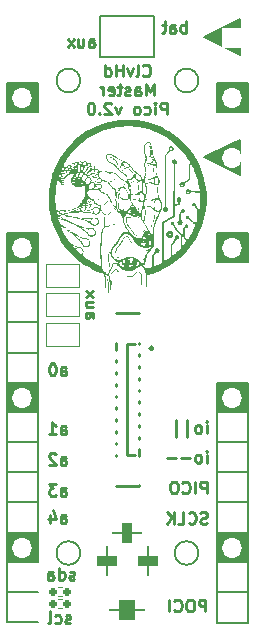
<source format=gbr>
%TF.GenerationSoftware,KiCad,Pcbnew,8.0.4-unknown-202407232306~396e531e7c~ubuntu22.04.1*%
%TF.CreationDate,2024-09-04T14:27:01+01:00*%
%TF.ProjectId,CONTROLLER_pico,434f4e54-524f-44c4-9c45-525f7069636f,rev?*%
%TF.SameCoordinates,Original*%
%TF.FileFunction,Legend,Bot*%
%TF.FilePolarity,Positive*%
%FSLAX46Y46*%
G04 Gerber Fmt 4.6, Leading zero omitted, Abs format (unit mm)*
G04 Created by KiCad (PCBNEW 8.0.4-unknown-202407232306~396e531e7c~ubuntu22.04.1) date 2024-09-04 14:27:01*
%MOMM*%
%LPD*%
G01*
G04 APERTURE LIST*
G04 Aperture macros list*
%AMRoundRect*
0 Rectangle with rounded corners*
0 $1 Rounding radius*
0 $2 $3 $4 $5 $6 $7 $8 $9 X,Y pos of 4 corners*
0 Add a 4 corners polygon primitive as box body*
4,1,4,$2,$3,$4,$5,$6,$7,$8,$9,$2,$3,0*
0 Add four circle primitives for the rounded corners*
1,1,$1+$1,$2,$3*
1,1,$1+$1,$4,$5*
1,1,$1+$1,$6,$7*
1,1,$1+$1,$8,$9*
0 Add four rect primitives between the rounded corners*
20,1,$1+$1,$2,$3,$4,$5,0*
20,1,$1+$1,$4,$5,$6,$7,0*
20,1,$1+$1,$6,$7,$8,$9,0*
20,1,$1+$1,$8,$9,$2,$3,0*%
%AMFreePoly0*
4,1,6,1.000000,0.000000,0.500000,-0.750000,-0.500000,-0.750000,-0.500000,0.750000,0.500000,0.750000,1.000000,0.000000,1.000000,0.000000,$1*%
%AMFreePoly1*
4,1,6,0.500000,-0.750000,-0.650000,-0.750000,-0.150000,0.000000,-0.650000,0.750000,0.500000,0.750000,0.500000,-0.750000,0.500000,-0.750000,$1*%
G04 Aperture macros list end*
%ADD10C,0.152400*%
%ADD11C,0.250000*%
%ADD12C,0.120000*%
%ADD13C,0.000000*%
%ADD14RoundRect,0.800000X0.050000X0.450000X-0.050000X0.450000X-0.050000X-0.450000X0.050000X-0.450000X0*%
%ADD15RoundRect,0.800000X-0.450000X0.050000X-0.450000X-0.050000X0.450000X-0.050000X0.450000X0.050000X0*%
%ADD16RoundRect,0.800000X-0.700000X0.050000X-0.700000X-0.050000X0.700000X-0.050000X0.700000X0.050000X0*%
%ADD17R,1.000000X1.000000*%
%ADD18O,1.000000X1.000000*%
%ADD19R,1.700000X1.700000*%
%ADD20O,1.700000X1.700000*%
%ADD21FreePoly0,180.000000*%
%ADD22FreePoly1,180.000000*%
%ADD23R,1.200000X0.400000*%
%ADD24R,2.400000X2.000000*%
%ADD25RoundRect,0.160000X0.197500X0.160000X-0.197500X0.160000X-0.197500X-0.160000X0.197500X-0.160000X0*%
G04 APERTURE END LIST*
D10*
X107600000Y-78400000D02*
X110200000Y-78400000D01*
X110200000Y-80900000D01*
X107600000Y-80900000D01*
X107600000Y-78400000D01*
G36*
X107600000Y-78400000D02*
G01*
X110200000Y-78400000D01*
X110200000Y-80900000D01*
X107600000Y-80900000D01*
X107600000Y-78400000D01*
G37*
X89800000Y-88600000D02*
X92400000Y-88600000D01*
X102246000Y-63500000D02*
X97674000Y-63500000D01*
X89800000Y-91100000D02*
X92400000Y-91100000D01*
X92400000Y-93600000D01*
X89800000Y-93600000D01*
X89800000Y-91100000D01*
G36*
X89800000Y-91100000D02*
G01*
X92400000Y-91100000D01*
X92400000Y-93600000D01*
X89800000Y-93600000D01*
X89800000Y-91100000D01*
G37*
X107600000Y-93600000D02*
X107600000Y-103800000D01*
X89800000Y-78400000D02*
X92400000Y-78400000D01*
X92400000Y-80900000D01*
X89800000Y-80900000D01*
X89800000Y-78400000D01*
G36*
X89800000Y-78400000D02*
G01*
X92400000Y-78400000D01*
X92400000Y-80900000D01*
X89800000Y-80900000D01*
X89800000Y-78400000D01*
G37*
X89800000Y-106300000D02*
X89800000Y-111380000D01*
X109500000Y-73500000D02*
X106500000Y-72000000D01*
X109500000Y-70500000D01*
X109500000Y-73500000D01*
G36*
X109500000Y-73500000D02*
G01*
X106500000Y-72000000D01*
X109500000Y-70500000D01*
X109500000Y-73500000D01*
G37*
X107600000Y-103800000D02*
X110200000Y-103800000D01*
X110200000Y-106300000D01*
X107600000Y-106300000D01*
X107600000Y-103800000D01*
G36*
X107600000Y-103800000D02*
G01*
X110200000Y-103800000D01*
X110200000Y-106300000D01*
X107600000Y-106300000D01*
X107600000Y-103800000D01*
G37*
X106000000Y-105500000D02*
G75*
G02*
X104000000Y-105500000I-1000000J0D01*
G01*
X104000000Y-105500000D02*
G75*
G02*
X106000000Y-105500000I1000000J0D01*
G01*
X89800000Y-108840000D02*
X92400000Y-108840000D01*
X107600000Y-106300000D02*
X107600000Y-111400000D01*
X89800000Y-91100000D02*
X89800000Y-80900000D01*
X89800000Y-111380000D02*
X92400000Y-111380000D01*
X107580000Y-98680000D02*
X110180000Y-98680000D01*
X89800000Y-65700000D02*
X92400000Y-65700000D01*
X92400000Y-68200000D01*
X89800000Y-68200000D01*
X89800000Y-65700000D01*
G36*
X89800000Y-65700000D02*
G01*
X92400000Y-65700000D01*
X92400000Y-68200000D01*
X89800000Y-68200000D01*
X89800000Y-65700000D01*
G37*
X107600000Y-65700000D02*
X110200000Y-65700000D01*
X110200000Y-68200000D01*
X107600000Y-68200000D01*
X107600000Y-65700000D01*
G36*
X107600000Y-65700000D02*
G01*
X110200000Y-65700000D01*
X110200000Y-68200000D01*
X107600000Y-68200000D01*
X107600000Y-65700000D01*
G37*
X89800000Y-85980000D02*
X92400000Y-85980000D01*
X92400000Y-93600000D02*
X92400000Y-103800000D01*
X110200000Y-93600000D02*
X110200000Y-103800000D01*
X89800000Y-103800000D02*
X92400000Y-103800000D01*
X92400000Y-106300000D01*
X89800000Y-106300000D01*
X89800000Y-103800000D01*
G36*
X89800000Y-103800000D02*
G01*
X92400000Y-103800000D01*
X92400000Y-106300000D01*
X89800000Y-106300000D01*
X89800000Y-103800000D01*
G37*
X96000000Y-65500000D02*
G75*
G02*
X94000000Y-65500000I-1000000J0D01*
G01*
X94000000Y-65500000D02*
G75*
G02*
X96000000Y-65500000I1000000J0D01*
G01*
X89800000Y-83440000D02*
X92400000Y-83440000D01*
X89800000Y-96140000D02*
X92400000Y-96140000D01*
X97674000Y-63500000D02*
X97674000Y-60000000D01*
X107580000Y-108840000D02*
X110180000Y-108840000D01*
X107580000Y-96140000D02*
X110180000Y-96140000D01*
X89800000Y-103800000D02*
X89800000Y-93600000D01*
X109500000Y-63300000D02*
X106500000Y-61800000D01*
X109500000Y-60300000D01*
X109500000Y-63300000D01*
G36*
X109500000Y-63300000D02*
G01*
X106500000Y-61800000D01*
X109500000Y-60300000D01*
X109500000Y-63300000D01*
G37*
X89800000Y-98680000D02*
X92400000Y-98680000D01*
X89800000Y-101220000D02*
X92400000Y-101220000D01*
X102246000Y-60000000D02*
X102246000Y-63500000D01*
X110200000Y-106300000D02*
X110200000Y-111400000D01*
X92400000Y-91100000D02*
X92400000Y-80900000D01*
X97674000Y-60000000D02*
X102246000Y-60000000D01*
X106000000Y-65500000D02*
G75*
G02*
X104000000Y-65500000I-1000000J0D01*
G01*
X104000000Y-65500000D02*
G75*
G02*
X106000000Y-65500000I1000000J0D01*
G01*
X107600000Y-111400000D02*
X110200000Y-111400000D01*
X96000000Y-105500000D02*
G75*
G02*
X94000000Y-105500000I-1000000J0D01*
G01*
X94000000Y-105500000D02*
G75*
G02*
X96000000Y-105500000I1000000J0D01*
G01*
X107600000Y-91100000D02*
X110200000Y-91100000D01*
X110200000Y-93600000D01*
X107600000Y-93600000D01*
X107600000Y-91100000D01*
G36*
X107600000Y-91100000D02*
G01*
X110200000Y-91100000D01*
X110200000Y-93600000D01*
X107600000Y-93600000D01*
X107600000Y-91100000D01*
G37*
X107580000Y-101220000D02*
X110180000Y-101220000D01*
D11*
X106697431Y-95349619D02*
X106697431Y-94682952D01*
X106697431Y-94349619D02*
X106745050Y-94397238D01*
X106745050Y-94397238D02*
X106697431Y-94444857D01*
X106697431Y-94444857D02*
X106649812Y-94397238D01*
X106649812Y-94397238D02*
X106697431Y-94349619D01*
X106697431Y-94349619D02*
X106697431Y-94444857D01*
X106078384Y-95349619D02*
X106173622Y-95302000D01*
X106173622Y-95302000D02*
X106221241Y-95254380D01*
X106221241Y-95254380D02*
X106268860Y-95159142D01*
X106268860Y-95159142D02*
X106268860Y-94873428D01*
X106268860Y-94873428D02*
X106221241Y-94778190D01*
X106221241Y-94778190D02*
X106173622Y-94730571D01*
X106173622Y-94730571D02*
X106078384Y-94682952D01*
X106078384Y-94682952D02*
X105935527Y-94682952D01*
X105935527Y-94682952D02*
X105840289Y-94730571D01*
X105840289Y-94730571D02*
X105792670Y-94778190D01*
X105792670Y-94778190D02*
X105745051Y-94873428D01*
X105745051Y-94873428D02*
X105745051Y-95159142D01*
X105745051Y-95159142D02*
X105792670Y-95254380D01*
X105792670Y-95254380D02*
X105840289Y-95302000D01*
X105840289Y-95302000D02*
X105935527Y-95349619D01*
X105935527Y-95349619D02*
X106078384Y-95349619D01*
X105078384Y-95682952D02*
X105078384Y-94254380D01*
X104126003Y-95682952D02*
X104126003Y-94254380D01*
X101309524Y-65049492D02*
X101357143Y-65097112D01*
X101357143Y-65097112D02*
X101500000Y-65144731D01*
X101500000Y-65144731D02*
X101595238Y-65144731D01*
X101595238Y-65144731D02*
X101738095Y-65097112D01*
X101738095Y-65097112D02*
X101833333Y-65001873D01*
X101833333Y-65001873D02*
X101880952Y-64906635D01*
X101880952Y-64906635D02*
X101928571Y-64716159D01*
X101928571Y-64716159D02*
X101928571Y-64573302D01*
X101928571Y-64573302D02*
X101880952Y-64382826D01*
X101880952Y-64382826D02*
X101833333Y-64287588D01*
X101833333Y-64287588D02*
X101738095Y-64192350D01*
X101738095Y-64192350D02*
X101595238Y-64144731D01*
X101595238Y-64144731D02*
X101500000Y-64144731D01*
X101500000Y-64144731D02*
X101357143Y-64192350D01*
X101357143Y-64192350D02*
X101309524Y-64239969D01*
X100738095Y-65144731D02*
X100833333Y-65097112D01*
X100833333Y-65097112D02*
X100880952Y-65001873D01*
X100880952Y-65001873D02*
X100880952Y-64144731D01*
X100452380Y-64478064D02*
X100214285Y-65144731D01*
X100214285Y-65144731D02*
X99976190Y-64478064D01*
X99595237Y-65144731D02*
X99595237Y-64144731D01*
X99595237Y-64620921D02*
X99023809Y-64620921D01*
X99023809Y-65144731D02*
X99023809Y-64144731D01*
X98119047Y-65144731D02*
X98119047Y-64144731D01*
X98119047Y-65097112D02*
X98214285Y-65144731D01*
X98214285Y-65144731D02*
X98404761Y-65144731D01*
X98404761Y-65144731D02*
X98499999Y-65097112D01*
X98499999Y-65097112D02*
X98547618Y-65049492D01*
X98547618Y-65049492D02*
X98595237Y-64954254D01*
X98595237Y-64954254D02*
X98595237Y-64668540D01*
X98595237Y-64668540D02*
X98547618Y-64573302D01*
X98547618Y-64573302D02*
X98499999Y-64525683D01*
X98499999Y-64525683D02*
X98404761Y-64478064D01*
X98404761Y-64478064D02*
X98214285Y-64478064D01*
X98214285Y-64478064D02*
X98119047Y-64525683D01*
X102214285Y-66754675D02*
X102214285Y-65754675D01*
X102214285Y-65754675D02*
X101880952Y-66468960D01*
X101880952Y-66468960D02*
X101547619Y-65754675D01*
X101547619Y-65754675D02*
X101547619Y-66754675D01*
X100642857Y-66754675D02*
X100642857Y-66230865D01*
X100642857Y-66230865D02*
X100690476Y-66135627D01*
X100690476Y-66135627D02*
X100785714Y-66088008D01*
X100785714Y-66088008D02*
X100976190Y-66088008D01*
X100976190Y-66088008D02*
X101071428Y-66135627D01*
X100642857Y-66707056D02*
X100738095Y-66754675D01*
X100738095Y-66754675D02*
X100976190Y-66754675D01*
X100976190Y-66754675D02*
X101071428Y-66707056D01*
X101071428Y-66707056D02*
X101119047Y-66611817D01*
X101119047Y-66611817D02*
X101119047Y-66516579D01*
X101119047Y-66516579D02*
X101071428Y-66421341D01*
X101071428Y-66421341D02*
X100976190Y-66373722D01*
X100976190Y-66373722D02*
X100738095Y-66373722D01*
X100738095Y-66373722D02*
X100642857Y-66326103D01*
X100214285Y-66707056D02*
X100119047Y-66754675D01*
X100119047Y-66754675D02*
X99928571Y-66754675D01*
X99928571Y-66754675D02*
X99833333Y-66707056D01*
X99833333Y-66707056D02*
X99785714Y-66611817D01*
X99785714Y-66611817D02*
X99785714Y-66564198D01*
X99785714Y-66564198D02*
X99833333Y-66468960D01*
X99833333Y-66468960D02*
X99928571Y-66421341D01*
X99928571Y-66421341D02*
X100071428Y-66421341D01*
X100071428Y-66421341D02*
X100166666Y-66373722D01*
X100166666Y-66373722D02*
X100214285Y-66278484D01*
X100214285Y-66278484D02*
X100214285Y-66230865D01*
X100214285Y-66230865D02*
X100166666Y-66135627D01*
X100166666Y-66135627D02*
X100071428Y-66088008D01*
X100071428Y-66088008D02*
X99928571Y-66088008D01*
X99928571Y-66088008D02*
X99833333Y-66135627D01*
X99499999Y-66088008D02*
X99119047Y-66088008D01*
X99357142Y-65754675D02*
X99357142Y-66611817D01*
X99357142Y-66611817D02*
X99309523Y-66707056D01*
X99309523Y-66707056D02*
X99214285Y-66754675D01*
X99214285Y-66754675D02*
X99119047Y-66754675D01*
X98404761Y-66707056D02*
X98499999Y-66754675D01*
X98499999Y-66754675D02*
X98690475Y-66754675D01*
X98690475Y-66754675D02*
X98785713Y-66707056D01*
X98785713Y-66707056D02*
X98833332Y-66611817D01*
X98833332Y-66611817D02*
X98833332Y-66230865D01*
X98833332Y-66230865D02*
X98785713Y-66135627D01*
X98785713Y-66135627D02*
X98690475Y-66088008D01*
X98690475Y-66088008D02*
X98499999Y-66088008D01*
X98499999Y-66088008D02*
X98404761Y-66135627D01*
X98404761Y-66135627D02*
X98357142Y-66230865D01*
X98357142Y-66230865D02*
X98357142Y-66326103D01*
X98357142Y-66326103D02*
X98833332Y-66421341D01*
X97928570Y-66754675D02*
X97928570Y-66088008D01*
X97928570Y-66278484D02*
X97880951Y-66183246D01*
X97880951Y-66183246D02*
X97833332Y-66135627D01*
X97833332Y-66135627D02*
X97738094Y-66088008D01*
X97738094Y-66088008D02*
X97642856Y-66088008D01*
X103333332Y-68364619D02*
X103333332Y-67364619D01*
X103333332Y-67364619D02*
X102952380Y-67364619D01*
X102952380Y-67364619D02*
X102857142Y-67412238D01*
X102857142Y-67412238D02*
X102809523Y-67459857D01*
X102809523Y-67459857D02*
X102761904Y-67555095D01*
X102761904Y-67555095D02*
X102761904Y-67697952D01*
X102761904Y-67697952D02*
X102809523Y-67793190D01*
X102809523Y-67793190D02*
X102857142Y-67840809D01*
X102857142Y-67840809D02*
X102952380Y-67888428D01*
X102952380Y-67888428D02*
X103333332Y-67888428D01*
X102333332Y-68364619D02*
X102333332Y-67697952D01*
X102333332Y-67364619D02*
X102380951Y-67412238D01*
X102380951Y-67412238D02*
X102333332Y-67459857D01*
X102333332Y-67459857D02*
X102285713Y-67412238D01*
X102285713Y-67412238D02*
X102333332Y-67364619D01*
X102333332Y-67364619D02*
X102333332Y-67459857D01*
X101428571Y-68317000D02*
X101523809Y-68364619D01*
X101523809Y-68364619D02*
X101714285Y-68364619D01*
X101714285Y-68364619D02*
X101809523Y-68317000D01*
X101809523Y-68317000D02*
X101857142Y-68269380D01*
X101857142Y-68269380D02*
X101904761Y-68174142D01*
X101904761Y-68174142D02*
X101904761Y-67888428D01*
X101904761Y-67888428D02*
X101857142Y-67793190D01*
X101857142Y-67793190D02*
X101809523Y-67745571D01*
X101809523Y-67745571D02*
X101714285Y-67697952D01*
X101714285Y-67697952D02*
X101523809Y-67697952D01*
X101523809Y-67697952D02*
X101428571Y-67745571D01*
X100857142Y-68364619D02*
X100952380Y-68317000D01*
X100952380Y-68317000D02*
X100999999Y-68269380D01*
X100999999Y-68269380D02*
X101047618Y-68174142D01*
X101047618Y-68174142D02*
X101047618Y-67888428D01*
X101047618Y-67888428D02*
X100999999Y-67793190D01*
X100999999Y-67793190D02*
X100952380Y-67745571D01*
X100952380Y-67745571D02*
X100857142Y-67697952D01*
X100857142Y-67697952D02*
X100714285Y-67697952D01*
X100714285Y-67697952D02*
X100619047Y-67745571D01*
X100619047Y-67745571D02*
X100571428Y-67793190D01*
X100571428Y-67793190D02*
X100523809Y-67888428D01*
X100523809Y-67888428D02*
X100523809Y-68174142D01*
X100523809Y-68174142D02*
X100571428Y-68269380D01*
X100571428Y-68269380D02*
X100619047Y-68317000D01*
X100619047Y-68317000D02*
X100714285Y-68364619D01*
X100714285Y-68364619D02*
X100857142Y-68364619D01*
X99428570Y-67697952D02*
X99190475Y-68364619D01*
X99190475Y-68364619D02*
X98952380Y-67697952D01*
X98619046Y-67459857D02*
X98571427Y-67412238D01*
X98571427Y-67412238D02*
X98476189Y-67364619D01*
X98476189Y-67364619D02*
X98238094Y-67364619D01*
X98238094Y-67364619D02*
X98142856Y-67412238D01*
X98142856Y-67412238D02*
X98095237Y-67459857D01*
X98095237Y-67459857D02*
X98047618Y-67555095D01*
X98047618Y-67555095D02*
X98047618Y-67650333D01*
X98047618Y-67650333D02*
X98095237Y-67793190D01*
X98095237Y-67793190D02*
X98666665Y-68364619D01*
X98666665Y-68364619D02*
X98047618Y-68364619D01*
X97619046Y-68269380D02*
X97571427Y-68317000D01*
X97571427Y-68317000D02*
X97619046Y-68364619D01*
X97619046Y-68364619D02*
X97666665Y-68317000D01*
X97666665Y-68317000D02*
X97619046Y-68269380D01*
X97619046Y-68269380D02*
X97619046Y-68364619D01*
X96952380Y-67364619D02*
X96857142Y-67364619D01*
X96857142Y-67364619D02*
X96761904Y-67412238D01*
X96761904Y-67412238D02*
X96714285Y-67459857D01*
X96714285Y-67459857D02*
X96666666Y-67555095D01*
X96666666Y-67555095D02*
X96619047Y-67745571D01*
X96619047Y-67745571D02*
X96619047Y-67983666D01*
X96619047Y-67983666D02*
X96666666Y-68174142D01*
X96666666Y-68174142D02*
X96714285Y-68269380D01*
X96714285Y-68269380D02*
X96761904Y-68317000D01*
X96761904Y-68317000D02*
X96857142Y-68364619D01*
X96857142Y-68364619D02*
X96952380Y-68364619D01*
X96952380Y-68364619D02*
X97047618Y-68317000D01*
X97047618Y-68317000D02*
X97095237Y-68269380D01*
X97095237Y-68269380D02*
X97142856Y-68174142D01*
X97142856Y-68174142D02*
X97190475Y-67983666D01*
X97190475Y-67983666D02*
X97190475Y-67745571D01*
X97190475Y-67745571D02*
X97142856Y-67555095D01*
X97142856Y-67555095D02*
X97095237Y-67459857D01*
X97095237Y-67459857D02*
X97047618Y-67412238D01*
X97047618Y-67412238D02*
X96952380Y-67364619D01*
X96450380Y-85142857D02*
X96974190Y-85142857D01*
X96974190Y-85142857D02*
X97069428Y-85190476D01*
X97069428Y-85190476D02*
X97117047Y-85285714D01*
X97117047Y-85285714D02*
X97117047Y-85476190D01*
X97117047Y-85476190D02*
X97069428Y-85571428D01*
X96498000Y-85142857D02*
X96450380Y-85238095D01*
X96450380Y-85238095D02*
X96450380Y-85476190D01*
X96450380Y-85476190D02*
X96498000Y-85571428D01*
X96498000Y-85571428D02*
X96593238Y-85619047D01*
X96593238Y-85619047D02*
X96688476Y-85619047D01*
X96688476Y-85619047D02*
X96783714Y-85571428D01*
X96783714Y-85571428D02*
X96831333Y-85476190D01*
X96831333Y-85476190D02*
X96831333Y-85238095D01*
X96831333Y-85238095D02*
X96878952Y-85142857D01*
X97117047Y-84238095D02*
X96450380Y-84238095D01*
X97117047Y-84666666D02*
X96593238Y-84666666D01*
X96593238Y-84666666D02*
X96498000Y-84619047D01*
X96498000Y-84619047D02*
X96450380Y-84523809D01*
X96450380Y-84523809D02*
X96450380Y-84380952D01*
X96450380Y-84380952D02*
X96498000Y-84285714D01*
X96498000Y-84285714D02*
X96545619Y-84238095D01*
X96450380Y-83857142D02*
X97117047Y-83333333D01*
X97117047Y-83857142D02*
X96450380Y-83333333D01*
X104952380Y-61449619D02*
X104952380Y-60449619D01*
X104952380Y-60830571D02*
X104857142Y-60782952D01*
X104857142Y-60782952D02*
X104666666Y-60782952D01*
X104666666Y-60782952D02*
X104571428Y-60830571D01*
X104571428Y-60830571D02*
X104523809Y-60878190D01*
X104523809Y-60878190D02*
X104476190Y-60973428D01*
X104476190Y-60973428D02*
X104476190Y-61259142D01*
X104476190Y-61259142D02*
X104523809Y-61354380D01*
X104523809Y-61354380D02*
X104571428Y-61402000D01*
X104571428Y-61402000D02*
X104666666Y-61449619D01*
X104666666Y-61449619D02*
X104857142Y-61449619D01*
X104857142Y-61449619D02*
X104952380Y-61402000D01*
X103619047Y-61449619D02*
X103619047Y-60925809D01*
X103619047Y-60925809D02*
X103666666Y-60830571D01*
X103666666Y-60830571D02*
X103761904Y-60782952D01*
X103761904Y-60782952D02*
X103952380Y-60782952D01*
X103952380Y-60782952D02*
X104047618Y-60830571D01*
X103619047Y-61402000D02*
X103714285Y-61449619D01*
X103714285Y-61449619D02*
X103952380Y-61449619D01*
X103952380Y-61449619D02*
X104047618Y-61402000D01*
X104047618Y-61402000D02*
X104095237Y-61306761D01*
X104095237Y-61306761D02*
X104095237Y-61211523D01*
X104095237Y-61211523D02*
X104047618Y-61116285D01*
X104047618Y-61116285D02*
X103952380Y-61068666D01*
X103952380Y-61068666D02*
X103714285Y-61068666D01*
X103714285Y-61068666D02*
X103619047Y-61021047D01*
X103285713Y-60782952D02*
X102904761Y-60782952D01*
X103142856Y-60449619D02*
X103142856Y-61306761D01*
X103142856Y-61306761D02*
X103095237Y-61402000D01*
X103095237Y-61402000D02*
X102999999Y-61449619D01*
X102999999Y-61449619D02*
X102904761Y-61449619D01*
X94354949Y-95449619D02*
X94354949Y-94925809D01*
X94354949Y-94925809D02*
X94402568Y-94830571D01*
X94402568Y-94830571D02*
X94497806Y-94782952D01*
X94497806Y-94782952D02*
X94688282Y-94782952D01*
X94688282Y-94782952D02*
X94783520Y-94830571D01*
X94354949Y-95402000D02*
X94450187Y-95449619D01*
X94450187Y-95449619D02*
X94688282Y-95449619D01*
X94688282Y-95449619D02*
X94783520Y-95402000D01*
X94783520Y-95402000D02*
X94831139Y-95306761D01*
X94831139Y-95306761D02*
X94831139Y-95211523D01*
X94831139Y-95211523D02*
X94783520Y-95116285D01*
X94783520Y-95116285D02*
X94688282Y-95068666D01*
X94688282Y-95068666D02*
X94450187Y-95068666D01*
X94450187Y-95068666D02*
X94354949Y-95021047D01*
X93354949Y-95449619D02*
X93926377Y-95449619D01*
X93640663Y-95449619D02*
X93640663Y-94449619D01*
X93640663Y-94449619D02*
X93735901Y-94592476D01*
X93735901Y-94592476D02*
X93831139Y-94687714D01*
X93831139Y-94687714D02*
X93926377Y-94735333D01*
X94354949Y-102949619D02*
X94354949Y-102425809D01*
X94354949Y-102425809D02*
X94402568Y-102330571D01*
X94402568Y-102330571D02*
X94497806Y-102282952D01*
X94497806Y-102282952D02*
X94688282Y-102282952D01*
X94688282Y-102282952D02*
X94783520Y-102330571D01*
X94354949Y-102902000D02*
X94450187Y-102949619D01*
X94450187Y-102949619D02*
X94688282Y-102949619D01*
X94688282Y-102949619D02*
X94783520Y-102902000D01*
X94783520Y-102902000D02*
X94831139Y-102806761D01*
X94831139Y-102806761D02*
X94831139Y-102711523D01*
X94831139Y-102711523D02*
X94783520Y-102616285D01*
X94783520Y-102616285D02*
X94688282Y-102568666D01*
X94688282Y-102568666D02*
X94450187Y-102568666D01*
X94450187Y-102568666D02*
X94354949Y-102521047D01*
X93450187Y-102282952D02*
X93450187Y-102949619D01*
X93688282Y-101902000D02*
X93926377Y-102616285D01*
X93926377Y-102616285D02*
X93307330Y-102616285D01*
X96742857Y-62649619D02*
X96742857Y-62125809D01*
X96742857Y-62125809D02*
X96790476Y-62030571D01*
X96790476Y-62030571D02*
X96885714Y-61982952D01*
X96885714Y-61982952D02*
X97076190Y-61982952D01*
X97076190Y-61982952D02*
X97171428Y-62030571D01*
X96742857Y-62602000D02*
X96838095Y-62649619D01*
X96838095Y-62649619D02*
X97076190Y-62649619D01*
X97076190Y-62649619D02*
X97171428Y-62602000D01*
X97171428Y-62602000D02*
X97219047Y-62506761D01*
X97219047Y-62506761D02*
X97219047Y-62411523D01*
X97219047Y-62411523D02*
X97171428Y-62316285D01*
X97171428Y-62316285D02*
X97076190Y-62268666D01*
X97076190Y-62268666D02*
X96838095Y-62268666D01*
X96838095Y-62268666D02*
X96742857Y-62221047D01*
X95838095Y-61982952D02*
X95838095Y-62649619D01*
X96266666Y-61982952D02*
X96266666Y-62506761D01*
X96266666Y-62506761D02*
X96219047Y-62602000D01*
X96219047Y-62602000D02*
X96123809Y-62649619D01*
X96123809Y-62649619D02*
X95980952Y-62649619D01*
X95980952Y-62649619D02*
X95885714Y-62602000D01*
X95885714Y-62602000D02*
X95838095Y-62554380D01*
X95457142Y-62649619D02*
X94933333Y-61982952D01*
X95457142Y-61982952D02*
X94933333Y-62649619D01*
X106745050Y-103002000D02*
X106602193Y-103049619D01*
X106602193Y-103049619D02*
X106364098Y-103049619D01*
X106364098Y-103049619D02*
X106268860Y-103002000D01*
X106268860Y-103002000D02*
X106221241Y-102954380D01*
X106221241Y-102954380D02*
X106173622Y-102859142D01*
X106173622Y-102859142D02*
X106173622Y-102763904D01*
X106173622Y-102763904D02*
X106221241Y-102668666D01*
X106221241Y-102668666D02*
X106268860Y-102621047D01*
X106268860Y-102621047D02*
X106364098Y-102573428D01*
X106364098Y-102573428D02*
X106554574Y-102525809D01*
X106554574Y-102525809D02*
X106649812Y-102478190D01*
X106649812Y-102478190D02*
X106697431Y-102430571D01*
X106697431Y-102430571D02*
X106745050Y-102335333D01*
X106745050Y-102335333D02*
X106745050Y-102240095D01*
X106745050Y-102240095D02*
X106697431Y-102144857D01*
X106697431Y-102144857D02*
X106649812Y-102097238D01*
X106649812Y-102097238D02*
X106554574Y-102049619D01*
X106554574Y-102049619D02*
X106316479Y-102049619D01*
X106316479Y-102049619D02*
X106173622Y-102097238D01*
X105173622Y-102954380D02*
X105221241Y-103002000D01*
X105221241Y-103002000D02*
X105364098Y-103049619D01*
X105364098Y-103049619D02*
X105459336Y-103049619D01*
X105459336Y-103049619D02*
X105602193Y-103002000D01*
X105602193Y-103002000D02*
X105697431Y-102906761D01*
X105697431Y-102906761D02*
X105745050Y-102811523D01*
X105745050Y-102811523D02*
X105792669Y-102621047D01*
X105792669Y-102621047D02*
X105792669Y-102478190D01*
X105792669Y-102478190D02*
X105745050Y-102287714D01*
X105745050Y-102287714D02*
X105697431Y-102192476D01*
X105697431Y-102192476D02*
X105602193Y-102097238D01*
X105602193Y-102097238D02*
X105459336Y-102049619D01*
X105459336Y-102049619D02*
X105364098Y-102049619D01*
X105364098Y-102049619D02*
X105221241Y-102097238D01*
X105221241Y-102097238D02*
X105173622Y-102144857D01*
X104268860Y-103049619D02*
X104745050Y-103049619D01*
X104745050Y-103049619D02*
X104745050Y-102049619D01*
X103935526Y-103049619D02*
X103935526Y-102049619D01*
X103364098Y-103049619D02*
X103792669Y-102478190D01*
X103364098Y-102049619D02*
X103935526Y-102621047D01*
X95164473Y-111402000D02*
X95069235Y-111449619D01*
X95069235Y-111449619D02*
X94878759Y-111449619D01*
X94878759Y-111449619D02*
X94783521Y-111402000D01*
X94783521Y-111402000D02*
X94735902Y-111306761D01*
X94735902Y-111306761D02*
X94735902Y-111259142D01*
X94735902Y-111259142D02*
X94783521Y-111163904D01*
X94783521Y-111163904D02*
X94878759Y-111116285D01*
X94878759Y-111116285D02*
X95021616Y-111116285D01*
X95021616Y-111116285D02*
X95116854Y-111068666D01*
X95116854Y-111068666D02*
X95164473Y-110973428D01*
X95164473Y-110973428D02*
X95164473Y-110925809D01*
X95164473Y-110925809D02*
X95116854Y-110830571D01*
X95116854Y-110830571D02*
X95021616Y-110782952D01*
X95021616Y-110782952D02*
X94878759Y-110782952D01*
X94878759Y-110782952D02*
X94783521Y-110830571D01*
X93878759Y-111402000D02*
X93973997Y-111449619D01*
X93973997Y-111449619D02*
X94164473Y-111449619D01*
X94164473Y-111449619D02*
X94259711Y-111402000D01*
X94259711Y-111402000D02*
X94307330Y-111354380D01*
X94307330Y-111354380D02*
X94354949Y-111259142D01*
X94354949Y-111259142D02*
X94354949Y-110973428D01*
X94354949Y-110973428D02*
X94307330Y-110878190D01*
X94307330Y-110878190D02*
X94259711Y-110830571D01*
X94259711Y-110830571D02*
X94164473Y-110782952D01*
X94164473Y-110782952D02*
X93973997Y-110782952D01*
X93973997Y-110782952D02*
X93878759Y-110830571D01*
X93307330Y-111449619D02*
X93402568Y-111402000D01*
X93402568Y-111402000D02*
X93450187Y-111306761D01*
X93450187Y-111306761D02*
X93450187Y-110449619D01*
X106697431Y-100449619D02*
X106697431Y-99449619D01*
X106697431Y-99449619D02*
X106316479Y-99449619D01*
X106316479Y-99449619D02*
X106221241Y-99497238D01*
X106221241Y-99497238D02*
X106173622Y-99544857D01*
X106173622Y-99544857D02*
X106126003Y-99640095D01*
X106126003Y-99640095D02*
X106126003Y-99782952D01*
X106126003Y-99782952D02*
X106173622Y-99878190D01*
X106173622Y-99878190D02*
X106221241Y-99925809D01*
X106221241Y-99925809D02*
X106316479Y-99973428D01*
X106316479Y-99973428D02*
X106697431Y-99973428D01*
X105697431Y-100449619D02*
X105697431Y-99449619D01*
X104649813Y-100354380D02*
X104697432Y-100402000D01*
X104697432Y-100402000D02*
X104840289Y-100449619D01*
X104840289Y-100449619D02*
X104935527Y-100449619D01*
X104935527Y-100449619D02*
X105078384Y-100402000D01*
X105078384Y-100402000D02*
X105173622Y-100306761D01*
X105173622Y-100306761D02*
X105221241Y-100211523D01*
X105221241Y-100211523D02*
X105268860Y-100021047D01*
X105268860Y-100021047D02*
X105268860Y-99878190D01*
X105268860Y-99878190D02*
X105221241Y-99687714D01*
X105221241Y-99687714D02*
X105173622Y-99592476D01*
X105173622Y-99592476D02*
X105078384Y-99497238D01*
X105078384Y-99497238D02*
X104935527Y-99449619D01*
X104935527Y-99449619D02*
X104840289Y-99449619D01*
X104840289Y-99449619D02*
X104697432Y-99497238D01*
X104697432Y-99497238D02*
X104649813Y-99544857D01*
X104030765Y-99449619D02*
X103840289Y-99449619D01*
X103840289Y-99449619D02*
X103745051Y-99497238D01*
X103745051Y-99497238D02*
X103649813Y-99592476D01*
X103649813Y-99592476D02*
X103602194Y-99782952D01*
X103602194Y-99782952D02*
X103602194Y-100116285D01*
X103602194Y-100116285D02*
X103649813Y-100306761D01*
X103649813Y-100306761D02*
X103745051Y-100402000D01*
X103745051Y-100402000D02*
X103840289Y-100449619D01*
X103840289Y-100449619D02*
X104030765Y-100449619D01*
X104030765Y-100449619D02*
X104126003Y-100402000D01*
X104126003Y-100402000D02*
X104221241Y-100306761D01*
X104221241Y-100306761D02*
X104268860Y-100116285D01*
X104268860Y-100116285D02*
X104268860Y-99782952D01*
X104268860Y-99782952D02*
X104221241Y-99592476D01*
X104221241Y-99592476D02*
X104126003Y-99497238D01*
X104126003Y-99497238D02*
X104030765Y-99449619D01*
X106697431Y-97849619D02*
X106697431Y-97182952D01*
X106697431Y-96849619D02*
X106745050Y-96897238D01*
X106745050Y-96897238D02*
X106697431Y-96944857D01*
X106697431Y-96944857D02*
X106649812Y-96897238D01*
X106649812Y-96897238D02*
X106697431Y-96849619D01*
X106697431Y-96849619D02*
X106697431Y-96944857D01*
X106078384Y-97849619D02*
X106173622Y-97802000D01*
X106173622Y-97802000D02*
X106221241Y-97754380D01*
X106221241Y-97754380D02*
X106268860Y-97659142D01*
X106268860Y-97659142D02*
X106268860Y-97373428D01*
X106268860Y-97373428D02*
X106221241Y-97278190D01*
X106221241Y-97278190D02*
X106173622Y-97230571D01*
X106173622Y-97230571D02*
X106078384Y-97182952D01*
X106078384Y-97182952D02*
X105935527Y-97182952D01*
X105935527Y-97182952D02*
X105840289Y-97230571D01*
X105840289Y-97230571D02*
X105792670Y-97278190D01*
X105792670Y-97278190D02*
X105745051Y-97373428D01*
X105745051Y-97373428D02*
X105745051Y-97659142D01*
X105745051Y-97659142D02*
X105792670Y-97754380D01*
X105792670Y-97754380D02*
X105840289Y-97802000D01*
X105840289Y-97802000D02*
X105935527Y-97849619D01*
X105935527Y-97849619D02*
X106078384Y-97849619D01*
X105316479Y-97468666D02*
X104554575Y-97468666D01*
X104078384Y-97468666D02*
X103316480Y-97468666D01*
X95493044Y-107702000D02*
X95397806Y-107749619D01*
X95397806Y-107749619D02*
X95207330Y-107749619D01*
X95207330Y-107749619D02*
X95112092Y-107702000D01*
X95112092Y-107702000D02*
X95064473Y-107606761D01*
X95064473Y-107606761D02*
X95064473Y-107559142D01*
X95064473Y-107559142D02*
X95112092Y-107463904D01*
X95112092Y-107463904D02*
X95207330Y-107416285D01*
X95207330Y-107416285D02*
X95350187Y-107416285D01*
X95350187Y-107416285D02*
X95445425Y-107368666D01*
X95445425Y-107368666D02*
X95493044Y-107273428D01*
X95493044Y-107273428D02*
X95493044Y-107225809D01*
X95493044Y-107225809D02*
X95445425Y-107130571D01*
X95445425Y-107130571D02*
X95350187Y-107082952D01*
X95350187Y-107082952D02*
X95207330Y-107082952D01*
X95207330Y-107082952D02*
X95112092Y-107130571D01*
X94207330Y-107749619D02*
X94207330Y-106749619D01*
X94207330Y-107702000D02*
X94302568Y-107749619D01*
X94302568Y-107749619D02*
X94493044Y-107749619D01*
X94493044Y-107749619D02*
X94588282Y-107702000D01*
X94588282Y-107702000D02*
X94635901Y-107654380D01*
X94635901Y-107654380D02*
X94683520Y-107559142D01*
X94683520Y-107559142D02*
X94683520Y-107273428D01*
X94683520Y-107273428D02*
X94635901Y-107178190D01*
X94635901Y-107178190D02*
X94588282Y-107130571D01*
X94588282Y-107130571D02*
X94493044Y-107082952D01*
X94493044Y-107082952D02*
X94302568Y-107082952D01*
X94302568Y-107082952D02*
X94207330Y-107130571D01*
X93302568Y-107749619D02*
X93302568Y-107225809D01*
X93302568Y-107225809D02*
X93350187Y-107130571D01*
X93350187Y-107130571D02*
X93445425Y-107082952D01*
X93445425Y-107082952D02*
X93635901Y-107082952D01*
X93635901Y-107082952D02*
X93731139Y-107130571D01*
X93302568Y-107702000D02*
X93397806Y-107749619D01*
X93397806Y-107749619D02*
X93635901Y-107749619D01*
X93635901Y-107749619D02*
X93731139Y-107702000D01*
X93731139Y-107702000D02*
X93778758Y-107606761D01*
X93778758Y-107606761D02*
X93778758Y-107511523D01*
X93778758Y-107511523D02*
X93731139Y-107416285D01*
X93731139Y-107416285D02*
X93635901Y-107368666D01*
X93635901Y-107368666D02*
X93397806Y-107368666D01*
X93397806Y-107368666D02*
X93302568Y-107321047D01*
X94354949Y-90449619D02*
X94354949Y-89925809D01*
X94354949Y-89925809D02*
X94402568Y-89830571D01*
X94402568Y-89830571D02*
X94497806Y-89782952D01*
X94497806Y-89782952D02*
X94688282Y-89782952D01*
X94688282Y-89782952D02*
X94783520Y-89830571D01*
X94354949Y-90402000D02*
X94450187Y-90449619D01*
X94450187Y-90449619D02*
X94688282Y-90449619D01*
X94688282Y-90449619D02*
X94783520Y-90402000D01*
X94783520Y-90402000D02*
X94831139Y-90306761D01*
X94831139Y-90306761D02*
X94831139Y-90211523D01*
X94831139Y-90211523D02*
X94783520Y-90116285D01*
X94783520Y-90116285D02*
X94688282Y-90068666D01*
X94688282Y-90068666D02*
X94450187Y-90068666D01*
X94450187Y-90068666D02*
X94354949Y-90021047D01*
X93688282Y-89449619D02*
X93593044Y-89449619D01*
X93593044Y-89449619D02*
X93497806Y-89497238D01*
X93497806Y-89497238D02*
X93450187Y-89544857D01*
X93450187Y-89544857D02*
X93402568Y-89640095D01*
X93402568Y-89640095D02*
X93354949Y-89830571D01*
X93354949Y-89830571D02*
X93354949Y-90068666D01*
X93354949Y-90068666D02*
X93402568Y-90259142D01*
X93402568Y-90259142D02*
X93450187Y-90354380D01*
X93450187Y-90354380D02*
X93497806Y-90402000D01*
X93497806Y-90402000D02*
X93593044Y-90449619D01*
X93593044Y-90449619D02*
X93688282Y-90449619D01*
X93688282Y-90449619D02*
X93783520Y-90402000D01*
X93783520Y-90402000D02*
X93831139Y-90354380D01*
X93831139Y-90354380D02*
X93878758Y-90259142D01*
X93878758Y-90259142D02*
X93926377Y-90068666D01*
X93926377Y-90068666D02*
X93926377Y-89830571D01*
X93926377Y-89830571D02*
X93878758Y-89640095D01*
X93878758Y-89640095D02*
X93831139Y-89544857D01*
X93831139Y-89544857D02*
X93783520Y-89497238D01*
X93783520Y-89497238D02*
X93688282Y-89449619D01*
X94354949Y-100649619D02*
X94354949Y-100125809D01*
X94354949Y-100125809D02*
X94402568Y-100030571D01*
X94402568Y-100030571D02*
X94497806Y-99982952D01*
X94497806Y-99982952D02*
X94688282Y-99982952D01*
X94688282Y-99982952D02*
X94783520Y-100030571D01*
X94354949Y-100602000D02*
X94450187Y-100649619D01*
X94450187Y-100649619D02*
X94688282Y-100649619D01*
X94688282Y-100649619D02*
X94783520Y-100602000D01*
X94783520Y-100602000D02*
X94831139Y-100506761D01*
X94831139Y-100506761D02*
X94831139Y-100411523D01*
X94831139Y-100411523D02*
X94783520Y-100316285D01*
X94783520Y-100316285D02*
X94688282Y-100268666D01*
X94688282Y-100268666D02*
X94450187Y-100268666D01*
X94450187Y-100268666D02*
X94354949Y-100221047D01*
X93973996Y-99649619D02*
X93354949Y-99649619D01*
X93354949Y-99649619D02*
X93688282Y-100030571D01*
X93688282Y-100030571D02*
X93545425Y-100030571D01*
X93545425Y-100030571D02*
X93450187Y-100078190D01*
X93450187Y-100078190D02*
X93402568Y-100125809D01*
X93402568Y-100125809D02*
X93354949Y-100221047D01*
X93354949Y-100221047D02*
X93354949Y-100459142D01*
X93354949Y-100459142D02*
X93402568Y-100554380D01*
X93402568Y-100554380D02*
X93450187Y-100602000D01*
X93450187Y-100602000D02*
X93545425Y-100649619D01*
X93545425Y-100649619D02*
X93831139Y-100649619D01*
X93831139Y-100649619D02*
X93926377Y-100602000D01*
X93926377Y-100602000D02*
X93973996Y-100554380D01*
X106597431Y-110449619D02*
X106597431Y-109449619D01*
X106597431Y-109449619D02*
X106216479Y-109449619D01*
X106216479Y-109449619D02*
X106121241Y-109497238D01*
X106121241Y-109497238D02*
X106073622Y-109544857D01*
X106073622Y-109544857D02*
X106026003Y-109640095D01*
X106026003Y-109640095D02*
X106026003Y-109782952D01*
X106026003Y-109782952D02*
X106073622Y-109878190D01*
X106073622Y-109878190D02*
X106121241Y-109925809D01*
X106121241Y-109925809D02*
X106216479Y-109973428D01*
X106216479Y-109973428D02*
X106597431Y-109973428D01*
X105406955Y-109449619D02*
X105216479Y-109449619D01*
X105216479Y-109449619D02*
X105121241Y-109497238D01*
X105121241Y-109497238D02*
X105026003Y-109592476D01*
X105026003Y-109592476D02*
X104978384Y-109782952D01*
X104978384Y-109782952D02*
X104978384Y-110116285D01*
X104978384Y-110116285D02*
X105026003Y-110306761D01*
X105026003Y-110306761D02*
X105121241Y-110402000D01*
X105121241Y-110402000D02*
X105216479Y-110449619D01*
X105216479Y-110449619D02*
X105406955Y-110449619D01*
X105406955Y-110449619D02*
X105502193Y-110402000D01*
X105502193Y-110402000D02*
X105597431Y-110306761D01*
X105597431Y-110306761D02*
X105645050Y-110116285D01*
X105645050Y-110116285D02*
X105645050Y-109782952D01*
X105645050Y-109782952D02*
X105597431Y-109592476D01*
X105597431Y-109592476D02*
X105502193Y-109497238D01*
X105502193Y-109497238D02*
X105406955Y-109449619D01*
X103978384Y-110354380D02*
X104026003Y-110402000D01*
X104026003Y-110402000D02*
X104168860Y-110449619D01*
X104168860Y-110449619D02*
X104264098Y-110449619D01*
X104264098Y-110449619D02*
X104406955Y-110402000D01*
X104406955Y-110402000D02*
X104502193Y-110306761D01*
X104502193Y-110306761D02*
X104549812Y-110211523D01*
X104549812Y-110211523D02*
X104597431Y-110021047D01*
X104597431Y-110021047D02*
X104597431Y-109878190D01*
X104597431Y-109878190D02*
X104549812Y-109687714D01*
X104549812Y-109687714D02*
X104502193Y-109592476D01*
X104502193Y-109592476D02*
X104406955Y-109497238D01*
X104406955Y-109497238D02*
X104264098Y-109449619D01*
X104264098Y-109449619D02*
X104168860Y-109449619D01*
X104168860Y-109449619D02*
X104026003Y-109497238D01*
X104026003Y-109497238D02*
X103978384Y-109544857D01*
X103549812Y-110449619D02*
X103549812Y-109449619D01*
X94354949Y-98049619D02*
X94354949Y-97525809D01*
X94354949Y-97525809D02*
X94402568Y-97430571D01*
X94402568Y-97430571D02*
X94497806Y-97382952D01*
X94497806Y-97382952D02*
X94688282Y-97382952D01*
X94688282Y-97382952D02*
X94783520Y-97430571D01*
X94354949Y-98002000D02*
X94450187Y-98049619D01*
X94450187Y-98049619D02*
X94688282Y-98049619D01*
X94688282Y-98049619D02*
X94783520Y-98002000D01*
X94783520Y-98002000D02*
X94831139Y-97906761D01*
X94831139Y-97906761D02*
X94831139Y-97811523D01*
X94831139Y-97811523D02*
X94783520Y-97716285D01*
X94783520Y-97716285D02*
X94688282Y-97668666D01*
X94688282Y-97668666D02*
X94450187Y-97668666D01*
X94450187Y-97668666D02*
X94354949Y-97621047D01*
X93926377Y-97144857D02*
X93878758Y-97097238D01*
X93878758Y-97097238D02*
X93783520Y-97049619D01*
X93783520Y-97049619D02*
X93545425Y-97049619D01*
X93545425Y-97049619D02*
X93450187Y-97097238D01*
X93450187Y-97097238D02*
X93402568Y-97144857D01*
X93402568Y-97144857D02*
X93354949Y-97240095D01*
X93354949Y-97240095D02*
X93354949Y-97335333D01*
X93354949Y-97335333D02*
X93402568Y-97478190D01*
X93402568Y-97478190D02*
X93973996Y-98049619D01*
X93973996Y-98049619D02*
X93354949Y-98049619D01*
D12*
%TO.C,JP2*%
X93100000Y-81000000D02*
X95900000Y-81000000D01*
X93100000Y-83000000D02*
X93100000Y-81000000D01*
X95900000Y-81000000D02*
X95900000Y-83000000D01*
X95900000Y-83000000D02*
X93100000Y-83000000D01*
D11*
%TO.C,FPC1*%
X99000000Y-85220000D02*
X99000000Y-85200000D01*
X99000000Y-88320000D02*
X99000000Y-87690000D01*
X99000000Y-89320000D02*
X99000000Y-89190000D01*
X99000000Y-90320000D02*
X99000000Y-90190000D01*
X99000000Y-91320000D02*
X99000000Y-91190000D01*
X99000000Y-92310000D02*
X99000000Y-92190000D01*
X99000000Y-93310000D02*
X99000000Y-93170000D01*
X99000000Y-94310000D02*
X99000000Y-94170000D01*
X99000000Y-95310000D02*
X99000000Y-95170000D01*
X99000000Y-96310000D02*
X99000000Y-96170000D01*
X99000000Y-97310000D02*
X99000000Y-97170000D01*
X100000000Y-87800000D02*
X100630000Y-87800000D01*
X100000000Y-97190000D02*
X100000000Y-87800000D01*
X100630000Y-97190000D02*
X100000000Y-97190000D01*
X100640000Y-97200000D02*
X100630000Y-97190000D01*
X100990000Y-85200000D02*
X100990000Y-85220000D01*
X100990000Y-87690000D02*
X100990000Y-87820000D01*
X100990000Y-88690000D02*
X100990000Y-88820000D01*
X100990000Y-89690000D02*
X100990000Y-89820000D01*
X100990000Y-90690000D02*
X100990000Y-90820000D01*
X100990000Y-91690000D02*
X100990000Y-91810000D01*
X100990000Y-92670000D02*
X100990000Y-92810000D01*
X100990000Y-93670000D02*
X100990000Y-93810000D01*
X100990000Y-94670000D02*
X100990000Y-94810000D01*
X100990000Y-95670000D02*
X100990000Y-95810000D01*
X100990000Y-96670000D02*
X100990000Y-97310000D01*
X100990000Y-99770000D02*
X100990000Y-99800000D01*
X100990000Y-99800000D02*
X98990000Y-99800000D01*
X101000000Y-85200000D02*
X99000000Y-85200000D01*
X102160000Y-88180000D02*
G75*
G02*
X101900000Y-88180000I-130000J0D01*
G01*
X101900000Y-88180000D02*
G75*
G02*
X102160000Y-88180000I130000J0D01*
G01*
D12*
%TO.C,JP3*%
X93100000Y-83450000D02*
X95900000Y-83450000D01*
X93100000Y-85450000D02*
X93100000Y-83450000D01*
X95900000Y-83450000D02*
X95900000Y-85450000D01*
X95900000Y-85450000D02*
X93100000Y-85450000D01*
%TO.C,R2*%
X94132379Y-108420000D02*
X94467621Y-108420000D01*
X94132379Y-109180000D02*
X94467621Y-109180000D01*
%TO.C,JP4*%
X93100000Y-86000000D02*
X95900000Y-86000000D01*
X93100000Y-88000000D02*
X93100000Y-86000000D01*
X95900000Y-86000000D02*
X95900000Y-88000000D01*
X95900000Y-88000000D02*
X93100000Y-88000000D01*
D13*
%TO.C,G\u002A\u002A\u002A*%
G36*
X94155060Y-73826722D02*
G01*
X94176844Y-73839647D01*
X94207427Y-73864035D01*
X94240305Y-73894137D01*
X94268972Y-73924205D01*
X94286923Y-73948492D01*
X94292895Y-73964136D01*
X94289158Y-73974147D01*
X94284511Y-73972607D01*
X94263687Y-73957146D01*
X94234418Y-73929987D01*
X94202513Y-73897246D01*
X94173783Y-73865038D01*
X94154034Y-73839479D01*
X94149078Y-73826683D01*
X94155060Y-73826722D01*
G37*
G36*
X96695218Y-75574678D02*
G01*
X96701933Y-75612460D01*
X96708777Y-75675165D01*
X96712208Y-75725048D01*
X96711107Y-75763175D01*
X96704538Y-75776457D01*
X96702765Y-75776189D01*
X96690288Y-75760356D01*
X96679118Y-75726007D01*
X96670519Y-75681413D01*
X96665756Y-75634847D01*
X96666095Y-75594581D01*
X96672799Y-75568888D01*
X96678117Y-75561897D01*
X96687617Y-75558822D01*
X96695218Y-75574678D01*
G37*
G36*
X98859329Y-76213050D02*
G01*
X98890915Y-76236196D01*
X98928019Y-76276270D01*
X98966857Y-76327647D01*
X99003647Y-76384701D01*
X99034609Y-76441804D01*
X99055959Y-76493331D01*
X99063917Y-76533656D01*
X99063911Y-76535298D01*
X99059623Y-76565432D01*
X99047817Y-76569253D01*
X99029157Y-76547140D01*
X99004310Y-76499477D01*
X99002944Y-76496557D01*
X98975835Y-76447588D01*
X98938467Y-76390310D01*
X98898500Y-76336516D01*
X98891110Y-76327268D01*
X98851104Y-76273405D01*
X98830696Y-76236888D01*
X98829234Y-76216136D01*
X98846065Y-76209571D01*
X98859329Y-76213050D01*
G37*
G36*
X101595855Y-78125949D02*
G01*
X101660512Y-78138990D01*
X101661494Y-78139336D01*
X101692695Y-78154690D01*
X101704464Y-78168505D01*
X101695897Y-78175612D01*
X101666089Y-78170845D01*
X101649252Y-78166184D01*
X101565512Y-78158179D01*
X101485459Y-78177041D01*
X101408156Y-78223124D01*
X101332667Y-78296783D01*
X101313792Y-78318313D01*
X101283217Y-78349301D01*
X101267709Y-78358120D01*
X101267759Y-78344650D01*
X101283852Y-78308773D01*
X101297194Y-78285435D01*
X101342516Y-78225834D01*
X101396021Y-78175312D01*
X101449084Y-78142545D01*
X101459800Y-78138496D01*
X101524082Y-78125866D01*
X101595855Y-78125949D01*
G37*
G36*
X98305380Y-75692708D02*
G01*
X98321290Y-75702740D01*
X98317538Y-75730307D01*
X98294013Y-75776457D01*
X98281351Y-75796439D01*
X98207677Y-75884131D01*
X98116917Y-75955423D01*
X98015987Y-76004638D01*
X97978800Y-76017294D01*
X97949138Y-76025566D01*
X97935525Y-76025333D01*
X97932286Y-76017464D01*
X97936329Y-76012162D01*
X97959517Y-75997727D01*
X97996420Y-75980629D01*
X98000176Y-75979032D01*
X98053585Y-75948320D01*
X98113534Y-75902612D01*
X98172237Y-75848974D01*
X98221913Y-75794469D01*
X98254776Y-75746161D01*
X98262236Y-75732821D01*
X98284173Y-75704084D01*
X98302759Y-75692629D01*
X98305380Y-75692708D01*
G37*
G36*
X98963063Y-73660981D02*
G01*
X98959723Y-73698257D01*
X98958834Y-73705770D01*
X98933592Y-73797902D01*
X98884928Y-73884803D01*
X98817026Y-73961658D01*
X98734071Y-74023652D01*
X98640246Y-74065969D01*
X98625898Y-74070226D01*
X98586703Y-74079257D01*
X98560946Y-74081462D01*
X98544519Y-74075424D01*
X98540894Y-74059855D01*
X98557349Y-74040865D01*
X98591066Y-74023847D01*
X98592462Y-74023364D01*
X98674159Y-73986478D01*
X98756122Y-73935188D01*
X98824333Y-73878244D01*
X98848947Y-73851139D01*
X98881331Y-73805730D01*
X98914182Y-73746411D01*
X98951349Y-73666776D01*
X98955260Y-73658221D01*
X98961825Y-73648573D01*
X98963063Y-73660981D01*
G37*
G36*
X101313312Y-79017821D02*
G01*
X101317697Y-79028105D01*
X101324277Y-79064705D01*
X101326901Y-79111876D01*
X101325199Y-79157965D01*
X101318802Y-79191321D01*
X101307885Y-79207718D01*
X101292721Y-79212664D01*
X101285369Y-79198625D01*
X101283595Y-79193004D01*
X101269199Y-79193823D01*
X101261779Y-79194605D01*
X101258351Y-79177607D01*
X101262213Y-79136812D01*
X101264881Y-79116850D01*
X101270451Y-79071823D01*
X101273746Y-79040321D01*
X101276112Y-79036740D01*
X101280315Y-79056103D01*
X101285369Y-79094664D01*
X101294643Y-79178493D01*
X101297205Y-79087678D01*
X101297357Y-79082614D01*
X101300268Y-79035740D01*
X101305445Y-79014757D01*
X101313312Y-79017821D01*
G37*
G36*
X102185713Y-72746182D02*
G01*
X102187539Y-72748625D01*
X102196284Y-72775911D01*
X102204996Y-72826367D01*
X102213264Y-72896063D01*
X102220676Y-72981067D01*
X102226821Y-73077446D01*
X102231287Y-73181270D01*
X102232365Y-73216656D01*
X102234096Y-73308236D01*
X102233513Y-73374835D01*
X102230640Y-73415496D01*
X102225497Y-73429263D01*
X102221423Y-73421417D01*
X102216098Y-73388452D01*
X102211032Y-73332187D01*
X102206450Y-73255260D01*
X102202577Y-73160313D01*
X102199265Y-73075537D01*
X102194997Y-72990669D01*
X102190297Y-72916129D01*
X102185536Y-72857785D01*
X102181088Y-72821507D01*
X102180947Y-72820719D01*
X102173808Y-72769455D01*
X102175395Y-72744641D01*
X102185713Y-72746182D01*
G37*
G36*
X100145068Y-72984281D02*
G01*
X100181457Y-73001667D01*
X100227326Y-73032787D01*
X100276197Y-73072982D01*
X100321590Y-73117591D01*
X100353933Y-73154659D01*
X100397502Y-73209450D01*
X100437971Y-73265156D01*
X100471561Y-73316254D01*
X100494488Y-73357220D01*
X100502971Y-73382529D01*
X100502966Y-73383841D01*
X100501104Y-73397737D01*
X100493784Y-73396060D01*
X100477970Y-73376053D01*
X100450628Y-73334956D01*
X100438739Y-73317914D01*
X100400898Y-73270794D01*
X100352335Y-73216296D01*
X100298715Y-73160235D01*
X100245704Y-73108428D01*
X100198965Y-73066691D01*
X100164164Y-73040840D01*
X100150048Y-73030744D01*
X100130678Y-73009051D01*
X100123699Y-72990218D01*
X100133285Y-72982178D01*
X100145068Y-72984281D01*
G37*
G36*
X100856836Y-74122210D02*
G01*
X100872397Y-74152722D01*
X100892565Y-74200906D01*
X100915285Y-74261794D01*
X100938504Y-74330418D01*
X100944969Y-74358281D01*
X100951992Y-74417220D01*
X100955774Y-74489356D01*
X100956315Y-74566499D01*
X100953615Y-74640459D01*
X100947674Y-74703045D01*
X100938493Y-74746067D01*
X100936414Y-74751746D01*
X100919475Y-74785786D01*
X100905162Y-74797813D01*
X100897317Y-74787133D01*
X100899783Y-74753052D01*
X100901893Y-74739991D01*
X100907061Y-74695971D01*
X100912429Y-74637340D01*
X100917125Y-74573144D01*
X100918319Y-74549614D01*
X100914458Y-74417201D01*
X100893868Y-74289359D01*
X100858015Y-74175952D01*
X100852146Y-74161748D01*
X100840858Y-74130907D01*
X100840119Y-74117063D01*
X100849004Y-74113861D01*
X100856836Y-74122210D01*
G37*
G36*
X100991969Y-75846314D02*
G01*
X100995138Y-75853848D01*
X101000989Y-75889000D01*
X101004247Y-75942868D01*
X101004920Y-76009005D01*
X101003016Y-76080963D01*
X100998544Y-76152296D01*
X100991511Y-76216556D01*
X100981904Y-76272271D01*
X100965649Y-76347441D01*
X100947839Y-76415649D01*
X100944988Y-76425161D01*
X100929323Y-76471753D01*
X100915456Y-76504545D01*
X100906106Y-76516941D01*
X100899256Y-76514566D01*
X100895277Y-76502042D01*
X100897420Y-76475019D01*
X100906100Y-76429344D01*
X100921733Y-76360866D01*
X100929171Y-76324012D01*
X100940077Y-76254820D01*
X100951021Y-76171124D01*
X100961154Y-76080676D01*
X100969624Y-75991224D01*
X100975582Y-75910521D01*
X100978178Y-75846314D01*
X100978242Y-75842835D01*
X100981045Y-75832405D01*
X100991969Y-75846314D01*
G37*
G36*
X102310241Y-74413919D02*
G01*
X102320945Y-74444737D01*
X102331432Y-74497398D01*
X102341148Y-74568322D01*
X102349538Y-74653927D01*
X102356049Y-74750635D01*
X102356816Y-74768034D01*
X102357802Y-74836025D01*
X102356665Y-74915838D01*
X102353727Y-75001791D01*
X102349313Y-75088205D01*
X102343746Y-75169398D01*
X102337349Y-75239691D01*
X102330445Y-75293402D01*
X102323359Y-75324852D01*
X102318105Y-75336652D01*
X102312051Y-75339225D01*
X102310209Y-75317266D01*
X102312543Y-75269739D01*
X102319019Y-75195607D01*
X102319412Y-75191510D01*
X102326492Y-75093157D01*
X102330437Y-74985008D01*
X102331404Y-74872444D01*
X102329547Y-74760845D01*
X102325022Y-74655591D01*
X102317984Y-74562064D01*
X102308588Y-74485644D01*
X102296989Y-74431710D01*
X102295081Y-74418014D01*
X102302905Y-74407260D01*
X102310241Y-74413919D01*
G37*
G36*
X98273174Y-82166027D02*
G01*
X98290154Y-82193536D01*
X98310155Y-82242404D01*
X98332033Y-82308755D01*
X98354645Y-82388710D01*
X98376848Y-82478392D01*
X98397498Y-82573924D01*
X98415452Y-82671427D01*
X98427278Y-82765356D01*
X98435325Y-82887038D01*
X98438154Y-83019170D01*
X98435764Y-83152843D01*
X98428159Y-83279146D01*
X98415339Y-83389168D01*
X98408001Y-83434419D01*
X98398336Y-83488810D01*
X98390278Y-83528323D01*
X98385055Y-83546574D01*
X98378759Y-83554609D01*
X98369609Y-83554644D01*
X98362520Y-83535563D01*
X98357300Y-83495606D01*
X98353757Y-83433012D01*
X98351700Y-83346019D01*
X98350937Y-83232866D01*
X98350647Y-83161770D01*
X98347201Y-82949456D01*
X98339970Y-82760748D01*
X98329019Y-82596673D01*
X98314410Y-82458259D01*
X98296208Y-82346536D01*
X98287568Y-82304962D01*
X98275278Y-82248595D01*
X98265227Y-82205725D01*
X98258999Y-82183310D01*
X98256754Y-82171662D01*
X98265048Y-82161386D01*
X98273174Y-82166027D01*
G37*
G36*
X98531862Y-79906396D02*
G01*
X98535765Y-79914262D01*
X98533523Y-79930203D01*
X98523884Y-79958605D01*
X98505594Y-80003854D01*
X98477400Y-80070335D01*
X98466720Y-80095697D01*
X98436388Y-80174509D01*
X98414589Y-80246903D01*
X98401176Y-80317642D01*
X98396006Y-80391487D01*
X98398934Y-80473198D01*
X98409816Y-80567538D01*
X98428506Y-80679267D01*
X98454862Y-80813146D01*
X98464741Y-80862685D01*
X98481447Y-80953325D01*
X98495969Y-81040543D01*
X98507015Y-81116389D01*
X98513294Y-81172909D01*
X98517104Y-81224931D01*
X98518458Y-81263748D01*
X98515768Y-81284795D01*
X98508228Y-81293467D01*
X98495031Y-81295159D01*
X98483635Y-81293611D01*
X98472058Y-81282748D01*
X98464597Y-81256197D01*
X98458706Y-81207838D01*
X98457682Y-81198680D01*
X98449583Y-81147105D01*
X98436345Y-81078326D01*
X98419557Y-81000218D01*
X98400806Y-80920660D01*
X98366442Y-80772680D01*
X98342241Y-80643854D01*
X98328908Y-80531779D01*
X98326601Y-80431863D01*
X98335483Y-80339512D01*
X98355713Y-80250133D01*
X98387454Y-80159132D01*
X98430864Y-80061918D01*
X98437045Y-80049255D01*
X98467251Y-79990410D01*
X98493801Y-79943410D01*
X98514017Y-79912767D01*
X98525221Y-79902993D01*
X98531862Y-79906396D01*
G37*
G36*
X102308070Y-76593784D02*
G01*
X102313865Y-76609052D01*
X102320440Y-76651960D01*
X102324026Y-76712677D01*
X102324721Y-76785123D01*
X102322620Y-76863215D01*
X102317821Y-76940876D01*
X102310419Y-77012022D01*
X102300510Y-77070575D01*
X102291369Y-77109397D01*
X102271398Y-77183327D01*
X102245064Y-77269414D01*
X102211256Y-77371061D01*
X102168866Y-77491673D01*
X102116786Y-77634653D01*
X102079297Y-77739131D01*
X102048486Y-77833752D01*
X102025937Y-77916840D01*
X102009951Y-77995610D01*
X101998827Y-78077278D01*
X101990866Y-78169059D01*
X101987746Y-78206598D01*
X101981633Y-78257435D01*
X101974947Y-78292322D01*
X101968663Y-78305280D01*
X101968397Y-78305271D01*
X101960459Y-78291660D01*
X101956705Y-78255540D01*
X101956720Y-78201832D01*
X101960087Y-78135457D01*
X101966389Y-78061339D01*
X101975210Y-77984398D01*
X101986133Y-77909556D01*
X101998742Y-77841736D01*
X102012620Y-77785859D01*
X102022058Y-77756008D01*
X102042591Y-77695539D01*
X102069173Y-77620457D01*
X102099404Y-77537506D01*
X102130885Y-77453432D01*
X102165023Y-77360981D01*
X102222493Y-77187801D01*
X102264039Y-77033308D01*
X102290184Y-76895011D01*
X102301454Y-76770419D01*
X102298371Y-76657040D01*
X102294884Y-76614832D01*
X102294541Y-76588268D01*
X102298745Y-76582496D01*
X102308070Y-76593784D01*
G37*
G36*
X99257007Y-75110102D02*
G01*
X99258520Y-75136760D01*
X99257996Y-75182275D01*
X99255417Y-75248898D01*
X99250761Y-75338882D01*
X99244010Y-75454476D01*
X99237626Y-75583400D01*
X99235409Y-75700771D01*
X99237711Y-75811857D01*
X99244546Y-75927512D01*
X99249346Y-75986609D01*
X99258440Y-76080553D01*
X99268634Y-76168643D01*
X99279304Y-76246477D01*
X99289825Y-76309651D01*
X99299573Y-76353762D01*
X99307923Y-76374406D01*
X99322436Y-76375949D01*
X99356965Y-76371973D01*
X99403110Y-76363012D01*
X99444473Y-76354846D01*
X99498640Y-76347164D01*
X99539484Y-76344749D01*
X99551510Y-76345954D01*
X99590086Y-76354819D01*
X99637819Y-76369906D01*
X99687508Y-76388421D01*
X99731953Y-76407571D01*
X99763951Y-76424564D01*
X99776303Y-76436606D01*
X99774633Y-76442395D01*
X99758444Y-76446216D01*
X99722820Y-76438235D01*
X99665038Y-76417998D01*
X99646578Y-76411460D01*
X99571309Y-76395761D01*
X99491329Y-76398235D01*
X99398405Y-76418908D01*
X99350358Y-76429751D01*
X99300092Y-76428652D01*
X99266520Y-76407915D01*
X99246937Y-76366608D01*
X99244116Y-76355184D01*
X99229666Y-76276145D01*
X99217756Y-76174981D01*
X99208772Y-76056565D01*
X99203100Y-75925766D01*
X99201123Y-75787455D01*
X99201566Y-75725786D01*
X99203772Y-75627266D01*
X99207566Y-75525980D01*
X99212652Y-75426316D01*
X99218734Y-75332659D01*
X99225515Y-75249396D01*
X99232700Y-75180912D01*
X99239994Y-75131595D01*
X99247100Y-75105830D01*
X99247954Y-75104351D01*
X99253479Y-75100050D01*
X99257007Y-75110102D01*
G37*
G36*
X100096165Y-77027564D02*
G01*
X100181628Y-77054840D01*
X100222687Y-77070526D01*
X100268509Y-77084418D01*
X100299964Y-77089769D01*
X100323432Y-77093892D01*
X100335314Y-77112281D01*
X100334249Y-77118071D01*
X100318585Y-77127509D01*
X100282847Y-77125833D01*
X100225279Y-77112822D01*
X100144125Y-77088257D01*
X100097834Y-77074065D01*
X100065620Y-77067957D01*
X100041677Y-77070547D01*
X100016774Y-77081334D01*
X99988748Y-77101731D01*
X99953128Y-77152112D01*
X99930345Y-77219387D01*
X99922022Y-77297942D01*
X99929783Y-77382161D01*
X99930264Y-77384618D01*
X99952879Y-77462380D01*
X99991549Y-77555163D01*
X100043909Y-77659624D01*
X100107592Y-77772423D01*
X100180235Y-77890218D01*
X100259471Y-78009667D01*
X100342935Y-78127431D01*
X100428262Y-78240167D01*
X100513086Y-78344533D01*
X100595042Y-78437190D01*
X100671765Y-78514794D01*
X100740888Y-78574006D01*
X100800048Y-78611484D01*
X100813929Y-78617548D01*
X100885126Y-78635560D01*
X100958983Y-78636749D01*
X101023405Y-78620620D01*
X101039230Y-78615892D01*
X101047621Y-78621379D01*
X101039493Y-78635560D01*
X101016419Y-78651485D01*
X101001616Y-78656615D01*
X100959980Y-78664197D01*
X100911169Y-78667591D01*
X100859521Y-78663553D01*
X100792335Y-78643809D01*
X100722398Y-78606326D01*
X100647822Y-78549623D01*
X100566718Y-78472220D01*
X100477197Y-78372638D01*
X100377368Y-78249395D01*
X100298670Y-78147380D01*
X100197447Y-78012189D01*
X100112685Y-77893356D01*
X100042767Y-77788515D01*
X99986073Y-77695301D01*
X99940987Y-77611348D01*
X99923445Y-77575830D01*
X99897578Y-77520615D01*
X99880975Y-77477356D01*
X99871239Y-77437555D01*
X99865967Y-77392711D01*
X99862761Y-77334327D01*
X99861598Y-77304838D01*
X99861001Y-77248065D01*
X99864536Y-77207067D01*
X99873329Y-77173269D01*
X99888505Y-77138099D01*
X99916962Y-77090423D01*
X99965226Y-77044959D01*
X100024495Y-77024138D01*
X100096165Y-77027564D01*
G37*
G36*
X99094555Y-81454062D02*
G01*
X99151444Y-81495560D01*
X99160189Y-81504776D01*
X99191551Y-81541695D01*
X99229759Y-81590469D01*
X99270769Y-81645483D01*
X99310536Y-81701119D01*
X99345013Y-81751761D01*
X99370157Y-81791791D01*
X99381922Y-81815594D01*
X99384402Y-81835112D01*
X99373977Y-81838353D01*
X99348563Y-81818120D01*
X99308201Y-81774447D01*
X99252932Y-81707369D01*
X99220106Y-81667172D01*
X99150981Y-81590974D01*
X99092323Y-81539648D01*
X99043535Y-81512722D01*
X99004021Y-81509720D01*
X98999899Y-81511245D01*
X98973103Y-81527736D01*
X98931894Y-81558457D01*
X98881090Y-81599686D01*
X98825511Y-81647697D01*
X98757399Y-81709684D01*
X98702498Y-81764986D01*
X98664011Y-81813836D01*
X98639068Y-81861866D01*
X98624803Y-81914703D01*
X98618347Y-81977977D01*
X98616832Y-82057317D01*
X98617963Y-82127047D01*
X98621649Y-82210959D01*
X98628105Y-82309475D01*
X98637546Y-82425209D01*
X98650183Y-82560776D01*
X98666233Y-82718792D01*
X98685908Y-82901870D01*
X98691952Y-82957463D01*
X98701539Y-83047548D01*
X98710342Y-83132451D01*
X98717586Y-83204645D01*
X98722494Y-83256600D01*
X98724687Y-83283413D01*
X98726765Y-83330457D01*
X98724079Y-83354037D01*
X98716456Y-83357068D01*
X98714634Y-83355608D01*
X98704708Y-83333141D01*
X98700660Y-83297307D01*
X98700550Y-83292968D01*
X98698172Y-83260030D01*
X98693001Y-83204347D01*
X98685448Y-83129890D01*
X98675926Y-83040630D01*
X98664845Y-82940537D01*
X98652616Y-82833583D01*
X98640854Y-82731612D01*
X98621768Y-82561724D01*
X98606284Y-82415964D01*
X98594316Y-82292014D01*
X98585779Y-82187555D01*
X98580589Y-82100268D01*
X98578660Y-82027835D01*
X98579907Y-81967935D01*
X98584245Y-81918252D01*
X98591589Y-81876465D01*
X98601854Y-81840257D01*
X98614955Y-81807307D01*
X98630105Y-81782296D01*
X98664804Y-81738109D01*
X98712107Y-81684849D01*
X98767060Y-81627488D01*
X98824711Y-81571000D01*
X98880106Y-81520357D01*
X98928294Y-81480533D01*
X98964321Y-81456502D01*
X98973697Y-81452052D01*
X99034530Y-81439398D01*
X99094555Y-81454062D01*
G37*
G36*
X100929431Y-81661908D02*
G01*
X101012593Y-81685009D01*
X101084150Y-81733393D01*
X101143817Y-81806793D01*
X101191308Y-81904947D01*
X101195858Y-81917370D01*
X101203288Y-81940238D01*
X101209158Y-81964605D01*
X101213656Y-81993775D01*
X101216965Y-82031054D01*
X101219273Y-82079749D01*
X101220764Y-82143163D01*
X101221625Y-82224604D01*
X101222042Y-82327376D01*
X101222199Y-82454785D01*
X101222170Y-82533484D01*
X101221866Y-82640149D01*
X101221284Y-82735915D01*
X101220462Y-82817375D01*
X101219436Y-82881118D01*
X101218244Y-82923736D01*
X101216923Y-82941821D01*
X101209861Y-82951646D01*
X101197998Y-82936957D01*
X101196686Y-82932690D01*
X101193226Y-82903456D01*
X101189939Y-82851006D01*
X101186951Y-82778781D01*
X101184389Y-82690222D01*
X101182381Y-82588770D01*
X101181054Y-82477865D01*
X101180354Y-82398841D01*
X101179099Y-82290189D01*
X101177513Y-82203788D01*
X101175380Y-82136104D01*
X101172484Y-82083609D01*
X101168606Y-82042769D01*
X101163531Y-82010056D01*
X101157040Y-81981936D01*
X101148918Y-81954880D01*
X101133063Y-81912499D01*
X101107851Y-81858719D01*
X101083306Y-81818530D01*
X101049568Y-81783588D01*
X101002026Y-81748909D01*
X100953009Y-81723957D01*
X100912190Y-81714608D01*
X100892919Y-81716756D01*
X100842813Y-81735420D01*
X100781020Y-81774048D01*
X100706098Y-81833618D01*
X100616605Y-81915109D01*
X100594044Y-81936483D01*
X100515483Y-82007536D01*
X100448893Y-82060488D01*
X100389534Y-82097996D01*
X100332664Y-82122719D01*
X100273542Y-82137312D01*
X100207427Y-82144433D01*
X100182360Y-82145449D01*
X100117617Y-82144087D01*
X100056820Y-82137868D01*
X100005967Y-82127848D01*
X99971054Y-82115078D01*
X99958079Y-82100614D01*
X99961181Y-82096062D01*
X99984956Y-82089552D01*
X100033470Y-82085768D01*
X100108272Y-82084543D01*
X100115100Y-82084540D01*
X100182165Y-82083800D01*
X100230055Y-82080763D01*
X100266841Y-82073995D01*
X100300596Y-82062065D01*
X100339393Y-82043541D01*
X100340005Y-82043229D01*
X100383561Y-82016347D01*
X100440516Y-81974501D01*
X100504695Y-81922474D01*
X100569921Y-81865047D01*
X100611416Y-81827575D01*
X100693668Y-81758684D01*
X100763380Y-81709415D01*
X100823649Y-81678012D01*
X100877574Y-81662717D01*
X100928252Y-81661773D01*
X100929431Y-81661908D01*
G37*
G36*
X99986100Y-78666475D02*
G01*
X100047496Y-78697871D01*
X100053297Y-78703456D01*
X100076150Y-78733823D01*
X100106633Y-78782044D01*
X100141466Y-78842749D01*
X100177371Y-78910568D01*
X100210049Y-78973536D01*
X100248511Y-79041906D01*
X100284184Y-79096452D01*
X100321684Y-79144068D01*
X100365626Y-79191645D01*
X100391170Y-79218209D01*
X100425606Y-79255674D01*
X100448175Y-79282473D01*
X100454922Y-79294069D01*
X100453122Y-79295339D01*
X100433632Y-79290910D01*
X100402144Y-79268639D01*
X100362541Y-79232550D01*
X100318706Y-79186669D01*
X100274522Y-79135018D01*
X100233871Y-79081624D01*
X100200637Y-79030510D01*
X100198473Y-79026780D01*
X100168445Y-78974856D01*
X100132511Y-78912494D01*
X100097979Y-78852374D01*
X100074635Y-78814016D01*
X100030798Y-78757758D01*
X99986849Y-78725518D01*
X99939045Y-78715060D01*
X99883645Y-78724145D01*
X99851973Y-78736235D01*
X99805052Y-78764801D01*
X99757317Y-78807889D01*
X99706901Y-78867801D01*
X99651939Y-78946839D01*
X99590561Y-79047307D01*
X99520902Y-79171507D01*
X99503969Y-79200774D01*
X99469769Y-79255808D01*
X99426048Y-79323285D01*
X99376659Y-79397286D01*
X99325453Y-79471892D01*
X99237810Y-79600704D01*
X99150971Y-79737241D01*
X99082056Y-79857667D01*
X99030098Y-79963991D01*
X98994132Y-80058221D01*
X98973189Y-80142369D01*
X98966304Y-80218443D01*
X98968218Y-80260718D01*
X98986584Y-80339644D01*
X99023903Y-80398168D01*
X99079549Y-80435775D01*
X99152895Y-80451951D01*
X99243316Y-80446180D01*
X99290269Y-80439162D01*
X99325964Y-80435781D01*
X99341978Y-80436881D01*
X99345090Y-80442987D01*
X99333329Y-80457156D01*
X99298846Y-80470929D01*
X99245182Y-80482632D01*
X99159010Y-80490568D01*
X99073850Y-80481065D01*
X99007077Y-80450650D01*
X98958229Y-80398974D01*
X98926845Y-80325687D01*
X98912463Y-80230439D01*
X98913026Y-80168259D01*
X98927284Y-80076546D01*
X98957939Y-79975828D01*
X99005856Y-79864157D01*
X99071901Y-79739585D01*
X99156939Y-79600165D01*
X99261835Y-79443949D01*
X99305300Y-79380486D01*
X99361397Y-79295855D01*
X99414460Y-79213047D01*
X99460053Y-79139010D01*
X99493740Y-79080693D01*
X99516021Y-79040381D01*
X99581590Y-78929246D01*
X99640653Y-78841783D01*
X99694798Y-78775775D01*
X99745613Y-78729004D01*
X99763518Y-78716075D01*
X99840065Y-78675994D01*
X99915608Y-78659322D01*
X99986100Y-78666475D01*
G37*
G36*
X104836750Y-76577573D02*
G01*
X104804185Y-76630575D01*
X104752197Y-76664255D01*
X104682602Y-76676747D01*
X104657023Y-76678892D01*
X104630233Y-76688853D01*
X104601892Y-76711420D01*
X104564343Y-76751429D01*
X104555718Y-76761110D01*
X104534226Y-76785926D01*
X104518459Y-76808181D01*
X104507768Y-76832228D01*
X104501507Y-76862422D01*
X104499028Y-76903117D01*
X104499685Y-76958667D01*
X104502829Y-77033427D01*
X104507815Y-77131749D01*
X104516726Y-77306458D01*
X104560151Y-77328510D01*
X104587482Y-77347646D01*
X104626678Y-77393995D01*
X104655110Y-77450392D01*
X104666217Y-77505866D01*
X104664556Y-77517279D01*
X104657226Y-77567645D01*
X104626443Y-77633243D01*
X104578439Y-77685894D01*
X104518080Y-77718612D01*
X104502318Y-77722579D01*
X104442133Y-77725753D01*
X104380480Y-77715035D01*
X104331133Y-77692358D01*
X104326372Y-77688705D01*
X104293959Y-77657303D01*
X104263525Y-77619397D01*
X104244151Y-77585410D01*
X104235644Y-77548519D01*
X104236578Y-77506810D01*
X104356153Y-77506810D01*
X104360975Y-77551108D01*
X104391869Y-77586181D01*
X104423527Y-77601771D01*
X104470840Y-77603123D01*
X104512762Y-77578768D01*
X104528728Y-77554502D01*
X104539299Y-77517279D01*
X104539076Y-77482028D01*
X104526733Y-77460011D01*
X104516779Y-77465014D01*
X104512762Y-77491320D01*
X104507738Y-77526071D01*
X104484515Y-77555265D01*
X104441605Y-77564796D01*
X104432475Y-77564415D01*
X104405629Y-77554207D01*
X104391118Y-77526464D01*
X104385884Y-77476332D01*
X104384749Y-77432068D01*
X104366815Y-77472705D01*
X104356153Y-77506810D01*
X104236578Y-77506810D01*
X104236779Y-77497853D01*
X104251961Y-77424734D01*
X104286900Y-77366970D01*
X104342162Y-77327282D01*
X104386414Y-77306325D01*
X104386717Y-77036030D01*
X104387019Y-76765735D01*
X104461590Y-76679760D01*
X104481348Y-76656754D01*
X104510782Y-76619652D01*
X104526375Y-76592120D01*
X104531655Y-76566771D01*
X104530152Y-76536216D01*
X104530741Y-76511865D01*
X104644972Y-76511865D01*
X104652475Y-76537898D01*
X104662961Y-76548315D01*
X104692550Y-76557634D01*
X104720863Y-76539669D01*
X104721086Y-76539398D01*
X104730318Y-76511467D01*
X104719901Y-76486095D01*
X104694606Y-76475027D01*
X104687608Y-76475439D01*
X104658665Y-76488086D01*
X104644972Y-76511865D01*
X104530741Y-76511865D01*
X104531371Y-76485853D01*
X104552157Y-76427281D01*
X104590606Y-76383031D01*
X104641935Y-76356497D01*
X104701358Y-76351075D01*
X104764092Y-76370162D01*
X104800548Y-76394612D01*
X104836256Y-76443479D01*
X104848075Y-76506773D01*
X104848075Y-76507114D01*
X104847375Y-76511467D01*
X104836750Y-76577573D01*
G37*
G36*
X103850120Y-78341540D02*
G01*
X103885590Y-78421438D01*
X103898020Y-78514851D01*
X103890602Y-78577722D01*
X103888953Y-78591694D01*
X103888421Y-78596202D01*
X103854893Y-78678602D01*
X103836327Y-78701136D01*
X103799214Y-78746182D01*
X103723378Y-78795734D01*
X103717340Y-78798385D01*
X103656242Y-78815410D01*
X103585554Y-78821915D01*
X103568179Y-78821543D01*
X103480929Y-78805268D01*
X103406515Y-78767820D01*
X103346894Y-78713178D01*
X103340758Y-78703465D01*
X103562707Y-78703465D01*
X103569692Y-78710451D01*
X103574804Y-78705339D01*
X103593121Y-78705339D01*
X103604621Y-78710451D01*
X103612017Y-78709442D01*
X103613935Y-78701136D01*
X103611887Y-78699464D01*
X103595306Y-78701136D01*
X103594095Y-78703465D01*
X103593121Y-78705339D01*
X103574804Y-78705339D01*
X103576678Y-78703465D01*
X103569692Y-78696479D01*
X103562707Y-78703465D01*
X103340758Y-78703465D01*
X103304025Y-78645323D01*
X103287219Y-78591694D01*
X103409021Y-78591694D01*
X103416007Y-78598680D01*
X103422993Y-78591694D01*
X103416007Y-78584708D01*
X103409021Y-78591694D01*
X103287219Y-78591694D01*
X103279867Y-78568234D01*
X103278481Y-78535527D01*
X103398035Y-78535527D01*
X103399707Y-78552108D01*
X103403909Y-78554294D01*
X103409021Y-78542794D01*
X103408013Y-78535398D01*
X103399707Y-78533480D01*
X103398035Y-78535527D01*
X103278481Y-78535527D01*
X103277926Y-78522435D01*
X103525682Y-78522435D01*
X103536688Y-78542794D01*
X103540465Y-78549780D01*
X103547242Y-78558846D01*
X103578717Y-78579903D01*
X103611075Y-78578293D01*
X103611737Y-78577722D01*
X103758306Y-78577722D01*
X103765292Y-78584708D01*
X103772277Y-78577722D01*
X103765292Y-78570737D01*
X103758306Y-78577722D01*
X103611737Y-78577722D01*
X103636340Y-78556486D01*
X103646535Y-78516951D01*
X103645860Y-78507585D01*
X103775262Y-78507585D01*
X103776207Y-78516951D01*
X103776935Y-78524165D01*
X103781137Y-78526351D01*
X103786249Y-78514851D01*
X103785241Y-78507455D01*
X103776935Y-78505537D01*
X103775262Y-78507585D01*
X103645860Y-78507585D01*
X103645331Y-78500253D01*
X103630223Y-78463571D01*
X103603164Y-78446369D01*
X103570973Y-78451026D01*
X103540465Y-78479923D01*
X103536345Y-78486908D01*
X103528073Y-78500934D01*
X103525682Y-78522435D01*
X103277926Y-78522435D01*
X103276378Y-78485891D01*
X103277808Y-78479642D01*
X103398035Y-78479642D01*
X103399707Y-78496223D01*
X103403909Y-78498408D01*
X103409021Y-78486908D01*
X103408013Y-78479512D01*
X103399707Y-78477594D01*
X103398035Y-78479642D01*
X103277808Y-78479642D01*
X103295516Y-78402274D01*
X103336607Y-78326237D01*
X103548735Y-78326237D01*
X103555721Y-78333223D01*
X103562707Y-78326237D01*
X103555721Y-78319252D01*
X103548735Y-78326237D01*
X103336607Y-78326237D01*
X103339240Y-78321364D01*
X103349657Y-78307897D01*
X103412989Y-78252585D01*
X103493167Y-78218875D01*
X103588631Y-78207480D01*
X103632799Y-78210073D01*
X103720993Y-78233143D01*
X103794344Y-78277870D01*
X103836714Y-78326237D01*
X103850120Y-78341540D01*
G37*
G36*
X103905971Y-71290386D02*
G01*
X103887951Y-71356693D01*
X103850448Y-71413039D01*
X103796754Y-71455151D01*
X103730158Y-71478758D01*
X103653949Y-71479587D01*
X103595031Y-71470751D01*
X103425739Y-71662779D01*
X103256448Y-71854807D01*
X103263455Y-73951853D01*
X103263604Y-73996053D01*
X103264467Y-74235986D01*
X103265391Y-74468724D01*
X103266367Y-74692670D01*
X103267384Y-74906230D01*
X103268431Y-75107806D01*
X103269498Y-75295804D01*
X103270576Y-75468626D01*
X103271652Y-75624678D01*
X103272718Y-75762362D01*
X103273763Y-75880084D01*
X103274776Y-75976247D01*
X103275747Y-76049255D01*
X103276666Y-76097513D01*
X103277522Y-76119424D01*
X103279594Y-76138036D01*
X103287472Y-76174390D01*
X103303169Y-76196870D01*
X103332585Y-76215798D01*
X103359429Y-76235452D01*
X103398138Y-76282612D01*
X103426166Y-76339437D01*
X103436964Y-76394700D01*
X103436523Y-76399746D01*
X103434112Y-76427303D01*
X103409841Y-76495669D01*
X103364892Y-76554074D01*
X103304236Y-76595019D01*
X103258254Y-76609744D01*
X103188850Y-76609730D01*
X103115798Y-76582957D01*
X103091465Y-76568536D01*
X103039936Y-76519901D01*
X103012348Y-76457741D01*
X103008297Y-76390387D01*
X103120032Y-76390387D01*
X103120821Y-76414571D01*
X103139027Y-76443995D01*
X103154581Y-76461025D01*
X103196869Y-76483985D01*
X103242280Y-76484617D01*
X103282455Y-76461880D01*
X103298880Y-76437177D01*
X103309792Y-76399746D01*
X103309707Y-76364416D01*
X103297250Y-76342299D01*
X103288091Y-76344509D01*
X103283279Y-76366308D01*
X103280950Y-76384704D01*
X103266777Y-76420346D01*
X103245322Y-76449141D01*
X103223108Y-76460842D01*
X103204252Y-76457577D01*
X103175105Y-76432414D01*
X103157927Y-76382175D01*
X103148272Y-76328328D01*
X103129520Y-76367153D01*
X103120032Y-76390387D01*
X103008297Y-76390387D01*
X103007681Y-76380141D01*
X103022866Y-76306069D01*
X103057714Y-76248910D01*
X103113014Y-76209571D01*
X103157601Y-76188614D01*
X103148306Y-73994885D01*
X103139010Y-71801156D01*
X103321925Y-71593602D01*
X103379652Y-71527778D01*
X103427384Y-71472135D01*
X103460561Y-71431210D01*
X103481389Y-71401865D01*
X103492077Y-71380958D01*
X103494831Y-71365351D01*
X103491859Y-71351905D01*
X103489787Y-71345703D01*
X103482039Y-71305598D01*
X103479699Y-71270754D01*
X103592594Y-71270754D01*
X103599049Y-71296971D01*
X103624943Y-71327202D01*
X103628175Y-71330322D01*
X103670511Y-71355146D01*
X103713911Y-71357799D01*
X103751684Y-71341084D01*
X103777138Y-71307804D01*
X103783580Y-71260761D01*
X103780188Y-71242400D01*
X103758021Y-71202265D01*
X103722758Y-71178626D01*
X103681671Y-71173087D01*
X103642034Y-71187252D01*
X103611119Y-71222725D01*
X103604034Y-71236885D01*
X103592594Y-71270754D01*
X103479699Y-71270754D01*
X103478930Y-71259294D01*
X103485295Y-71206860D01*
X103512156Y-71146383D01*
X103555519Y-71100121D01*
X103610472Y-71069066D01*
X103672104Y-71054213D01*
X103735502Y-71056555D01*
X103795755Y-71077087D01*
X103847949Y-71116801D01*
X103887174Y-71176693D01*
X103901221Y-71218390D01*
X103904016Y-71260761D01*
X103905971Y-71290386D01*
G37*
G36*
X96611932Y-74950626D02*
G01*
X96604506Y-74983490D01*
X96606645Y-74999881D01*
X96614548Y-75060433D01*
X96615920Y-75063916D01*
X96637935Y-75119802D01*
X96648942Y-75147744D01*
X96649439Y-75149006D01*
X96667304Y-75180972D01*
X96720669Y-75255441D01*
X96769350Y-75310334D01*
X96788908Y-75332388D01*
X96865119Y-75404981D01*
X96869463Y-75408433D01*
X96942402Y-75466389D01*
X97006752Y-75505464D01*
X97013856Y-75509778D01*
X97059621Y-75529810D01*
X97072061Y-75533532D01*
X97169720Y-75562750D01*
X97282008Y-75577435D01*
X97391518Y-75574243D01*
X97493282Y-75553550D01*
X97582334Y-75515734D01*
X97653706Y-75461172D01*
X97673062Y-75442639D01*
X97705728Y-75419085D01*
X97728245Y-75413618D01*
X97736634Y-75427838D01*
X97727505Y-75444311D01*
X97703359Y-75473736D01*
X97669454Y-75509654D01*
X97651057Y-75527340D01*
X97598138Y-75569036D01*
X97540902Y-75598316D01*
X97518726Y-75604466D01*
X97473566Y-75616990D01*
X97390343Y-75626867D01*
X97285446Y-75629758D01*
X97231209Y-75629871D01*
X97178628Y-75630836D01*
X97145420Y-75633554D01*
X97126661Y-75638922D01*
X97117423Y-75647836D01*
X97112782Y-75661193D01*
X97100588Y-75683864D01*
X97078974Y-75692344D01*
X97058672Y-75678092D01*
X97053018Y-75675494D01*
X97030556Y-75684886D01*
X96997134Y-75711035D01*
X96976593Y-75729017D01*
X96869447Y-75809699D01*
X96736030Y-75892272D01*
X96577591Y-75976012D01*
X96395380Y-76060193D01*
X96336840Y-76085215D01*
X96222380Y-76132251D01*
X96098653Y-76181054D01*
X96005489Y-76216556D01*
X95969173Y-76230395D01*
X95837456Y-76279044D01*
X95707015Y-76325769D01*
X95699636Y-76328328D01*
X95581367Y-76369342D01*
X95464025Y-76408530D01*
X95358504Y-76442104D01*
X95268320Y-76468834D01*
X95196986Y-76487489D01*
X95148018Y-76496839D01*
X95116069Y-76500991D01*
X95085828Y-76507758D01*
X95074219Y-76517359D01*
X95075610Y-76532574D01*
X95077869Y-76540119D01*
X95079223Y-76554184D01*
X95069507Y-76555580D01*
X95044605Y-76543451D01*
X95000398Y-76516941D01*
X94956057Y-76493175D01*
X94894250Y-76476097D01*
X94838006Y-76483732D01*
X94782792Y-76516060D01*
X94731159Y-76557093D01*
X94784364Y-76573523D01*
X94785734Y-76573931D01*
X94821554Y-76580764D01*
X94877471Y-76587358D01*
X94946095Y-76592982D01*
X95020036Y-76596902D01*
X95040567Y-76597681D01*
X95109344Y-76599928D01*
X95158344Y-76600001D01*
X95194114Y-76597018D01*
X95223201Y-76590100D01*
X95231348Y-76586798D01*
X95626578Y-76586798D01*
X95672172Y-76584357D01*
X95751425Y-76579501D01*
X95918804Y-76564686D01*
X95994098Y-76556359D01*
X95989979Y-76507627D01*
X96060066Y-76507627D01*
X96060168Y-76513354D01*
X96067388Y-76538209D01*
X96090174Y-76544884D01*
X96109742Y-76543771D01*
X96111263Y-76535670D01*
X96093816Y-76513449D01*
X96074428Y-76489999D01*
X96063708Y-76476191D01*
X96061209Y-76482418D01*
X96060066Y-76507627D01*
X95989979Y-76507627D01*
X95985346Y-76452822D01*
X95983231Y-76423773D01*
X95982798Y-76375481D01*
X95989102Y-76352896D01*
X96002749Y-76354890D01*
X96024346Y-76380336D01*
X96030224Y-76388641D01*
X96041233Y-76400675D01*
X96045427Y-76391553D01*
X96046095Y-76357884D01*
X96045893Y-76346266D01*
X96040903Y-76316497D01*
X96028631Y-76311331D01*
X96013407Y-76317389D01*
X95976550Y-76332054D01*
X95924895Y-76352606D01*
X95864467Y-76376650D01*
X95815971Y-76396283D01*
X95755891Y-76422893D01*
X95714109Y-76446345D01*
X95685603Y-76470304D01*
X95674190Y-76486158D01*
X95665352Y-76498436D01*
X95648336Y-76534406D01*
X95626578Y-76586798D01*
X95231348Y-76586798D01*
X95237213Y-76584421D01*
X95368482Y-76584421D01*
X95485241Y-76585610D01*
X95498370Y-76585721D01*
X95550927Y-76585228D01*
X95581218Y-76582307D01*
X95593970Y-76576093D01*
X95593911Y-76565720D01*
X95591834Y-76543881D01*
X95599056Y-76509834D01*
X95605348Y-76486158D01*
X95602157Y-76475446D01*
X95597741Y-76476672D01*
X95572458Y-76487114D01*
X95531192Y-76505881D01*
X95480253Y-76530143D01*
X95368482Y-76584421D01*
X95237213Y-76584421D01*
X95252153Y-76578366D01*
X95287517Y-76560936D01*
X95327624Y-76541246D01*
X95381149Y-76516514D01*
X95443429Y-76489407D01*
X95517386Y-76458738D01*
X95605941Y-76423325D01*
X95712016Y-76381981D01*
X95838532Y-76333524D01*
X95907958Y-76307234D01*
X96064325Y-76307234D01*
X96070337Y-76336439D01*
X96076448Y-76357884D01*
X96081817Y-76376722D01*
X96096212Y-76419360D01*
X96110971Y-76455627D01*
X96111158Y-76456024D01*
X96135729Y-76491180D01*
X96166182Y-76515006D01*
X96204299Y-76527556D01*
X96255698Y-76525864D01*
X96312946Y-76501102D01*
X96344902Y-76478805D01*
X96389496Y-76424143D01*
X96414431Y-76350886D01*
X96415914Y-76340416D01*
X96415677Y-76296734D01*
X96408554Y-76250053D01*
X96396615Y-76210683D01*
X96381930Y-76188936D01*
X96381736Y-76188842D01*
X96364940Y-76191463D01*
X96328740Y-76201662D01*
X96279578Y-76217223D01*
X96223897Y-76235931D01*
X96168140Y-76255571D01*
X96118750Y-76273929D01*
X96082169Y-76288790D01*
X96064841Y-76297939D01*
X96064325Y-76307234D01*
X95907958Y-76307234D01*
X95988412Y-76276768D01*
X96109357Y-76231329D01*
X96286575Y-76165589D01*
X96441953Y-76109207D01*
X96577963Y-76061386D01*
X96697077Y-76021326D01*
X96801768Y-75988230D01*
X96894510Y-75961298D01*
X96977774Y-75939733D01*
X97054033Y-75922736D01*
X97125760Y-75909509D01*
X97178527Y-75900793D01*
X97154437Y-75860012D01*
X97140906Y-75831892D01*
X97140391Y-75811557D01*
X97157108Y-75811995D01*
X97188402Y-75835147D01*
X97191087Y-75837622D01*
X97225916Y-75866099D01*
X97257066Y-75886452D01*
X97261086Y-75888491D01*
X97274489Y-75893488D01*
X97277117Y-75887010D01*
X97268301Y-75864598D01*
X97247374Y-75821795D01*
X97229236Y-75782760D01*
X97209556Y-75733320D01*
X97198412Y-75696122D01*
X97195294Y-75667065D01*
X97201705Y-75650863D01*
X97217567Y-75656921D01*
X97240515Y-75684056D01*
X97268187Y-75731083D01*
X97280478Y-75753155D01*
X97332472Y-75826787D01*
X97397168Y-75897676D01*
X97466912Y-75958072D01*
X97534049Y-76000227D01*
X97535166Y-76000761D01*
X97619695Y-76027067D01*
X97720894Y-76034674D01*
X97834434Y-76023252D01*
X97857193Y-76019321D01*
X97881449Y-76016637D01*
X97884286Y-76021243D01*
X97869630Y-76034379D01*
X97865655Y-76037363D01*
X97830820Y-76056494D01*
X97788320Y-76072766D01*
X97757685Y-76083740D01*
X97742032Y-76097520D01*
X97743020Y-76117767D01*
X97746447Y-76130884D01*
X97755476Y-76170418D01*
X97765185Y-76217481D01*
X97775009Y-76258836D01*
X97800373Y-76339863D01*
X97834019Y-76429180D01*
X97872177Y-76517061D01*
X97911078Y-76593784D01*
X97938119Y-76639311D01*
X98005212Y-76730644D01*
X98075159Y-76797171D01*
X98146718Y-76837850D01*
X98218647Y-76851641D01*
X98243272Y-76849684D01*
X98313131Y-76826734D01*
X98391085Y-76778515D01*
X98475957Y-76705695D01*
X98499050Y-76683680D01*
X98537646Y-76648261D01*
X98566237Y-76623841D01*
X98579888Y-76614741D01*
X98580537Y-76614776D01*
X98582809Y-76625562D01*
X98570454Y-76651963D01*
X98546849Y-76688695D01*
X98515370Y-76730475D01*
X98479393Y-76772017D01*
X98461069Y-76790766D01*
X98377818Y-76857206D01*
X98290234Y-76898759D01*
X98201267Y-76913919D01*
X98128001Y-76915126D01*
X98127978Y-76929310D01*
X98127898Y-76977997D01*
X98127765Y-76985483D01*
X98124208Y-77033908D01*
X98116802Y-77095788D01*
X98106876Y-77159626D01*
X98102815Y-77185633D01*
X98094977Y-77258196D01*
X98089466Y-77342637D01*
X98086292Y-77433281D01*
X98085465Y-77524455D01*
X98086994Y-77610485D01*
X98090889Y-77685697D01*
X98097159Y-77744416D01*
X98105815Y-77780970D01*
X98118317Y-77804466D01*
X98150107Y-77832766D01*
X98195340Y-77841802D01*
X98256501Y-77831811D01*
X98336073Y-77803030D01*
X98413467Y-77770535D01*
X98493781Y-77738630D01*
X98559978Y-77715608D01*
X98618325Y-77699836D01*
X98675090Y-77689677D01*
X98736539Y-77683498D01*
X98808939Y-77679662D01*
X98886648Y-77677409D01*
X98940130Y-77678049D01*
X98970491Y-77681755D01*
X98980088Y-77688652D01*
X98977616Y-77693447D01*
X98954131Y-77701568D01*
X98909642Y-77704510D01*
X98826535Y-77709227D01*
X98710989Y-77731050D01*
X98586730Y-77771796D01*
X98449175Y-77832741D01*
X98409150Y-77852228D01*
X98346730Y-77881381D01*
X98299937Y-77900510D01*
X98262765Y-77911609D01*
X98229206Y-77916671D01*
X98193256Y-77917691D01*
X98155750Y-77918133D01*
X98120083Y-77923667D01*
X98091371Y-77939034D01*
X98057537Y-77968781D01*
X98012289Y-78022991D01*
X97965684Y-78104392D01*
X97926792Y-78200769D01*
X97898839Y-78305280D01*
X97893906Y-78333833D01*
X97885436Y-78397629D01*
X97876915Y-78477290D01*
X97869106Y-78565405D01*
X97862776Y-78654565D01*
X97859376Y-78707923D01*
X97852976Y-78799715D01*
X97846260Y-78887206D01*
X97839842Y-78962531D01*
X97834340Y-79017821D01*
X97824656Y-79110867D01*
X97813794Y-79243784D01*
X97805740Y-79385103D01*
X97800422Y-79538065D01*
X97797770Y-79705909D01*
X97797709Y-79891875D01*
X97800168Y-80099203D01*
X97805075Y-80331133D01*
X97807209Y-80416488D01*
X97811441Y-80582305D01*
X97815230Y-80723600D01*
X97818698Y-80842713D01*
X97821966Y-80941979D01*
X97825154Y-81023737D01*
X97828385Y-81090324D01*
X97831780Y-81144077D01*
X97835460Y-81187334D01*
X97839545Y-81222431D01*
X97844158Y-81251707D01*
X97849420Y-81277500D01*
X97855452Y-81302145D01*
X97855731Y-81303216D01*
X97879280Y-81378937D01*
X97910032Y-81447810D01*
X97951671Y-81515870D01*
X98007885Y-81589154D01*
X98082360Y-81673698D01*
X98090269Y-81682331D01*
X98144022Y-81742885D01*
X98194527Y-81802710D01*
X98236430Y-81855316D01*
X98264376Y-81894217D01*
X98270042Y-81903375D01*
X98293499Y-81948955D01*
X98311494Y-81995633D01*
X98322237Y-82036904D01*
X98323935Y-82066262D01*
X98314794Y-82077200D01*
X98312313Y-82076097D01*
X98296106Y-82058856D01*
X98270985Y-82025081D01*
X98241246Y-81980428D01*
X98212071Y-81937673D01*
X98178539Y-81893739D01*
X98144926Y-81853652D01*
X98114646Y-81821080D01*
X98091116Y-81799689D01*
X98077749Y-81793145D01*
X98077962Y-81805115D01*
X98080842Y-81813835D01*
X98091247Y-81849100D01*
X98105429Y-81900033D01*
X98121185Y-81958801D01*
X98128082Y-81985466D01*
X98149706Y-82078569D01*
X98165318Y-82166624D01*
X98175518Y-82256195D01*
X98180904Y-82353849D01*
X98182076Y-82466150D01*
X98179630Y-82599666D01*
X98175044Y-82716295D01*
X98163867Y-82864393D01*
X98145950Y-83001783D01*
X98119917Y-83138355D01*
X98084390Y-83284001D01*
X98080866Y-83296377D01*
X98070662Y-83323455D01*
X98063292Y-83330985D01*
X98062553Y-83326373D01*
X98062008Y-83298048D01*
X98062540Y-83246967D01*
X98064070Y-83176522D01*
X98066518Y-83090108D01*
X98069804Y-82991116D01*
X98073848Y-82882939D01*
X98078531Y-82748002D01*
X98082111Y-82574399D01*
X98081819Y-82422947D01*
X98077532Y-82290369D01*
X98069125Y-82173384D01*
X98056474Y-82068714D01*
X98039456Y-81973080D01*
X98022027Y-81889559D01*
X97833923Y-81825057D01*
X97814227Y-81818268D01*
X97434404Y-81673282D01*
X97066075Y-81505190D01*
X96707036Y-81312815D01*
X96355081Y-81094979D01*
X96008005Y-80850505D01*
X95919231Y-80783455D01*
X95816920Y-80703725D01*
X95722978Y-80626989D01*
X95631960Y-80548523D01*
X95538421Y-80463605D01*
X95436916Y-80367512D01*
X95321999Y-80255521D01*
X95202814Y-80135361D01*
X94915531Y-79819486D01*
X94875372Y-79769203D01*
X95640924Y-79769203D01*
X95641926Y-79771812D01*
X95657398Y-79791187D01*
X95688734Y-79824659D01*
X95732259Y-79868661D01*
X95784302Y-79919627D01*
X95841188Y-79973993D01*
X95899246Y-80028192D01*
X95954801Y-80078659D01*
X96004181Y-80121829D01*
X96031164Y-80144761D01*
X96075934Y-80182727D01*
X96111262Y-80212580D01*
X96131233Y-80229318D01*
X96139305Y-80235001D01*
X96151163Y-80234746D01*
X96162308Y-80216615D01*
X96176640Y-80176032D01*
X96187231Y-80132061D01*
X96196296Y-80067669D01*
X96199780Y-80004075D01*
X96198770Y-79955867D01*
X96192995Y-79911699D01*
X96179251Y-79873198D01*
X96154373Y-79828089D01*
X96113207Y-79768976D01*
X96051862Y-79711765D01*
X95979393Y-79677330D01*
X95891250Y-79662813D01*
X95873886Y-79661879D01*
X95826397Y-79661107D01*
X95792079Y-79666550D01*
X95759496Y-79681172D01*
X95717210Y-79707940D01*
X95679854Y-79734111D01*
X95651693Y-79756634D01*
X95640924Y-79769203D01*
X94875372Y-79769203D01*
X94652155Y-79489716D01*
X94552194Y-79346273D01*
X95261091Y-79346273D01*
X95275332Y-79367983D01*
X95307238Y-79407607D01*
X95357255Y-79466002D01*
X95425830Y-79544024D01*
X95443057Y-79563466D01*
X95491615Y-79618035D01*
X95533803Y-79665122D01*
X95565584Y-79700235D01*
X95582924Y-79718880D01*
X95584975Y-79720935D01*
X95598650Y-79730754D01*
X95613873Y-79729026D01*
X95636831Y-79713134D01*
X95673712Y-79680459D01*
X95674511Y-79679728D01*
X95705901Y-79648903D01*
X95723939Y-79626954D01*
X95724740Y-79618592D01*
X95704049Y-79614264D01*
X95660492Y-79596518D01*
X95603786Y-79567945D01*
X95539403Y-79531664D01*
X95472816Y-79490796D01*
X95409497Y-79448460D01*
X95354920Y-79407775D01*
X95319897Y-79380050D01*
X95283820Y-79353164D01*
X95264069Y-79341619D01*
X95261091Y-79346273D01*
X94552194Y-79346273D01*
X94411780Y-79144781D01*
X94193494Y-78783412D01*
X93996391Y-78404339D01*
X93909723Y-78217744D01*
X93763868Y-77865969D01*
X93685679Y-77641034D01*
X94288801Y-77641034D01*
X94289688Y-77652764D01*
X94298237Y-77679784D01*
X94304907Y-77690113D01*
X94335613Y-77719914D01*
X94389871Y-77763392D01*
X94467315Y-77820259D01*
X94567577Y-77890232D01*
X94700930Y-77982634D01*
X94904772Y-78127225D01*
X95119651Y-78283212D01*
X95339781Y-78446382D01*
X95559377Y-78612521D01*
X95603114Y-78646524D01*
X95693218Y-78719673D01*
X95783912Y-78796954D01*
X95871390Y-78874861D01*
X95951846Y-78949886D01*
X96021473Y-79018524D01*
X96076466Y-79077266D01*
X96113019Y-79122607D01*
X96119318Y-79131616D01*
X96136534Y-79152750D01*
X96148511Y-79153640D01*
X96163546Y-79136578D01*
X96178203Y-79121340D01*
X96185445Y-79122607D01*
X96186981Y-79136614D01*
X96192057Y-79172034D01*
X96199357Y-79218320D01*
X96203439Y-79240052D01*
X96233817Y-79331136D01*
X96281585Y-79404855D01*
X96344490Y-79457493D01*
X96413721Y-79488654D01*
X96493285Y-79501354D01*
X96567437Y-79488562D01*
X96632982Y-79450915D01*
X96686724Y-79389054D01*
X96707445Y-79353595D01*
X96743943Y-79263957D01*
X96755961Y-79178973D01*
X96743355Y-79101311D01*
X96705979Y-79033636D01*
X96662560Y-78990535D01*
X96597811Y-78948412D01*
X96525826Y-78918959D01*
X96453211Y-78904084D01*
X96386575Y-78905699D01*
X96332525Y-78925712D01*
X96327806Y-78928672D01*
X96292007Y-78942163D01*
X96265821Y-78937157D01*
X96255666Y-78914585D01*
X96255636Y-78913797D01*
X96242137Y-78896975D01*
X96210259Y-78884644D01*
X96204966Y-78883470D01*
X96172732Y-78874369D01*
X96135739Y-78860479D01*
X96092603Y-78840922D01*
X96041939Y-78814820D01*
X95982363Y-78781294D01*
X95912489Y-78739465D01*
X95830933Y-78688455D01*
X95736310Y-78627385D01*
X95627235Y-78555377D01*
X95502323Y-78471553D01*
X95360190Y-78375033D01*
X95199450Y-78264940D01*
X95018719Y-78140394D01*
X94816612Y-78000517D01*
X94725296Y-77937313D01*
X94623954Y-77867412D01*
X94531785Y-77804100D01*
X94451081Y-77748937D01*
X94384137Y-77703487D01*
X94333246Y-77669311D01*
X94300703Y-77647973D01*
X94288801Y-77641034D01*
X93685679Y-77641034D01*
X93641106Y-77512806D01*
X93550649Y-77192101D01*
X94138133Y-77192101D01*
X94142495Y-77213016D01*
X94153875Y-77254058D01*
X94170835Y-77310235D01*
X94191937Y-77376556D01*
X94250770Y-77557320D01*
X94411441Y-77673467D01*
X94450750Y-77701726D01*
X94539416Y-77764666D01*
X94639963Y-77835204D01*
X94748062Y-77910369D01*
X94859377Y-77987185D01*
X94969579Y-78062680D01*
X95074334Y-78133880D01*
X95169310Y-78197811D01*
X95250175Y-78251501D01*
X95312596Y-78291976D01*
X95325144Y-78299943D01*
X95499875Y-78410086D01*
X95656369Y-78507173D01*
X95793679Y-78590636D01*
X95910857Y-78659905D01*
X96006954Y-78714410D01*
X96081023Y-78753582D01*
X96131758Y-78778614D01*
X96179861Y-78800341D01*
X96220980Y-78814534D01*
X96263833Y-78823488D01*
X96317142Y-78829502D01*
X96389625Y-78834870D01*
X96444283Y-78838983D01*
X96507880Y-78845754D01*
X96555809Y-78854560D01*
X96595435Y-78866887D01*
X96634124Y-78884224D01*
X96708426Y-78927828D01*
X96771616Y-78983837D01*
X96817149Y-79051343D01*
X96833949Y-79101297D01*
X96842420Y-79173851D01*
X96842250Y-79178973D01*
X96839784Y-79253480D01*
X96826448Y-79330455D01*
X96802816Y-79395049D01*
X96797236Y-79405555D01*
X96737395Y-79493311D01*
X96666875Y-79555445D01*
X96585017Y-79592400D01*
X96491162Y-79604620D01*
X96425271Y-79599594D01*
X96341771Y-79573992D01*
X96270011Y-79525415D01*
X96208049Y-79452419D01*
X96153944Y-79353559D01*
X96138949Y-79321495D01*
X96092764Y-79235632D01*
X96038415Y-79154293D01*
X95971002Y-79070615D01*
X95885626Y-78977734D01*
X95823199Y-78915006D01*
X95741929Y-78838597D01*
X95647937Y-78755382D01*
X95538629Y-78663127D01*
X95411413Y-78559604D01*
X95263697Y-78442579D01*
X95181131Y-78378488D01*
X95081675Y-78302706D01*
X94979426Y-78226110D01*
X94876887Y-78150473D01*
X94776561Y-78077570D01*
X94680952Y-78009172D01*
X94592562Y-77947054D01*
X94513894Y-77892990D01*
X94447451Y-77848752D01*
X94395736Y-77816114D01*
X94361253Y-77796850D01*
X94346504Y-77792733D01*
X94346227Y-77793234D01*
X94350278Y-77810771D01*
X94364916Y-77848939D01*
X94388324Y-77903854D01*
X94418685Y-77971635D01*
X94454183Y-78048396D01*
X94493001Y-78130257D01*
X94533323Y-78213333D01*
X94573330Y-78293741D01*
X94611208Y-78367599D01*
X94645138Y-78431023D01*
X94669223Y-78474408D01*
X94804696Y-78705807D01*
X94951920Y-78935759D01*
X94956147Y-78942018D01*
X95000058Y-78999481D01*
X95057162Y-79061949D01*
X95130051Y-79131928D01*
X95221318Y-79211921D01*
X95333554Y-79304432D01*
X95397274Y-79354861D01*
X95491197Y-79424126D01*
X95574778Y-79477366D01*
X95653568Y-79517236D01*
X95733119Y-79546388D01*
X95818984Y-79567476D01*
X95916715Y-79583154D01*
X95977880Y-79592108D01*
X96037416Y-79604379D01*
X96079556Y-79618592D01*
X96081474Y-79619239D01*
X96117072Y-79638632D01*
X96128314Y-79646477D01*
X96189628Y-79703816D01*
X96239913Y-79774474D01*
X96271301Y-79847780D01*
X96277101Y-79875695D01*
X96282042Y-79952337D01*
X96278721Y-80004075D01*
X96276453Y-80039403D01*
X96261310Y-80126606D01*
X96237588Y-80203658D01*
X96202583Y-80290320D01*
X96340513Y-80394776D01*
X96369353Y-80416359D01*
X96482486Y-80497391D01*
X96610789Y-80584675D01*
X96746702Y-80673254D01*
X96882665Y-80758172D01*
X97011118Y-80834472D01*
X97051550Y-80857148D01*
X97131409Y-80899914D01*
X97224757Y-80948130D01*
X97325256Y-80998661D01*
X97426566Y-81048374D01*
X97522348Y-81094134D01*
X97606265Y-81132806D01*
X97671976Y-81161256D01*
X97685130Y-81166573D01*
X97716374Y-81178591D01*
X97731404Y-81183388D01*
X97732095Y-81181335D01*
X97733090Y-81158702D01*
X97732988Y-81115019D01*
X97731832Y-81055234D01*
X97729665Y-80984296D01*
X97728868Y-80961775D01*
X97719947Y-80698202D01*
X97712730Y-80460741D01*
X97707193Y-80247744D01*
X97703315Y-80057566D01*
X97701074Y-79888561D01*
X97700446Y-79739083D01*
X97701409Y-79607487D01*
X97703942Y-79492128D01*
X97708021Y-79391358D01*
X97709905Y-79355518D01*
X97714794Y-79268463D01*
X97719523Y-79192074D01*
X97723800Y-79130662D01*
X97727331Y-79088539D01*
X97729826Y-79070016D01*
X97731225Y-79061933D01*
X97734702Y-79028657D01*
X97739358Y-78974114D01*
X97744868Y-78902423D01*
X97750906Y-78817703D01*
X97757147Y-78724076D01*
X97761568Y-78656959D01*
X97769874Y-78541636D01*
X97777952Y-78447929D01*
X97786381Y-78371632D01*
X97795738Y-78308543D01*
X97806601Y-78254458D01*
X97819548Y-78205172D01*
X97835155Y-78156483D01*
X97865311Y-78080450D01*
X97919493Y-77985611D01*
X97986839Y-77909914D01*
X98042992Y-77859183D01*
X98020934Y-77806393D01*
X98013194Y-77782945D01*
X98006387Y-77745623D01*
X98001978Y-77694056D01*
X97999603Y-77623688D01*
X97998899Y-77529964D01*
X97998903Y-77522479D01*
X97999891Y-77426143D01*
X98003196Y-77347825D01*
X98009660Y-77278268D01*
X98020125Y-77208218D01*
X98035434Y-77128419D01*
X98037397Y-77118826D01*
X98050887Y-77051125D01*
X98061864Y-76993031D01*
X98069246Y-76950455D01*
X98071947Y-76929310D01*
X98071714Y-76927429D01*
X98059484Y-76905788D01*
X98032365Y-76872788D01*
X97995491Y-76834774D01*
X97954341Y-76791199D01*
X97906918Y-76732791D01*
X97869792Y-76678506D01*
X97858535Y-76658879D01*
X97816106Y-76574204D01*
X97775011Y-76477398D01*
X97738591Y-76377435D01*
X97710186Y-76283289D01*
X97693137Y-76203934D01*
X97677352Y-76097799D01*
X97615730Y-76097799D01*
X97579198Y-76095373D01*
X97492039Y-76071095D01*
X97409058Y-76022644D01*
X97362957Y-75997122D01*
X97297099Y-75974631D01*
X97224796Y-75959866D01*
X97157100Y-75955760D01*
X97117464Y-75959637D01*
X97060876Y-75968711D01*
X97002149Y-75980846D01*
X96903363Y-76003927D01*
X96907997Y-76059817D01*
X96909502Y-76077964D01*
X96910549Y-76101741D01*
X96899116Y-76172645D01*
X96863611Y-76230141D01*
X96802831Y-76276467D01*
X96745814Y-76298594D01*
X96672670Y-76308212D01*
X96600559Y-76301468D01*
X96540236Y-76278288D01*
X96530679Y-76272188D01*
X96503902Y-76252433D01*
X96493110Y-76239867D01*
X96492496Y-76237412D01*
X96480589Y-76217670D01*
X96458302Y-76188614D01*
X96429706Y-76154110D01*
X96498375Y-76154110D01*
X96512465Y-76179006D01*
X96541343Y-76206985D01*
X96579774Y-76231958D01*
X96587005Y-76235465D01*
X96648855Y-76249907D01*
X96712749Y-76242186D01*
X96772765Y-76215810D01*
X96822985Y-76174285D01*
X96857489Y-76121118D01*
X96870355Y-76059817D01*
X96866134Y-76027978D01*
X96852943Y-76020413D01*
X96833782Y-76026508D01*
X96793725Y-76039245D01*
X96738766Y-76056718D01*
X96674808Y-76077050D01*
X96611706Y-76097759D01*
X96557693Y-76116718D01*
X96518947Y-76131688D01*
X96501194Y-76140573D01*
X96498375Y-76154110D01*
X96429706Y-76154110D01*
X96423564Y-76146699D01*
X96452990Y-76215213D01*
X96453694Y-76216864D01*
X96474340Y-76296153D01*
X96471256Y-76340416D01*
X96468716Y-76376881D01*
X96436598Y-76462421D01*
X96407436Y-76519582D01*
X96446815Y-76512024D01*
X96456362Y-76510260D01*
X96500356Y-76502893D01*
X96549065Y-76495515D01*
X96615565Y-76483676D01*
X96693846Y-76465989D01*
X96773225Y-76445127D01*
X96844135Y-76423610D01*
X96897013Y-76403953D01*
X96905251Y-76400066D01*
X96949156Y-76374711D01*
X97002105Y-76339024D01*
X97054416Y-76299433D01*
X97104461Y-76260509D01*
X97171662Y-76215733D01*
X97232234Y-76187371D01*
X97293134Y-76172441D01*
X97361320Y-76167963D01*
X97400665Y-76168565D01*
X97443773Y-76173853D01*
X97479936Y-76187516D01*
X97521619Y-76213063D01*
X97536808Y-76223723D01*
X97608678Y-76291573D01*
X97655196Y-76370259D01*
X97675917Y-76458091D01*
X97674873Y-76476100D01*
X97670393Y-76553378D01*
X97638179Y-76654429D01*
X97602314Y-76719846D01*
X97543471Y-76784046D01*
X97464192Y-76832928D01*
X97442214Y-76842904D01*
X97398596Y-76858249D01*
X97357448Y-76863346D01*
X97311875Y-76857691D01*
X97254985Y-76840780D01*
X97179882Y-76812106D01*
X97091394Y-76779148D01*
X96987707Y-76747421D01*
X96878695Y-76721947D01*
X96760621Y-76702226D01*
X96629746Y-76687758D01*
X96482332Y-76678045D01*
X96314642Y-76672586D01*
X96122938Y-76670883D01*
X96004404Y-76671478D01*
X95778417Y-76676070D01*
X95566213Y-76685027D01*
X95369794Y-76698142D01*
X95191160Y-76715206D01*
X95032312Y-76736014D01*
X94895251Y-76760358D01*
X94781979Y-76788030D01*
X94694496Y-76818824D01*
X94641969Y-76841764D01*
X94725798Y-76867714D01*
X94777265Y-76882859D01*
X94900473Y-76914781D01*
X95045240Y-76947685D01*
X95104257Y-76959763D01*
X95207338Y-76980859D01*
X95382541Y-77013593D01*
X95566621Y-77045179D01*
X95755351Y-77074906D01*
X95944503Y-77102063D01*
X96120187Y-77124697D01*
X96129851Y-77125942D01*
X96275811Y-77142314D01*
X96307166Y-77145831D01*
X96472222Y-77161022D01*
X96491066Y-77162465D01*
X96659477Y-77169181D01*
X96812264Y-77163886D01*
X96946115Y-77146822D01*
X97057716Y-77118231D01*
X97151453Y-77095942D01*
X97265426Y-77092541D01*
X97375266Y-77113920D01*
X97403249Y-77124679D01*
X97471984Y-77164777D01*
X97534126Y-77218640D01*
X97582787Y-77279629D01*
X97611079Y-77341109D01*
X97621346Y-77411895D01*
X97619720Y-77426471D01*
X97611652Y-77498802D01*
X97579734Y-77580167D01*
X97528777Y-77652571D01*
X97461963Y-77712600D01*
X97382475Y-77756835D01*
X97293495Y-77781862D01*
X97198208Y-77784263D01*
X97156633Y-77777036D01*
X97080091Y-77751430D01*
X97008858Y-77713918D01*
X96954236Y-77669803D01*
X96914183Y-77633287D01*
X96838161Y-77580143D01*
X96739128Y-77523674D01*
X96619594Y-77465174D01*
X96482067Y-77405938D01*
X96329056Y-77347260D01*
X96258417Y-77322837D01*
X96119995Y-77279751D01*
X95963133Y-77235723D01*
X95793700Y-77192123D01*
X95617562Y-77150321D01*
X95612794Y-77149280D01*
X95884127Y-77149280D01*
X95888685Y-77152192D01*
X95914634Y-77160641D01*
X95958570Y-77172668D01*
X96014999Y-77186702D01*
X96118302Y-77213299D01*
X96250785Y-77252004D01*
X96385291Y-77295653D01*
X96514450Y-77341718D01*
X96630889Y-77387671D01*
X96727238Y-77430985D01*
X96882786Y-77507325D01*
X96887075Y-77455725D01*
X96891364Y-77404125D01*
X96929012Y-77475483D01*
X96941008Y-77497559D01*
X96989169Y-77571535D01*
X97040107Y-77624407D01*
X97098687Y-77661507D01*
X97141536Y-77678110D01*
X97226380Y-77689781D01*
X97311485Y-77676278D01*
X97391994Y-77638712D01*
X97463049Y-77578193D01*
X97475834Y-77563172D01*
X97516654Y-77495647D01*
X97534109Y-77426471D01*
X97526646Y-77360947D01*
X97524997Y-77356112D01*
X97486174Y-77284400D01*
X97428708Y-77228047D01*
X97357593Y-77187941D01*
X97277822Y-77164970D01*
X97194385Y-77160024D01*
X97112275Y-77173991D01*
X97036485Y-77207759D01*
X96972007Y-77262218D01*
X96956570Y-77278897D01*
X96929700Y-77303595D01*
X96912748Y-77313311D01*
X96912498Y-77313311D01*
X96900865Y-77310799D01*
X96900511Y-77298119D01*
X96911164Y-77267456D01*
X96923978Y-77233753D01*
X96656186Y-77224180D01*
X96553647Y-77219212D01*
X96410120Y-77208873D01*
X96267287Y-77195223D01*
X96138765Y-77179438D01*
X96064323Y-77169210D01*
X95993455Y-77160027D01*
X95936818Y-77153291D01*
X95898884Y-77149532D01*
X95884127Y-77149280D01*
X95612794Y-77149280D01*
X95557520Y-77137213D01*
X95826336Y-77137213D01*
X95826553Y-77141983D01*
X95844674Y-77144551D01*
X95858407Y-77142314D01*
X95853115Y-77136110D01*
X95845036Y-77133878D01*
X95826336Y-77137213D01*
X95557520Y-77137213D01*
X95500189Y-77124697D01*
X95752696Y-77124697D01*
X95759681Y-77131683D01*
X95766667Y-77124697D01*
X95759681Y-77117711D01*
X95752696Y-77124697D01*
X95500189Y-77124697D01*
X95440587Y-77111685D01*
X95268642Y-77077586D01*
X95107594Y-77049393D01*
X94963312Y-77028476D01*
X94940553Y-77025660D01*
X94857671Y-77015965D01*
X94767407Y-77006113D01*
X94674156Y-76996511D01*
X94582312Y-76987566D01*
X94496269Y-76979684D01*
X94420421Y-76973271D01*
X94359162Y-76968735D01*
X94316885Y-76966481D01*
X94297985Y-76966916D01*
X94297310Y-76971754D01*
X94315713Y-76988132D01*
X94354861Y-77014290D01*
X94412113Y-77048834D01*
X94484830Y-77090368D01*
X94570372Y-77137500D01*
X94666099Y-77188834D01*
X94769372Y-77242977D01*
X94877550Y-77298534D01*
X94961199Y-77340628D01*
X94976325Y-77348240D01*
X94987994Y-77354112D01*
X95041106Y-77380267D01*
X95061183Y-77390154D01*
X95089554Y-77404125D01*
X95098065Y-77408316D01*
X95118423Y-77418097D01*
X95147502Y-77432068D01*
X95176581Y-77446039D01*
X95205121Y-77459751D01*
X95205679Y-77460011D01*
X95235647Y-77473982D01*
X95295586Y-77501925D01*
X95306524Y-77507024D01*
X95326326Y-77515896D01*
X95357511Y-77529868D01*
X95388693Y-77543839D01*
X95399634Y-77548741D01*
X95502820Y-77593288D01*
X95558339Y-77616713D01*
X95633665Y-77648495D01*
X95766295Y-77703210D01*
X95896156Y-77755621D01*
X96018698Y-77803915D01*
X96129368Y-77846281D01*
X96223615Y-77880907D01*
X96296887Y-77905979D01*
X96321308Y-77913743D01*
X96426961Y-77944493D01*
X96520098Y-77965232D01*
X96608659Y-77976671D01*
X96700585Y-77979520D01*
X96803816Y-77974489D01*
X96926293Y-77962290D01*
X96962707Y-77960492D01*
X97049497Y-77973752D01*
X97132587Y-78008547D01*
X97206100Y-78061081D01*
X97264158Y-78127560D01*
X97300883Y-78204186D01*
X97311559Y-78257755D01*
X97316254Y-78326237D01*
X97316751Y-78333487D01*
X97314031Y-78410393D01*
X97303277Y-78474651D01*
X97300087Y-78484575D01*
X97271196Y-78538893D01*
X97226115Y-78595340D01*
X97172330Y-78645594D01*
X97117324Y-78681338D01*
X97110731Y-78684361D01*
X97044364Y-78703185D01*
X96966103Y-78710480D01*
X96888199Y-78705919D01*
X96822902Y-78689176D01*
X96793681Y-78674412D01*
X96732553Y-78630770D01*
X96674971Y-78575295D01*
X96630975Y-78516994D01*
X96627241Y-78510807D01*
X96600666Y-78471011D01*
X96569264Y-78432555D01*
X96528663Y-78390902D01*
X96474488Y-78341514D01*
X96402365Y-78279855D01*
X96310709Y-78206848D01*
X96155383Y-78096027D01*
X95978363Y-77982484D01*
X95783010Y-77868011D01*
X95572688Y-77754405D01*
X95350759Y-77643456D01*
X95311734Y-77625400D01*
X95445325Y-77625400D01*
X95447048Y-77627091D01*
X95468460Y-77639489D01*
X95509313Y-77662088D01*
X95566533Y-77693206D01*
X95637043Y-77731164D01*
X95717767Y-77774281D01*
X95824158Y-77831346D01*
X95992461Y-77923910D01*
X96138059Y-78007345D01*
X96262863Y-78082820D01*
X96368784Y-78151509D01*
X96457732Y-78214583D01*
X96531619Y-78273212D01*
X96554066Y-78291843D01*
X96585780Y-78315036D01*
X96603736Y-78321539D01*
X96611954Y-78313362D01*
X96617031Y-78297614D01*
X96628180Y-78269598D01*
X96637199Y-78265435D01*
X96646831Y-78286264D01*
X96659819Y-78333223D01*
X96672885Y-78378877D01*
X96690595Y-78430752D01*
X96706467Y-78467780D01*
X96719139Y-78488032D01*
X96758170Y-78533212D01*
X96804843Y-78573063D01*
X96848663Y-78597976D01*
X96901480Y-78612518D01*
X96985748Y-78615836D01*
X97062613Y-78595347D01*
X97128543Y-78553595D01*
X97180007Y-78493129D01*
X97213475Y-78416494D01*
X97225415Y-78326237D01*
X97222430Y-78278705D01*
X97198990Y-78193309D01*
X97153739Y-78123557D01*
X97088459Y-78071759D01*
X97004930Y-78040226D01*
X96947646Y-78032587D01*
X96866565Y-78039511D01*
X96794377Y-78066163D01*
X96736352Y-78110320D01*
X96697759Y-78169760D01*
X96690477Y-78177956D01*
X96676469Y-78165708D01*
X96673781Y-78161159D01*
X96672176Y-78135939D01*
X96689376Y-78098545D01*
X96694363Y-78089990D01*
X96710298Y-78060872D01*
X96716722Y-78046011D01*
X96712305Y-78043836D01*
X96687406Y-78040953D01*
X96647876Y-78039824D01*
X96585113Y-78037443D01*
X96472939Y-78024745D01*
X96358482Y-78003123D01*
X96255666Y-77974883D01*
X96223112Y-77963008D01*
X96164177Y-77939585D01*
X96088499Y-77908198D01*
X96000835Y-77870853D01*
X95905943Y-77829556D01*
X95808581Y-77786315D01*
X95718461Y-77745938D01*
X95634262Y-77708359D01*
X95561284Y-77675937D01*
X95503092Y-77650251D01*
X95463251Y-77632878D01*
X95445325Y-77625400D01*
X95311734Y-77625400D01*
X95159127Y-77554793D01*
X95284234Y-77554793D01*
X95300942Y-77567016D01*
X95333554Y-77585753D01*
X95356404Y-77597515D01*
X95390845Y-77613253D01*
X95410396Y-77619419D01*
X95410816Y-77616713D01*
X95394108Y-77604491D01*
X95361496Y-77585753D01*
X95338645Y-77573991D01*
X95304205Y-77558254D01*
X95284654Y-77552087D01*
X95284234Y-77554793D01*
X95159127Y-77554793D01*
X95135452Y-77543839D01*
X95249725Y-77543839D01*
X95256711Y-77550825D01*
X95263697Y-77543839D01*
X95256711Y-77536853D01*
X95249725Y-77543839D01*
X95135452Y-77543839D01*
X95120586Y-77536961D01*
X95103955Y-77529868D01*
X95221782Y-77529868D01*
X95228768Y-77536853D01*
X95235754Y-77529868D01*
X95228768Y-77522882D01*
X95221782Y-77529868D01*
X95103955Y-77529868D01*
X95071195Y-77515896D01*
X95193840Y-77515896D01*
X95200825Y-77522882D01*
X95207811Y-77515896D01*
X95200825Y-77508911D01*
X95193840Y-77515896D01*
X95071195Y-77515896D01*
X95038437Y-77501925D01*
X95165897Y-77501925D01*
X95172883Y-77508911D01*
X95179868Y-77501925D01*
X95172883Y-77494939D01*
X95165897Y-77501925D01*
X95038437Y-77501925D01*
X94972919Y-77473982D01*
X95096040Y-77473982D01*
X95103026Y-77480968D01*
X95110011Y-77473982D01*
X95103026Y-77466996D01*
X95096040Y-77473982D01*
X94972919Y-77473982D01*
X94940161Y-77460011D01*
X95068097Y-77460011D01*
X95075083Y-77466996D01*
X95082068Y-77460011D01*
X95075083Y-77453025D01*
X95068097Y-77460011D01*
X94940161Y-77460011D01*
X94907401Y-77446039D01*
X95040154Y-77446039D01*
X95047140Y-77453025D01*
X95054126Y-77446039D01*
X95047140Y-77439054D01*
X95040154Y-77446039D01*
X94907401Y-77446039D01*
X94885530Y-77436711D01*
X94873618Y-77432068D01*
X95012211Y-77432068D01*
X95019197Y-77439054D01*
X95026183Y-77432068D01*
X95019197Y-77425082D01*
X95012211Y-77432068D01*
X94873618Y-77432068D01*
X94837773Y-77418097D01*
X94970297Y-77418097D01*
X94977283Y-77425082D01*
X94984269Y-77418097D01*
X94977283Y-77411111D01*
X94970297Y-77418097D01*
X94837773Y-77418097D01*
X94801926Y-77404125D01*
X94942354Y-77404125D01*
X94949340Y-77411111D01*
X94956326Y-77404125D01*
X94949340Y-77397139D01*
X94942354Y-77404125D01*
X94801926Y-77404125D01*
X94766081Y-77390154D01*
X94914412Y-77390154D01*
X94921397Y-77397139D01*
X94928383Y-77390154D01*
X94921397Y-77383168D01*
X94914412Y-77390154D01*
X94766081Y-77390154D01*
X94683909Y-77358126D01*
X94847343Y-77358126D01*
X94858526Y-77369197D01*
X94870494Y-77375784D01*
X94893455Y-77382740D01*
X94897652Y-77380267D01*
X94886469Y-77369197D01*
X94874501Y-77362610D01*
X94851540Y-77355653D01*
X94847343Y-77358126D01*
X94683909Y-77358126D01*
X94658545Y-77348240D01*
X94816612Y-77348240D01*
X94823598Y-77355225D01*
X94830583Y-77348240D01*
X94823598Y-77341254D01*
X94816612Y-77348240D01*
X94658545Y-77348240D01*
X94648955Y-77344502D01*
X94628685Y-77337065D01*
X94553683Y-77310638D01*
X94473597Y-77283815D01*
X94392930Y-77257953D01*
X94316180Y-77234407D01*
X94247847Y-77214535D01*
X94192433Y-77199695D01*
X94154437Y-77191243D01*
X94138360Y-77190536D01*
X94138133Y-77192101D01*
X93550649Y-77192101D01*
X93539205Y-77151529D01*
X93489638Y-76927643D01*
X94067713Y-76927643D01*
X94073384Y-76963129D01*
X94083975Y-77010216D01*
X94106979Y-77101793D01*
X94304617Y-77166134D01*
X94311997Y-77168542D01*
X94399121Y-77197613D01*
X94491162Y-77229304D01*
X94577596Y-77259944D01*
X94647900Y-77285864D01*
X94699219Y-77305148D01*
X94750057Y-77323705D01*
X94786050Y-77336198D01*
X94801586Y-77340628D01*
X94800313Y-77339259D01*
X94781061Y-77328504D01*
X94742679Y-77308824D01*
X94689331Y-77282330D01*
X94625180Y-77251134D01*
X94584074Y-77230934D01*
X94455674Y-77162950D01*
X94333540Y-77091241D01*
X94224442Y-77019925D01*
X94135151Y-76953120D01*
X94109875Y-76933592D01*
X94081954Y-76915495D01*
X94068195Y-76911416D01*
X94068187Y-76911425D01*
X94067713Y-76927643D01*
X93489638Y-76927643D01*
X93455935Y-76775412D01*
X93451946Y-76754726D01*
X93420728Y-76584826D01*
X93419074Y-76574598D01*
X93996031Y-76574598D01*
X93998770Y-76607368D01*
X94006295Y-76652055D01*
X94011518Y-76675843D01*
X94023105Y-76712057D01*
X94041142Y-76744396D01*
X94070343Y-76780449D01*
X94115419Y-76827805D01*
X94208107Y-76922112D01*
X94327238Y-76922402D01*
X94330037Y-76922414D01*
X94391993Y-76924249D01*
X94471233Y-76928714D01*
X94557858Y-76935161D01*
X94641969Y-76942946D01*
X94652817Y-76944067D01*
X94740829Y-76952960D01*
X94802764Y-76958602D01*
X94840147Y-76960902D01*
X94854506Y-76959763D01*
X94847366Y-76955093D01*
X94820255Y-76946798D01*
X94774698Y-76934783D01*
X94767083Y-76932824D01*
X94617810Y-76890519D01*
X94493753Y-76847001D01*
X94392309Y-76801246D01*
X94310873Y-76752228D01*
X94306957Y-76749469D01*
X94282615Y-76734220D01*
X94269623Y-76735728D01*
X94257780Y-76754411D01*
X94247400Y-76769548D01*
X94231491Y-76774841D01*
X94220160Y-76755834D01*
X94215842Y-76714825D01*
X94210549Y-76671701D01*
X94191367Y-76635370D01*
X94276654Y-76635370D01*
X94281087Y-76641396D01*
X94304908Y-76662488D01*
X94343887Y-76691845D01*
X94392333Y-76725055D01*
X94417897Y-76741548D01*
X94463586Y-76769472D01*
X94498145Y-76788534D01*
X94515580Y-76795318D01*
X94521142Y-76794215D01*
X94549610Y-76785966D01*
X94594505Y-76771508D01*
X94648955Y-76753022D01*
X94670296Y-76745849D01*
X94813894Y-76707683D01*
X94982612Y-76678483D01*
X95177165Y-76658121D01*
X95196716Y-76656614D01*
X95243143Y-76652909D01*
X95270869Y-76650204D01*
X95278355Y-76648295D01*
X95264059Y-76646974D01*
X95226442Y-76646036D01*
X95163963Y-76645276D01*
X95075083Y-76644487D01*
X94996573Y-76643473D01*
X94907211Y-76640611D01*
X94851204Y-76636375D01*
X95466282Y-76636375D01*
X96122938Y-76636037D01*
X96178395Y-76636012D01*
X96322830Y-76636032D01*
X96443208Y-76636276D01*
X96542426Y-76636858D01*
X96623378Y-76637889D01*
X96688960Y-76639484D01*
X96742068Y-76641754D01*
X96785597Y-76644814D01*
X96817969Y-76648295D01*
X96822442Y-76648776D01*
X96855500Y-76653752D01*
X96887665Y-76659856D01*
X96921833Y-76667201D01*
X96964590Y-76676832D01*
X97020992Y-76690065D01*
X97063910Y-76700776D01*
X97086428Y-76707283D01*
X97089318Y-76708322D01*
X97100910Y-76707977D01*
X97103495Y-76692089D01*
X97098404Y-76654823D01*
X97097346Y-76648512D01*
X97088764Y-76579918D01*
X97089958Y-76537024D01*
X97100935Y-76519385D01*
X97106162Y-76521043D01*
X97119385Y-76540899D01*
X97132523Y-76576426D01*
X97139757Y-76596803D01*
X97166066Y-76648371D01*
X97198771Y-76694825D01*
X97217461Y-76714766D01*
X97254499Y-76746457D01*
X97285941Y-76764569D01*
X97344286Y-76770606D01*
X97408295Y-76753735D01*
X97471124Y-76716302D01*
X97526709Y-76660918D01*
X97531102Y-76655016D01*
X97558340Y-76603591D01*
X97579402Y-76540032D01*
X97591132Y-76476100D01*
X97590374Y-76423559D01*
X97580616Y-76395300D01*
X97548865Y-76346506D01*
X97504087Y-76299749D01*
X97454161Y-76262775D01*
X97406966Y-76243326D01*
X97384550Y-76240567D01*
X97310680Y-76248300D01*
X97234436Y-76278775D01*
X97162231Y-76329727D01*
X97139713Y-76348396D01*
X97058110Y-76402565D01*
X96959039Y-76452928D01*
X96850264Y-76495363D01*
X96800315Y-76509177D01*
X96714256Y-76526489D01*
X96655139Y-76535670D01*
X96603755Y-76543650D01*
X96470758Y-76560439D01*
X96317209Y-76576636D01*
X96145053Y-76592022D01*
X95956233Y-76606376D01*
X95752696Y-76619478D01*
X95466282Y-76636375D01*
X94851204Y-76636375D01*
X94835034Y-76635152D01*
X94773797Y-76626097D01*
X94717252Y-76612445D01*
X94659156Y-76593196D01*
X94593261Y-76567351D01*
X94538345Y-76546355D01*
X94463431Y-76525211D01*
X94404126Y-76520157D01*
X94356395Y-76530565D01*
X94331952Y-76544219D01*
X94299636Y-76574022D01*
X94279076Y-76607202D01*
X94276654Y-76635370D01*
X94191367Y-76635370D01*
X94182548Y-76618667D01*
X94129987Y-76578765D01*
X94102357Y-76567533D01*
X94059486Y-76557642D01*
X94021080Y-76555560D01*
X93997868Y-76562602D01*
X93996031Y-76574598D01*
X93419074Y-76574598D01*
X93395814Y-76430808D01*
X93376451Y-76285377D01*
X93361890Y-76141239D01*
X93351380Y-75991100D01*
X93344172Y-75827664D01*
X93339514Y-75643639D01*
X93339284Y-75630876D01*
X93337990Y-75490044D01*
X93894589Y-75490044D01*
X93895433Y-75572133D01*
X93901948Y-75754194D01*
X93914387Y-75950250D01*
X93932138Y-76151536D01*
X93954589Y-76349285D01*
X93971500Y-76482013D01*
X94055250Y-76490170D01*
X94091301Y-76495234D01*
X94145310Y-76507702D01*
X94185935Y-76522755D01*
X94198297Y-76529121D01*
X94224871Y-76539396D01*
X94244291Y-76534252D01*
X94269763Y-76511994D01*
X94315211Y-76476165D01*
X94368688Y-76453834D01*
X94429678Y-76449849D01*
X94502899Y-76463977D01*
X94593070Y-76495984D01*
X94620764Y-76507246D01*
X94668243Y-76526376D01*
X94701740Y-76539632D01*
X94715319Y-76544649D01*
X94717298Y-76540003D01*
X94718812Y-76517893D01*
X94730960Y-76489308D01*
X94763215Y-76460360D01*
X94808084Y-76436562D01*
X94858072Y-76423019D01*
X94861893Y-76422565D01*
X94918112Y-76424401D01*
X94978664Y-76438408D01*
X95046184Y-76455184D01*
X95131083Y-76458961D01*
X95223448Y-76444142D01*
X95327083Y-76410058D01*
X95445788Y-76356037D01*
X95470522Y-76343137D01*
X95496489Y-76328328D01*
X95571067Y-76328328D01*
X95578053Y-76335313D01*
X95585039Y-76328328D01*
X95578053Y-76321342D01*
X95571067Y-76328328D01*
X95496489Y-76328328D01*
X95510328Y-76320436D01*
X95606767Y-76320436D01*
X95617962Y-76319075D01*
X95673843Y-76300833D01*
X95741953Y-76264240D01*
X95811175Y-76216556D01*
X95878438Y-76216556D01*
X95885424Y-76223542D01*
X95892409Y-76216556D01*
X95885424Y-76209571D01*
X95878438Y-76216556D01*
X95811175Y-76216556D01*
X95817889Y-76211931D01*
X95821852Y-76208666D01*
X95906381Y-76208666D01*
X95917989Y-76205844D01*
X95950126Y-76193880D01*
X95993905Y-76175643D01*
X96041507Y-76154529D01*
X96085111Y-76133935D01*
X96116897Y-76117255D01*
X96128561Y-76109042D01*
X96161265Y-76075127D01*
X96216482Y-76075127D01*
X96221887Y-76080777D01*
X96240963Y-76076535D01*
X96277514Y-76061594D01*
X96335343Y-76035143D01*
X96384225Y-76010653D01*
X96420119Y-75986204D01*
X96446512Y-75956361D01*
X96467072Y-75915607D01*
X96485463Y-75858426D01*
X96505353Y-75779301D01*
X96507601Y-75770077D01*
X96520949Y-75723219D01*
X96533508Y-75690508D01*
X96542822Y-75678549D01*
X96548793Y-75690636D01*
X96552333Y-75723503D01*
X96552277Y-75769682D01*
X96551184Y-75805401D01*
X96552512Y-75838175D01*
X96558329Y-75851809D01*
X96569741Y-75851475D01*
X96574649Y-75849774D01*
X96589444Y-75851047D01*
X96584248Y-75868523D01*
X96559544Y-75899903D01*
X96553134Y-75907011D01*
X96543178Y-75919995D01*
X96548086Y-75921663D01*
X96571092Y-75911346D01*
X96615429Y-75888378D01*
X96654939Y-75865952D01*
X96691051Y-75838458D01*
X96702751Y-75816159D01*
X96702885Y-75811614D01*
X96710816Y-75796399D01*
X96736155Y-75798280D01*
X96755642Y-75800819D01*
X96777184Y-75790960D01*
X96789221Y-75760868D01*
X96794059Y-75706905D01*
X96794863Y-75692849D01*
X96842464Y-75692849D01*
X96842619Y-75705135D01*
X96844796Y-75736109D01*
X96848725Y-75748515D01*
X96850447Y-75747809D01*
X96868377Y-75735172D01*
X96900574Y-75709974D01*
X96941531Y-75676490D01*
X97028077Y-75604466D01*
X96974464Y-75576961D01*
X96920850Y-75549455D01*
X96881657Y-75593320D01*
X96878560Y-75596844D01*
X96850510Y-75641520D01*
X96842464Y-75692849D01*
X96794863Y-75692849D01*
X96795415Y-75683212D01*
X96801763Y-75624513D01*
X96811037Y-75566886D01*
X96813801Y-75552286D01*
X96815541Y-75538944D01*
X96870407Y-75538944D01*
X96870567Y-75542105D01*
X96876568Y-75552915D01*
X96878810Y-75552272D01*
X96891364Y-75538944D01*
X96893547Y-75533532D01*
X96885203Y-75524972D01*
X96881148Y-75525509D01*
X96870407Y-75538944D01*
X96815541Y-75538944D01*
X96819909Y-75505464D01*
X96816282Y-75477983D01*
X96800729Y-75469734D01*
X96771062Y-75480603D01*
X96725089Y-75510481D01*
X96660621Y-75559256D01*
X96651041Y-75566744D01*
X96575670Y-75625855D01*
X96518958Y-75671543D01*
X96477922Y-75707272D01*
X96449580Y-75736502D01*
X96430948Y-75762694D01*
X96419045Y-75789311D01*
X96410887Y-75819814D01*
X96403492Y-75857664D01*
X96397147Y-75889667D01*
X96385518Y-75938218D01*
X96376393Y-75963632D01*
X96370705Y-75964885D01*
X96369386Y-75940950D01*
X96373369Y-75890803D01*
X96373994Y-75885047D01*
X96378199Y-75840091D01*
X96377604Y-75817110D01*
X96371106Y-75810875D01*
X96357600Y-75816159D01*
X96319947Y-75844533D01*
X96287791Y-75890244D01*
X96271164Y-75929454D01*
X96263876Y-75946639D01*
X96259022Y-75958086D01*
X96247254Y-75991069D01*
X96231764Y-76033037D01*
X96221385Y-76059378D01*
X96220947Y-76060394D01*
X96216482Y-76075127D01*
X96161265Y-76075127D01*
X96161708Y-76074668D01*
X96193484Y-76029553D01*
X96217491Y-75983581D01*
X96227329Y-75946639D01*
X96226201Y-75944936D01*
X96210242Y-75951450D01*
X96178105Y-75973036D01*
X96133238Y-76007019D01*
X96079088Y-76050724D01*
X96019101Y-76101478D01*
X95956725Y-76156605D01*
X95933217Y-76178468D01*
X95911841Y-76200170D01*
X95906381Y-76208666D01*
X95821852Y-76208666D01*
X95897248Y-76146543D01*
X95952874Y-76096574D01*
X96005803Y-76048434D01*
X96052549Y-76005365D01*
X96090695Y-75969654D01*
X96117826Y-75943588D01*
X96131525Y-75929454D01*
X96129377Y-75929539D01*
X96108966Y-75946130D01*
X96004759Y-76030166D01*
X95874659Y-76127492D01*
X95732553Y-76227035D01*
X95729232Y-76229291D01*
X95677554Y-76265043D01*
X95637284Y-76294107D01*
X95612371Y-76313549D01*
X95606767Y-76320436D01*
X95510328Y-76320436D01*
X95540237Y-76303379D01*
X95617266Y-76255656D01*
X95696340Y-76203595D01*
X95772191Y-76150820D01*
X95839547Y-76100958D01*
X95893139Y-76057634D01*
X95927697Y-76024474D01*
X95928252Y-76023833D01*
X95958219Y-75986028D01*
X96007983Y-75986028D01*
X96008458Y-75985843D01*
X96021711Y-75974249D01*
X96048489Y-75948197D01*
X96083644Y-75912678D01*
X96093517Y-75902200D01*
X96173925Y-75902200D01*
X96181864Y-75898394D01*
X96200339Y-75880570D01*
X96215653Y-75865626D01*
X96249214Y-75835667D01*
X96296762Y-75794412D01*
X96354378Y-75745163D01*
X96418139Y-75691221D01*
X96484125Y-75635889D01*
X96548415Y-75582467D01*
X96607087Y-75534257D01*
X96656220Y-75494562D01*
X96691894Y-75466682D01*
X96726394Y-75439739D01*
X96744119Y-75421475D01*
X96745453Y-75408433D01*
X96733691Y-75394957D01*
X96730936Y-75392676D01*
X96721984Y-75388905D01*
X96709896Y-75391038D01*
X96692278Y-75401037D01*
X96666736Y-75420862D01*
X96630879Y-75452474D01*
X96582313Y-75497833D01*
X96518645Y-75558899D01*
X96437483Y-75637634D01*
X96432611Y-75642373D01*
X96374569Y-75699093D01*
X96361982Y-75711393D01*
X96299052Y-75773446D01*
X96246302Y-75826042D01*
X96206211Y-75866693D01*
X96181259Y-75892908D01*
X96173925Y-75902200D01*
X96093517Y-75902200D01*
X96096957Y-75898549D01*
X96158572Y-75822673D01*
X96199446Y-75762486D01*
X96246193Y-75762486D01*
X96258412Y-75754768D01*
X96276522Y-75734487D01*
X96291385Y-75712328D01*
X96294730Y-75699093D01*
X96294520Y-75698905D01*
X96282465Y-75704556D01*
X96264222Y-75727121D01*
X96263543Y-75728161D01*
X96249194Y-75752439D01*
X96246193Y-75762486D01*
X96199446Y-75762486D01*
X96221924Y-75729387D01*
X96253801Y-75674462D01*
X96332690Y-75674462D01*
X96339884Y-75673416D01*
X96358674Y-75647222D01*
X96368999Y-75629739D01*
X96379092Y-75607051D01*
X96388672Y-75576054D01*
X96427833Y-75576054D01*
X96435817Y-75570849D01*
X96459234Y-75549180D01*
X96493839Y-75514722D01*
X96535464Y-75471718D01*
X96579946Y-75424414D01*
X96623118Y-75377055D01*
X96649318Y-75339138D01*
X96652653Y-75310334D01*
X96642727Y-75295689D01*
X96625230Y-75301992D01*
X96617305Y-75306988D01*
X96607701Y-75300835D01*
X96602412Y-75270913D01*
X96596916Y-75245629D01*
X96581476Y-75226071D01*
X96562968Y-75230270D01*
X96547595Y-75259516D01*
X96543784Y-75280473D01*
X96543238Y-75283474D01*
X96540827Y-75308416D01*
X96538766Y-75329729D01*
X96538480Y-75336358D01*
X96536486Y-75382590D01*
X96533573Y-75427498D01*
X96526364Y-75456841D01*
X96517567Y-75460331D01*
X96509812Y-75437512D01*
X96505731Y-75387927D01*
X96505493Y-75377306D01*
X96504319Y-75352368D01*
X96501260Y-75344508D01*
X96494642Y-75356105D01*
X96492794Y-75361320D01*
X96482792Y-75389537D01*
X96477366Y-75406215D01*
X96468274Y-75434158D01*
X96464036Y-75447184D01*
X96460248Y-75459120D01*
X96454869Y-75476072D01*
X96454183Y-75478234D01*
X96446743Y-75502946D01*
X96439414Y-75527290D01*
X96430065Y-75561910D01*
X96427833Y-75576054D01*
X96388672Y-75576054D01*
X96388956Y-75575134D01*
X96401767Y-75524972D01*
X96401940Y-75524272D01*
X96406554Y-75502946D01*
X96403754Y-75504015D01*
X96402733Y-75504405D01*
X96390588Y-75524972D01*
X96387927Y-75529479D01*
X96385079Y-75534635D01*
X96364706Y-75577269D01*
X96355449Y-75600439D01*
X96346122Y-75623786D01*
X96337288Y-75650724D01*
X96332690Y-75674462D01*
X96253801Y-75674462D01*
X96281774Y-75626265D01*
X96294325Y-75600439D01*
X96293884Y-75594677D01*
X96281248Y-75608699D01*
X96258038Y-75640693D01*
X96225871Y-75688846D01*
X96219797Y-75698106D01*
X96178514Y-75758028D01*
X96130292Y-75824388D01*
X96084348Y-75884445D01*
X96064676Y-75909430D01*
X96034292Y-75948797D01*
X96014197Y-75975924D01*
X96007983Y-75986028D01*
X95958219Y-75986028D01*
X95966262Y-75975882D01*
X96014419Y-75909261D01*
X96069134Y-75829500D01*
X96126816Y-75742131D01*
X96183875Y-75652683D01*
X96228014Y-75580858D01*
X96303583Y-75580858D01*
X96311094Y-75574872D01*
X96325523Y-75552915D01*
X96333397Y-75535240D01*
X96333492Y-75524972D01*
X96325980Y-75530958D01*
X96311551Y-75552915D01*
X96303678Y-75570590D01*
X96303583Y-75580858D01*
X96228014Y-75580858D01*
X96236722Y-75566687D01*
X96273378Y-75504015D01*
X96339494Y-75504015D01*
X96346480Y-75511001D01*
X96353466Y-75504015D01*
X96346480Y-75497029D01*
X96339494Y-75504015D01*
X96273378Y-75504015D01*
X96281766Y-75489673D01*
X96288645Y-75476897D01*
X96353466Y-75476897D01*
X96353602Y-75478850D01*
X96361689Y-75481927D01*
X96367181Y-75476072D01*
X96409351Y-75476072D01*
X96416337Y-75483058D01*
X96423323Y-75476072D01*
X96416337Y-75469087D01*
X96409351Y-75476072D01*
X96367181Y-75476072D01*
X96375757Y-75466928D01*
X96379156Y-75459120D01*
X96369596Y-75460767D01*
X96363389Y-75465080D01*
X96353466Y-75476897D01*
X96288645Y-75476897D01*
X96311657Y-75434158D01*
X96381408Y-75434158D01*
X96388394Y-75441144D01*
X96395380Y-75434158D01*
X96388394Y-75427172D01*
X96381408Y-75434158D01*
X96311657Y-75434158D01*
X96315418Y-75427172D01*
X96325527Y-75406215D01*
X96395380Y-75406215D01*
X96402365Y-75413201D01*
X96409351Y-75406215D01*
X96402365Y-75399230D01*
X96395380Y-75406215D01*
X96325527Y-75406215D01*
X96335876Y-75384759D01*
X96338086Y-75379097D01*
X96409351Y-75379097D01*
X96409487Y-75381050D01*
X96417575Y-75384127D01*
X96431642Y-75369128D01*
X96435042Y-75361320D01*
X96425481Y-75362967D01*
X96419275Y-75367280D01*
X96409351Y-75379097D01*
X96338086Y-75379097D01*
X96354766Y-75336358D01*
X96437294Y-75336358D01*
X96444280Y-75343344D01*
X96451265Y-75336358D01*
X96444280Y-75329373D01*
X96437294Y-75336358D01*
X96354766Y-75336358D01*
X96365671Y-75308416D01*
X96451265Y-75308416D01*
X96458251Y-75315401D01*
X96465237Y-75308416D01*
X96458251Y-75301430D01*
X96451265Y-75308416D01*
X96365671Y-75308416D01*
X96376577Y-75280473D01*
X96465237Y-75280473D01*
X96472222Y-75287458D01*
X96479208Y-75280473D01*
X96472222Y-75273487D01*
X96465237Y-75280473D01*
X96376577Y-75280473D01*
X96384756Y-75259516D01*
X96485626Y-75259516D01*
X96488882Y-75257104D01*
X96502610Y-75237161D01*
X96521122Y-75203630D01*
X96529451Y-75186655D01*
X96541179Y-75158760D01*
X96542647Y-75147744D01*
X96539391Y-75150156D01*
X96525663Y-75170099D01*
X96507151Y-75203630D01*
X96498822Y-75220605D01*
X96487094Y-75248500D01*
X96485626Y-75259516D01*
X96384756Y-75259516D01*
X96393154Y-75237998D01*
X96422428Y-75112535D01*
X96468222Y-75112535D01*
X96469894Y-75129116D01*
X96474096Y-75131302D01*
X96479208Y-75119802D01*
X96478200Y-75112405D01*
X96469894Y-75110487D01*
X96468222Y-75112535D01*
X96422428Y-75112535D01*
X96426493Y-75095114D01*
X96429368Y-75056650D01*
X96482193Y-75056650D01*
X96483865Y-75073230D01*
X96488068Y-75075416D01*
X96493180Y-75063916D01*
X96492171Y-75056520D01*
X96483865Y-75054602D01*
X96482193Y-75056650D01*
X96429368Y-75056650D01*
X96433639Y-74999519D01*
X96495375Y-74999519D01*
X96498710Y-75018218D01*
X96503479Y-75018002D01*
X96506048Y-74999881D01*
X96503811Y-74986147D01*
X96497607Y-74991439D01*
X96495375Y-74999519D01*
X96433639Y-74999519D01*
X96437294Y-74950626D01*
X96436195Y-74913062D01*
X96510024Y-74913062D01*
X96511869Y-74941666D01*
X96516721Y-74944036D01*
X96518916Y-74924202D01*
X96516969Y-74904983D01*
X96511869Y-74906738D01*
X96510024Y-74913062D01*
X96436195Y-74913062D01*
X96434944Y-74870307D01*
X96424869Y-74745400D01*
X96408104Y-74612023D01*
X96386009Y-74480534D01*
X96359944Y-74361294D01*
X96349979Y-74321384D01*
X96337366Y-74269786D01*
X96328727Y-74233041D01*
X96325523Y-74217262D01*
X96320706Y-74211610D01*
X96315329Y-74216536D01*
X96306245Y-74224859D01*
X96285695Y-74254305D01*
X96262674Y-74295445D01*
X96247788Y-74321408D01*
X96221996Y-74355263D01*
X96199915Y-74372289D01*
X96199437Y-74372446D01*
X96173297Y-74391107D01*
X96150096Y-74422749D01*
X96139041Y-74440428D01*
X96113015Y-74465284D01*
X96073363Y-74486412D01*
X96015372Y-74506082D01*
X95934324Y-74526561D01*
X95911962Y-74531631D01*
X95863997Y-74541040D01*
X95829696Y-74543498D01*
X95799209Y-74539077D01*
X95762686Y-74527854D01*
X95740109Y-74520647D01*
X95697286Y-74509466D01*
X95667914Y-74505060D01*
X95651322Y-74502792D01*
X95607764Y-74487357D01*
X95557238Y-74461660D01*
X95534181Y-74446849D01*
X95649290Y-74446849D01*
X95668867Y-74448250D01*
X95707976Y-74443946D01*
X95762086Y-74423445D01*
X95808672Y-74390410D01*
X95842842Y-74349685D01*
X95859705Y-74306115D01*
X95854367Y-74264544D01*
X95839560Y-74232618D01*
X95825445Y-74268334D01*
X95824256Y-74271257D01*
X95790240Y-74327763D01*
X95740330Y-74381386D01*
X95684640Y-74421148D01*
X95673740Y-74426952D01*
X95650252Y-74440887D01*
X95649290Y-74446849D01*
X95534181Y-74446849D01*
X95509240Y-74430828D01*
X95473268Y-74399986D01*
X95467098Y-74393571D01*
X95433862Y-74364233D01*
X95536139Y-74364233D01*
X95579031Y-74364790D01*
X95586049Y-74364585D01*
X95629892Y-74350933D01*
X95681450Y-74314394D01*
X95692941Y-74304284D01*
X95738431Y-74254241D01*
X95759360Y-74207324D01*
X95757648Y-74159635D01*
X95753029Y-74143961D01*
X95746843Y-74139048D01*
X95737673Y-74154604D01*
X95722442Y-74193598D01*
X95709678Y-74225093D01*
X95682907Y-74271001D01*
X95646129Y-74305189D01*
X95590806Y-74336954D01*
X95536139Y-74364233D01*
X95433862Y-74364233D01*
X95428634Y-74359618D01*
X95386210Y-74328737D01*
X95383140Y-74326736D01*
X95344790Y-74292809D01*
X95324659Y-74257059D01*
X95320970Y-74248578D01*
X95408834Y-74248578D01*
X95423545Y-74261446D01*
X95455951Y-74277688D01*
X95508985Y-74279757D01*
X95566033Y-74257130D01*
X95623666Y-74210675D01*
X95635215Y-74198590D01*
X95660467Y-74165719D01*
X95670163Y-74133050D01*
X95669967Y-74124158D01*
X95823423Y-74124158D01*
X95832496Y-74152765D01*
X95856631Y-74169424D01*
X95889955Y-74191301D01*
X95898924Y-74207324D01*
X95916175Y-74238144D01*
X95925009Y-74305920D01*
X95924998Y-74306115D01*
X95923494Y-74332941D01*
X95910598Y-74375896D01*
X95880108Y-74421244D01*
X95873876Y-74429218D01*
X95853806Y-74461899D01*
X95854612Y-74476910D01*
X95874522Y-74472756D01*
X95911762Y-74447941D01*
X95928171Y-74434003D01*
X95970525Y-74379496D01*
X95985588Y-74319069D01*
X95973363Y-74252680D01*
X95933853Y-74180289D01*
X95926146Y-74168974D01*
X95895031Y-74106870D01*
X95879863Y-74034933D01*
X95875404Y-73995104D01*
X95907329Y-73995104D01*
X95911023Y-74033532D01*
X95927309Y-74092175D01*
X95952458Y-74145702D01*
X95981931Y-74182700D01*
X96019563Y-74229205D01*
X96041430Y-74291488D01*
X96042364Y-74319069D01*
X96043707Y-74358737D01*
X96024779Y-74421926D01*
X96012669Y-74447163D01*
X96010695Y-74460554D01*
X96025161Y-74454001D01*
X96057967Y-74427840D01*
X96079101Y-74406744D01*
X96105882Y-74354636D01*
X96106527Y-74294995D01*
X96081166Y-74229074D01*
X96029929Y-74158127D01*
X96007513Y-74128825D01*
X95974965Y-74077291D01*
X95946695Y-74023502D01*
X95907663Y-73939219D01*
X95907329Y-73995104D01*
X95875404Y-73995104D01*
X95870712Y-73953190D01*
X95846632Y-74022043D01*
X95829129Y-74079431D01*
X95823423Y-74124158D01*
X95669967Y-74124158D01*
X95669199Y-74089411D01*
X95738855Y-74089411D01*
X95745635Y-74097479D01*
X95766008Y-74099054D01*
X95785295Y-74090575D01*
X95789600Y-74083623D01*
X95794610Y-74058015D01*
X95796731Y-74045661D01*
X95808718Y-74011147D01*
X95827755Y-73969299D01*
X95840340Y-73942587D01*
X95847084Y-73921089D01*
X95840406Y-73920837D01*
X95833642Y-73927858D01*
X95820805Y-73945237D01*
X95813106Y-73955661D01*
X95788302Y-73994114D01*
X95764286Y-74034820D01*
X95746118Y-74069385D01*
X95738855Y-74089411D01*
X95669199Y-74089411D01*
X95669155Y-74087433D01*
X95670993Y-74065066D01*
X95685072Y-74060786D01*
X95690976Y-74060952D01*
X95711213Y-74044551D01*
X95734933Y-74006395D01*
X95766071Y-73945237D01*
X95716096Y-73983354D01*
X95706288Y-73991534D01*
X95666234Y-74037926D01*
X95633494Y-74095250D01*
X95627157Y-74108850D01*
X95585513Y-74170379D01*
X95529698Y-74210131D01*
X95454772Y-74231882D01*
X95438334Y-74234642D01*
X95412451Y-74240887D01*
X95408834Y-74248578D01*
X95320970Y-74248578D01*
X95310075Y-74223529D01*
X95283438Y-74188765D01*
X95270152Y-74173977D01*
X95242968Y-74120198D01*
X95232172Y-74069907D01*
X95298292Y-74069907D01*
X95306594Y-74087755D01*
X95308023Y-74090189D01*
X95333004Y-74115001D01*
X95369158Y-74136001D01*
X95383024Y-74141647D01*
X95421507Y-74153123D01*
X95454254Y-74151152D01*
X95495925Y-74135699D01*
X95496605Y-74135401D01*
X95540924Y-74106248D01*
X95572807Y-74067153D01*
X95585039Y-74026924D01*
X95588478Y-74013532D01*
X95606678Y-74002090D01*
X95621824Y-73997670D01*
X95652034Y-73981839D01*
X95688937Y-73958614D01*
X95726397Y-73932343D01*
X95758280Y-73907372D01*
X95774855Y-73891494D01*
X95936064Y-73891494D01*
X95942760Y-73920424D01*
X95942968Y-73921089D01*
X95956930Y-73965657D01*
X95968739Y-73993274D01*
X96005421Y-74052776D01*
X96055972Y-74114563D01*
X96058954Y-74117812D01*
X96099893Y-74167846D01*
X96135330Y-74220084D01*
X96157917Y-74263770D01*
X96169868Y-74294995D01*
X96183425Y-74330418D01*
X96199515Y-74288649D01*
X96208335Y-74260414D01*
X96211329Y-74216536D01*
X96198080Y-74173169D01*
X96166561Y-74126761D01*
X96114740Y-74073764D01*
X96040590Y-74010627D01*
X96010972Y-73984176D01*
X95975683Y-73945458D01*
X95954337Y-73912827D01*
X95945662Y-73894239D01*
X95936983Y-73881791D01*
X95936064Y-73891494D01*
X95774855Y-73891494D01*
X95778451Y-73888049D01*
X95780775Y-73878722D01*
X95770373Y-73877781D01*
X95735885Y-73887303D01*
X95691700Y-73909076D01*
X95645339Y-73938552D01*
X95604322Y-73971186D01*
X95592891Y-73983872D01*
X95576170Y-74002430D01*
X95571606Y-74009027D01*
X95526494Y-74055566D01*
X95472205Y-74087823D01*
X95418315Y-74099890D01*
X95415293Y-74099800D01*
X95380539Y-74093274D01*
X95339949Y-74079586D01*
X95328384Y-74074783D01*
X95303838Y-74066004D01*
X95298292Y-74069907D01*
X95232172Y-74069907D01*
X95226481Y-74043400D01*
X95220291Y-73942026D01*
X95221313Y-73902479D01*
X95227037Y-73870016D01*
X95291639Y-73870016D01*
X95295671Y-73889732D01*
X95313662Y-73928077D01*
X95339548Y-73966214D01*
X95366084Y-73992248D01*
X95383013Y-74001544D01*
X95427963Y-74014169D01*
X95470385Y-74012759D01*
X95499685Y-73996942D01*
X95500831Y-73995514D01*
X95504088Y-73983872D01*
X95488484Y-73976292D01*
X95449483Y-73970376D01*
X95416201Y-73964852D01*
X95375694Y-73947481D01*
X95337526Y-73912858D01*
X95321300Y-73895621D01*
X95299985Y-73874978D01*
X95291639Y-73870016D01*
X95227037Y-73870016D01*
X95242528Y-73782157D01*
X95255061Y-73752194D01*
X95336615Y-73752194D01*
X95354498Y-73812630D01*
X95389917Y-73864202D01*
X95440021Y-73898907D01*
X95469270Y-73911176D01*
X95488522Y-73915864D01*
X95507568Y-73911348D01*
X95539632Y-73897432D01*
X95548895Y-73892749D01*
X95629120Y-73892749D01*
X95640241Y-73895999D01*
X95671948Y-73881872D01*
X95693097Y-73872667D01*
X95725291Y-73861864D01*
X95962266Y-73861864D01*
X95964781Y-73870689D01*
X95970183Y-73878722D01*
X95983440Y-73898437D01*
X96015164Y-73934061D01*
X96053823Y-73971434D01*
X96093286Y-74004427D01*
X96127421Y-74026915D01*
X96145054Y-74037692D01*
X96187039Y-74072181D01*
X96224230Y-74112685D01*
X96246608Y-74140026D01*
X96264052Y-74154557D01*
X96269585Y-74146383D01*
X96266455Y-74124622D01*
X96242485Y-74077357D01*
X96199159Y-74031765D01*
X96141588Y-73993935D01*
X96096692Y-73970021D01*
X96055111Y-73944221D01*
X96128713Y-73944221D01*
X96155691Y-73957324D01*
X96174040Y-73963217D01*
X96191003Y-73964600D01*
X96190886Y-73953255D01*
X96186151Y-73944171D01*
X96178596Y-73938938D01*
X96230708Y-73938938D01*
X96232380Y-73955519D01*
X96236582Y-73957704D01*
X96241694Y-73946204D01*
X96240686Y-73938808D01*
X96232380Y-73936890D01*
X96230708Y-73938938D01*
X96178596Y-73938938D01*
X96161006Y-73926755D01*
X96130803Y-73931689D01*
X96128973Y-73932947D01*
X96128713Y-73944221D01*
X96055111Y-73944221D01*
X96039304Y-73934413D01*
X96002925Y-73904260D01*
X95990209Y-73881530D01*
X95989542Y-73875782D01*
X95983075Y-73865870D01*
X96021150Y-73865870D01*
X96032123Y-73876347D01*
X96044212Y-73882525D01*
X96074038Y-73889123D01*
X96082799Y-73885876D01*
X96067052Y-73876347D01*
X96057327Y-73872379D01*
X96031308Y-73864547D01*
X96021150Y-73865870D01*
X95983075Y-73865870D01*
X95976238Y-73855390D01*
X95970807Y-73853229D01*
X95962266Y-73861864D01*
X95725291Y-73861864D01*
X95739137Y-73857218D01*
X95790705Y-73843554D01*
X95871452Y-73825193D01*
X95810199Y-73815377D01*
X95790066Y-73813476D01*
X95990209Y-73813476D01*
X95997195Y-73820462D01*
X96004181Y-73813476D01*
X95997195Y-73806490D01*
X95990209Y-73813476D01*
X95790066Y-73813476D01*
X95777718Y-73812310D01*
X95718214Y-73817635D01*
X95669566Y-73835858D01*
X95639685Y-73864691D01*
X95638473Y-73867022D01*
X95636421Y-73870969D01*
X95629120Y-73892749D01*
X95548895Y-73892749D01*
X95566307Y-73883946D01*
X95582613Y-73867022D01*
X95571203Y-73853596D01*
X95532053Y-73843503D01*
X95517770Y-73840517D01*
X95460999Y-73812008D01*
X95416951Y-73760719D01*
X95388307Y-73689520D01*
X95379662Y-73656223D01*
X95371845Y-73635986D01*
X95364118Y-73636615D01*
X95352918Y-73654592D01*
X95339121Y-73690895D01*
X95336615Y-73752194D01*
X95255061Y-73752194D01*
X95290332Y-73667869D01*
X95317128Y-73629274D01*
X95459603Y-73629274D01*
X95459998Y-73641709D01*
X95477800Y-73703058D01*
X95520310Y-73753787D01*
X95523117Y-73755979D01*
X95570606Y-73775460D01*
X95612256Y-73772256D01*
X95724273Y-73772256D01*
X95742960Y-73778373D01*
X95787624Y-73784592D01*
X95823188Y-73788566D01*
X95881129Y-73795065D01*
X95927338Y-73800273D01*
X95929474Y-73800514D01*
X95960716Y-73803235D01*
X95966928Y-73800863D01*
X95950585Y-73792580D01*
X95929191Y-73785533D01*
X96074038Y-73785533D01*
X96081023Y-73792519D01*
X96088009Y-73785533D01*
X96081023Y-73778548D01*
X96074038Y-73785533D01*
X95929191Y-73785533D01*
X95917317Y-73781622D01*
X95865711Y-73770630D01*
X95810950Y-73763262D01*
X95763062Y-73760803D01*
X95732071Y-73764541D01*
X95729609Y-73765536D01*
X95724273Y-73772256D01*
X95612256Y-73772256D01*
X95624956Y-73771279D01*
X95679372Y-73743861D01*
X95678282Y-73741963D01*
X96157866Y-73741963D01*
X96157885Y-73743861D01*
X96157944Y-73749596D01*
X96163223Y-73785533D01*
X96165475Y-73800863D01*
X96165732Y-73802610D01*
X96172195Y-73813476D01*
X96179164Y-73825193D01*
X96190023Y-73843451D01*
X96236121Y-73881585D01*
X96241986Y-73885876D01*
X96249679Y-73891505D01*
X96270426Y-73911684D01*
X96272578Y-73923429D01*
X96269804Y-73930950D01*
X96272750Y-73946204D01*
X96275114Y-73958442D01*
X96277576Y-73964600D01*
X96291033Y-73998261D01*
X96308275Y-74039036D01*
X96335144Y-74115819D01*
X96344335Y-74146383D01*
X96362752Y-74207632D01*
X96389050Y-74307065D01*
X96411989Y-74406703D01*
X96429520Y-74499136D01*
X96432957Y-74520790D01*
X96444689Y-74603389D01*
X96455243Y-74689462D01*
X96462678Y-74763531D01*
X96473129Y-74889274D01*
X96482939Y-74798460D01*
X96491647Y-74711721D01*
X96501611Y-74575750D01*
X96504150Y-74461834D01*
X96499026Y-74366775D01*
X96485997Y-74287375D01*
X96464824Y-74220436D01*
X96435268Y-74162761D01*
X96398085Y-74084960D01*
X96383629Y-73998369D01*
X96384242Y-73993986D01*
X96435782Y-73993986D01*
X96437556Y-74050499D01*
X96452185Y-74094447D01*
X96482701Y-74136656D01*
X96496690Y-74153759D01*
X96520747Y-74189989D01*
X96532017Y-74217477D01*
X96536919Y-74266507D01*
X96541308Y-74343788D01*
X96543936Y-74433075D01*
X96544746Y-74526393D01*
X96543685Y-74615766D01*
X96540695Y-74693220D01*
X96535723Y-74750781D01*
X96529797Y-74798998D01*
X96525493Y-74847039D01*
X96525496Y-74871830D01*
X96529490Y-74872241D01*
X96537158Y-74847140D01*
X96542412Y-74822484D01*
X96582404Y-74822484D01*
X96584292Y-74822608D01*
X96599386Y-74810944D01*
X96622802Y-74785632D01*
X96635739Y-74766655D01*
X96652354Y-74726778D01*
X96721190Y-74726778D01*
X96738839Y-74719668D01*
X96775601Y-74709570D01*
X96820578Y-74699367D01*
X96863581Y-74691350D01*
X96891298Y-74688171D01*
X97031078Y-74688171D01*
X97100935Y-74677754D01*
X97123884Y-74674812D01*
X97187109Y-74669548D01*
X97247635Y-74667569D01*
X97272249Y-74668009D01*
X97336584Y-74671376D01*
X97394335Y-74676922D01*
X97448656Y-74679627D01*
X97503728Y-74667745D01*
X97543265Y-74649449D01*
X97503728Y-74623563D01*
X97469387Y-74596240D01*
X97436836Y-74561847D01*
X97411138Y-74530492D01*
X97375299Y-74491363D01*
X97339738Y-74456255D01*
X97310365Y-74430951D01*
X97293091Y-74421232D01*
X97287819Y-74424104D01*
X97272728Y-74445706D01*
X97256346Y-74481530D01*
X97224215Y-74541027D01*
X97164263Y-74606565D01*
X97086634Y-74659162D01*
X97031078Y-74688171D01*
X96891298Y-74688171D01*
X96894419Y-74687813D01*
X96905794Y-74687274D01*
X96929650Y-74681080D01*
X96931570Y-74666316D01*
X96933455Y-74650367D01*
X96959951Y-74638373D01*
X96988305Y-74632451D01*
X97031434Y-74623462D01*
X97043555Y-74619837D01*
X97086996Y-74593337D01*
X97130580Y-74550360D01*
X97167467Y-74498543D01*
X97190816Y-74445523D01*
X97199954Y-74390292D01*
X97195822Y-74336654D01*
X97275277Y-74336654D01*
X97286576Y-74361013D01*
X97288793Y-74364113D01*
X97308758Y-74383382D01*
X97317993Y-74390292D01*
X97337698Y-74405036D01*
X97367907Y-74424123D01*
X97391683Y-74435689D01*
X97401320Y-74434782D01*
X97403795Y-74421709D01*
X97413754Y-74422197D01*
X97427486Y-74441190D01*
X97440788Y-74474461D01*
X97442447Y-74479626D01*
X97463964Y-74524421D01*
X97491792Y-74560624D01*
X97498764Y-74566717D01*
X97540804Y-74588977D01*
X97600951Y-74599703D01*
X97617776Y-74600945D01*
X97658974Y-74600521D01*
X97688797Y-74590755D01*
X97719563Y-74568396D01*
X97741289Y-74547296D01*
X97775089Y-74493450D01*
X97786254Y-74436216D01*
X97772950Y-74382000D01*
X97767284Y-74371615D01*
X97739572Y-74336721D01*
X97700836Y-74315068D01*
X97642692Y-74301471D01*
X97595624Y-74299510D01*
X97540265Y-74316844D01*
X97534965Y-74319529D01*
X97502074Y-74331546D01*
X97488093Y-74325279D01*
X97475510Y-74317552D01*
X97437956Y-74311570D01*
X97379199Y-74309461D01*
X97356042Y-74309644D01*
X97306769Y-74312774D01*
X97280927Y-74321176D01*
X97275277Y-74336654D01*
X97195822Y-74336654D01*
X97194510Y-74319622D01*
X97171934Y-74255677D01*
X97135088Y-74203615D01*
X97086835Y-74168595D01*
X97030036Y-74155775D01*
X97013391Y-74156490D01*
X96942580Y-74175246D01*
X96877777Y-74215727D01*
X96822269Y-74272923D01*
X96779344Y-74341828D01*
X96752288Y-74417435D01*
X96746190Y-74477117D01*
X96744390Y-74494735D01*
X96758936Y-74568721D01*
X96766008Y-74596503D01*
X96758349Y-74624162D01*
X96744405Y-74649081D01*
X96731082Y-74685334D01*
X96730140Y-74688638D01*
X96722812Y-74716390D01*
X96721190Y-74726778D01*
X96652354Y-74726778D01*
X96659128Y-74710519D01*
X96676468Y-74638315D01*
X96686137Y-74557896D01*
X96686513Y-74477117D01*
X96685133Y-74456370D01*
X96682819Y-74436843D01*
X96679164Y-74431966D01*
X96673088Y-74444232D01*
X96663512Y-74476135D01*
X96649359Y-74530170D01*
X96629549Y-74608830D01*
X96619500Y-74649431D01*
X96603461Y-74716606D01*
X96591230Y-74771017D01*
X96583861Y-74807898D01*
X96582404Y-74822484D01*
X96542412Y-74822484D01*
X96548184Y-74795394D01*
X96572409Y-74679688D01*
X96610571Y-74530265D01*
X96652240Y-74401404D01*
X96696713Y-74294948D01*
X96743290Y-74212740D01*
X96791270Y-74156623D01*
X96831470Y-74114964D01*
X96847236Y-74087170D01*
X96920821Y-74087170D01*
X96924749Y-74095586D01*
X96944732Y-74090043D01*
X96972426Y-74083283D01*
X97032334Y-74080510D01*
X97095161Y-74088189D01*
X97146789Y-74105257D01*
X97170253Y-74121389D01*
X97208127Y-74157141D01*
X97243461Y-74199747D01*
X97294279Y-74270481D01*
X97497992Y-74260816D01*
X97568823Y-74258114D01*
X97648849Y-74257286D01*
X97706370Y-74259754D01*
X97738758Y-74265469D01*
X97752571Y-74271882D01*
X97796355Y-74304049D01*
X97833704Y-74346612D01*
X97854864Y-74389181D01*
X97855722Y-74392860D01*
X97855558Y-74436216D01*
X97855501Y-74451147D01*
X97834571Y-74512948D01*
X97797482Y-74571011D01*
X97748788Y-74618088D01*
X97693039Y-74646928D01*
X97684625Y-74649449D01*
X97638065Y-74663399D01*
X97671783Y-74699494D01*
X97701790Y-74737532D01*
X97728258Y-74780697D01*
X97733937Y-74790868D01*
X97778362Y-74842311D01*
X97849893Y-74896070D01*
X97947948Y-74951759D01*
X98071947Y-75008992D01*
X98102071Y-75021868D01*
X98198981Y-75065834D01*
X98272941Y-75104476D01*
X98327025Y-75139726D01*
X98364304Y-75173517D01*
X98387850Y-75207782D01*
X98389975Y-75211868D01*
X98416838Y-75254227D01*
X98448792Y-75294444D01*
X98457626Y-75304278D01*
X98477903Y-75329247D01*
X98496874Y-75357703D01*
X98516887Y-75394132D01*
X98540292Y-75443023D01*
X98569435Y-75508860D01*
X98606666Y-75596132D01*
X98617485Y-75621429D01*
X98675362Y-75747219D01*
X98733096Y-75857475D01*
X98788964Y-75949318D01*
X98841242Y-76019872D01*
X98888208Y-76066261D01*
X98910121Y-76081632D01*
X98954079Y-76106525D01*
X98990185Y-76120077D01*
X99032742Y-76128589D01*
X99021128Y-76067787D01*
X99019729Y-76060268D01*
X99007158Y-75971920D01*
X98997346Y-75865440D01*
X98990679Y-75749657D01*
X98987544Y-75633399D01*
X98987821Y-75595162D01*
X99069333Y-75595162D01*
X99076779Y-75796214D01*
X99081857Y-75850840D01*
X99094830Y-75962759D01*
X99111299Y-76080672D01*
X99119008Y-76128589D01*
X99130143Y-76197807D01*
X99135072Y-76224689D01*
X99150237Y-76307394D01*
X99170459Y-76402662D01*
X99189685Y-76476838D01*
X99206140Y-76525220D01*
X99225358Y-76570338D01*
X99241943Y-76598535D01*
X99253776Y-76611826D01*
X99265442Y-76617081D01*
X99275962Y-76605051D01*
X99366241Y-76605051D01*
X99376278Y-76620500D01*
X99405485Y-76645723D01*
X99421952Y-76661443D01*
X99452845Y-76696979D01*
X99486697Y-76740484D01*
X99488156Y-76742359D01*
X99523365Y-76791094D01*
X99524238Y-76792303D01*
X99557446Y-76841537D01*
X99577165Y-76873488D01*
X99584135Y-76884781D01*
X99600660Y-76916760D01*
X99603375Y-76932195D01*
X99592521Y-76931394D01*
X99573681Y-76914106D01*
X99567952Y-76910955D01*
X99572895Y-76928805D01*
X99587661Y-76964026D01*
X99602897Y-76999368D01*
X99617100Y-77036925D01*
X99622636Y-77058333D01*
X99623503Y-77064711D01*
X99634532Y-77075797D01*
X99639860Y-77072139D01*
X99652150Y-77049243D01*
X99664795Y-77013467D01*
X99674672Y-76974325D01*
X99678658Y-76941331D01*
X99677852Y-76934789D01*
X99664178Y-76900682D01*
X99635743Y-76851083D01*
X99622598Y-76831298D01*
X99706601Y-76831298D01*
X99713587Y-76838284D01*
X99720572Y-76831298D01*
X99713587Y-76824312D01*
X99706601Y-76831298D01*
X99622598Y-76831298D01*
X99595338Y-76790267D01*
X99545753Y-76722508D01*
X99489782Y-76652082D01*
X99452207Y-76607317D01*
X99427126Y-76580550D01*
X99410448Y-76569329D01*
X99397546Y-76570557D01*
X99383795Y-76581137D01*
X99372776Y-76591636D01*
X99366241Y-76605051D01*
X99275962Y-76605051D01*
X99276996Y-76603868D01*
X99294445Y-76568781D01*
X99298365Y-76560856D01*
X99322399Y-76527893D01*
X99465505Y-76527893D01*
X99491746Y-76563892D01*
X99492281Y-76564622D01*
X99515345Y-76589689D01*
X99534267Y-76600331D01*
X99535253Y-76600478D01*
X99552337Y-76613271D01*
X99579421Y-76642615D01*
X99611110Y-76682724D01*
X99612022Y-76683959D01*
X99644611Y-76728402D01*
X99672355Y-76766814D01*
X99689335Y-76791002D01*
X99693355Y-76796412D01*
X99694233Y-76792582D01*
X99683878Y-76768427D01*
X99656284Y-76716408D01*
X99615761Y-76654044D01*
X99594727Y-76627466D01*
X99678254Y-76627466D01*
X99688004Y-76654099D01*
X99707914Y-76693594D01*
X99713920Y-76704482D01*
X99740284Y-76751334D01*
X99757906Y-76777695D01*
X99770925Y-76786872D01*
X99783482Y-76782171D01*
X99799719Y-76766898D01*
X99817922Y-76737683D01*
X99817009Y-76700731D01*
X99797605Y-76673246D01*
X99863488Y-76673246D01*
X99877299Y-76691637D01*
X99894056Y-76694077D01*
X99902200Y-76678777D01*
X99899325Y-76667904D01*
X99880079Y-76656655D01*
X99869569Y-76658994D01*
X99863488Y-76673246D01*
X99797605Y-76673246D01*
X99793412Y-76667307D01*
X99772475Y-76655831D01*
X99916172Y-76655831D01*
X99916705Y-76659751D01*
X99930143Y-76677612D01*
X99936520Y-76678777D01*
X99937341Y-76678927D01*
X99944115Y-76664466D01*
X99942405Y-76654056D01*
X99930143Y-76642684D01*
X99926828Y-76643060D01*
X99916172Y-76655831D01*
X99772475Y-76655831D01*
X99749495Y-76643235D01*
X99743798Y-76641359D01*
X99961023Y-76641359D01*
X99968695Y-76664122D01*
X99968892Y-76664466D01*
X99971898Y-76669708D01*
X99981955Y-76680048D01*
X99990323Y-76665618D01*
X99990401Y-76645240D01*
X99978552Y-76630587D01*
X99962862Y-76633251D01*
X99961023Y-76641359D01*
X99743798Y-76641359D01*
X99743522Y-76641268D01*
X99706215Y-76628549D01*
X99681194Y-76619336D01*
X99680620Y-76619133D01*
X99678254Y-76627466D01*
X99594727Y-76627466D01*
X99572736Y-76599680D01*
X99555950Y-76583009D01*
X100033112Y-76583009D01*
X100038858Y-76632233D01*
X100040002Y-76641349D01*
X100041046Y-76645240D01*
X100047382Y-76668849D01*
X100065154Y-76682592D01*
X100102045Y-76690642D01*
X100116132Y-76693321D01*
X100169751Y-76707993D01*
X100221615Y-76727311D01*
X100242990Y-76736196D01*
X100247450Y-76737683D01*
X100274954Y-76746852D01*
X100290439Y-76748102D01*
X100289079Y-76735766D01*
X100277812Y-76704922D01*
X100258882Y-76663230D01*
X100241861Y-76625693D01*
X100229953Y-76592891D01*
X100228320Y-76577363D01*
X100238776Y-76580588D01*
X100256253Y-76602951D01*
X100276311Y-76638360D01*
X100295119Y-76679981D01*
X100308843Y-76720978D01*
X100315410Y-76742618D01*
X100336781Y-76778399D01*
X100357530Y-76792582D01*
X100374880Y-76804441D01*
X100385710Y-76809949D01*
X100419039Y-76826710D01*
X100438578Y-76836248D01*
X100441337Y-76836798D01*
X100444815Y-76824677D01*
X100438744Y-76794748D01*
X100424702Y-76753034D01*
X100404272Y-76705555D01*
X100395357Y-76687876D01*
X100385744Y-76673251D01*
X100385329Y-76681105D01*
X100389458Y-76707746D01*
X100383829Y-76712980D01*
X100369879Y-76697200D01*
X100349485Y-76662564D01*
X100324528Y-76611233D01*
X100323352Y-76608642D01*
X100315852Y-76593784D01*
X100349713Y-76593784D01*
X100351434Y-76603242D01*
X100363257Y-76628713D01*
X100371035Y-76638197D01*
X100376800Y-76635698D01*
X100375079Y-76626240D01*
X100363257Y-76600770D01*
X100355478Y-76591285D01*
X100349713Y-76593784D01*
X100315852Y-76593784D01*
X100301748Y-76565841D01*
X100335314Y-76565841D01*
X100342299Y-76572827D01*
X100349285Y-76565841D01*
X100405171Y-76565841D01*
X100412156Y-76572827D01*
X100419142Y-76565841D01*
X100412156Y-76558856D01*
X100405171Y-76565841D01*
X100349285Y-76565841D01*
X100342299Y-76558856D01*
X100335314Y-76565841D01*
X100301748Y-76565841D01*
X100294249Y-76550984D01*
X100286525Y-76537898D01*
X100321342Y-76537898D01*
X100328328Y-76544884D01*
X100335314Y-76537898D01*
X100391199Y-76537898D01*
X100398185Y-76544884D01*
X100405171Y-76537898D01*
X100398185Y-76530913D01*
X100391199Y-76537898D01*
X100335314Y-76537898D01*
X100328328Y-76530913D01*
X100321342Y-76537898D01*
X100286525Y-76537898D01*
X100270032Y-76509956D01*
X100307371Y-76509956D01*
X100314357Y-76516941D01*
X100321342Y-76509956D01*
X100314357Y-76502970D01*
X100307371Y-76509956D01*
X100270032Y-76509956D01*
X100261926Y-76496222D01*
X100241831Y-76468041D01*
X100279428Y-76468041D01*
X100286414Y-76475027D01*
X100293400Y-76468041D01*
X100286414Y-76461056D01*
X100279428Y-76468041D01*
X100241831Y-76468041D01*
X100233165Y-76455887D01*
X100191115Y-76406080D01*
X100240939Y-76406080D01*
X100244500Y-76419142D01*
X100247370Y-76423277D01*
X100260120Y-76433113D01*
X100262031Y-76432203D01*
X100258471Y-76419142D01*
X100255601Y-76415006D01*
X100242851Y-76405170D01*
X100240939Y-76406080D01*
X100191115Y-76406080D01*
X100187517Y-76401818D01*
X100128861Y-76479507D01*
X100070205Y-76557196D01*
X100094219Y-76599038D01*
X100107946Y-76628538D01*
X100108623Y-76648393D01*
X100093686Y-76646837D01*
X100066172Y-76621444D01*
X100033112Y-76583009D01*
X99555950Y-76583009D01*
X99531902Y-76559125D01*
X99497952Y-76538191D01*
X99465505Y-76527893D01*
X99322399Y-76527893D01*
X99332920Y-76513463D01*
X99384726Y-76478520D01*
X99395621Y-76473104D01*
X99430020Y-76458085D01*
X99462138Y-76449728D01*
X99496656Y-76448709D01*
X99538256Y-76455702D01*
X99591619Y-76471381D01*
X99661427Y-76496422D01*
X99752363Y-76531498D01*
X99785866Y-76543446D01*
X99838196Y-76554292D01*
X99884326Y-76549541D01*
X99929509Y-76527171D01*
X99979000Y-76485157D01*
X100038054Y-76421477D01*
X100082591Y-76372104D01*
X100142211Y-76314061D01*
X100267378Y-76314061D01*
X100275170Y-76328778D01*
X100299509Y-76359620D01*
X100340018Y-76405128D01*
X100362772Y-76432203D01*
X100367391Y-76437699D01*
X100388713Y-76468041D01*
X100412317Y-76501631D01*
X100417309Y-76509956D01*
X100434064Y-76537898D01*
X100450820Y-76565841D01*
X100456037Y-76574542D01*
X100494406Y-76648800D01*
X100523282Y-76716771D01*
X100538520Y-76770819D01*
X100539061Y-76785200D01*
X100531722Y-76780908D01*
X100515075Y-76753199D01*
X100488298Y-76700927D01*
X100462534Y-76650876D01*
X100440670Y-76612746D01*
X100427045Y-76593811D01*
X100423040Y-76595351D01*
X100430040Y-76618646D01*
X100437176Y-76635698D01*
X100449428Y-76664975D01*
X100458106Y-76685606D01*
X100479858Y-76746267D01*
X100495986Y-76803025D01*
X100501344Y-76824677D01*
X100503161Y-76832020D01*
X100515401Y-76861154D01*
X100535512Y-76877401D01*
X100571294Y-76889742D01*
X100630668Y-76906933D01*
X100621098Y-76862129D01*
X100606700Y-76810473D01*
X100569989Y-76719588D01*
X100530153Y-76642538D01*
X100604499Y-76642538D01*
X100607790Y-76657319D01*
X100622809Y-76695077D01*
X100639498Y-76734524D01*
X100650670Y-76763728D01*
X100659503Y-76792773D01*
X100670476Y-76834791D01*
X100677696Y-76859176D01*
X100692753Y-76886352D01*
X100713220Y-76894169D01*
X100724115Y-76892188D01*
X100727782Y-76882995D01*
X100722079Y-76862216D01*
X100705768Y-76825483D01*
X100677613Y-76768427D01*
X100651973Y-76718641D01*
X100627892Y-76674941D01*
X100613081Y-76651303D01*
X100690179Y-76651303D01*
X100693067Y-76663156D01*
X100706115Y-76694053D01*
X100727946Y-76740484D01*
X100730407Y-76745551D01*
X100757634Y-76801759D01*
X100775319Y-76837208D01*
X100786320Y-76855788D01*
X100793493Y-76861391D01*
X100799694Y-76857907D01*
X100807780Y-76849228D01*
X100810675Y-76846275D01*
X100821243Y-76831154D01*
X100819856Y-76814516D01*
X100804190Y-76790013D01*
X100771920Y-76751300D01*
X100750929Y-76726554D01*
X100718172Y-76686457D01*
X100694886Y-76656143D01*
X100690179Y-76651303D01*
X100613081Y-76651303D01*
X100611634Y-76648993D01*
X100604499Y-76642538D01*
X100530153Y-76642538D01*
X100519596Y-76622119D01*
X100519354Y-76621727D01*
X100586799Y-76621727D01*
X100593785Y-76628713D01*
X100600770Y-76621727D01*
X100593785Y-76614741D01*
X100586799Y-76621727D01*
X100519354Y-76621727D01*
X100510717Y-76607755D01*
X100656656Y-76607755D01*
X100663642Y-76614741D01*
X100670627Y-76607755D01*
X100663642Y-76600770D01*
X100656656Y-76607755D01*
X100510717Y-76607755D01*
X100459829Y-76525430D01*
X100394999Y-76436883D01*
X100329416Y-76363840D01*
X100302931Y-76338835D01*
X100276507Y-76316927D01*
X100267378Y-76314061D01*
X100142211Y-76314061D01*
X100167047Y-76289882D01*
X100200757Y-76264580D01*
X100336922Y-76264580D01*
X100339427Y-76279638D01*
X100358818Y-76307212D01*
X100397002Y-76350429D01*
X100440769Y-76401311D01*
X100487537Y-76461944D01*
X100524820Y-76516556D01*
X100527090Y-76520225D01*
X100553098Y-76560944D01*
X100572992Y-76589806D01*
X100582624Y-76600770D01*
X100583748Y-76600753D01*
X100585730Y-76599174D01*
X100583103Y-76591761D01*
X100573461Y-76573962D01*
X100554396Y-76541225D01*
X100523499Y-76488999D01*
X100482454Y-76421902D01*
X100457258Y-76384213D01*
X100544885Y-76384213D01*
X100551870Y-76391199D01*
X100558856Y-76384213D01*
X100551870Y-76377227D01*
X100544885Y-76384213D01*
X100457258Y-76384213D01*
X100434099Y-76349571D01*
X100393699Y-76297432D01*
X100362593Y-76267171D01*
X100342119Y-76260473D01*
X100336922Y-76264580D01*
X100200757Y-76264580D01*
X100242015Y-76233613D01*
X100422736Y-76233613D01*
X100434953Y-76236531D01*
X100448442Y-76242923D01*
X100474403Y-76267443D01*
X100502709Y-76303878D01*
X100522687Y-76331768D01*
X100536381Y-76347082D01*
X100537914Y-76342299D01*
X100536987Y-76339510D01*
X100528312Y-76304699D01*
X100525060Y-76286413D01*
X100572828Y-76286413D01*
X100579813Y-76293399D01*
X100586799Y-76286413D01*
X100579813Y-76279428D01*
X100572828Y-76286413D01*
X100525060Y-76286413D01*
X100522634Y-76272774D01*
X100614742Y-76272774D01*
X100615369Y-76280809D01*
X100616815Y-76286413D01*
X100625829Y-76321335D01*
X100633616Y-76342299D01*
X100647083Y-76378558D01*
X100649512Y-76384213D01*
X100676416Y-76446861D01*
X100711113Y-76520626D01*
X100748457Y-76594235D01*
X100751171Y-76599174D01*
X100755887Y-76607755D01*
X100763565Y-76621727D01*
X100785735Y-76662070D01*
X100820232Y-76718514D01*
X100849231Y-76757948D01*
X100866456Y-76774785D01*
X100887303Y-76780055D01*
X100905325Y-76759984D01*
X100906625Y-76757303D01*
X100906120Y-76738352D01*
X100889087Y-76711612D01*
X100852733Y-76672435D01*
X100816017Y-76630024D01*
X100768955Y-76560952D01*
X100726872Y-76484270D01*
X100694667Y-76409128D01*
X100677239Y-76344677D01*
X100676813Y-76341949D01*
X100662983Y-76295368D01*
X100641490Y-76267953D01*
X100635833Y-76264525D01*
X100618844Y-76258866D01*
X100614742Y-76272774D01*
X100522634Y-76272774D01*
X100520711Y-76261963D01*
X100518282Y-76247881D01*
X100505439Y-76218133D01*
X100481077Y-76210830D01*
X100440099Y-76223542D01*
X100436073Y-76225305D01*
X100422736Y-76233613D01*
X100242015Y-76233613D01*
X100246069Y-76230570D01*
X100323155Y-76192205D01*
X100401801Y-76172825D01*
X100485506Y-76170469D01*
X100527078Y-76171857D01*
X100560150Y-76170280D01*
X100572828Y-76165840D01*
X100572724Y-76164997D01*
X100561078Y-76149197D01*
X100536015Y-76126756D01*
X100484960Y-76102590D01*
X100420179Y-76097936D01*
X100348277Y-76112638D01*
X100274650Y-76145573D01*
X100204696Y-76195621D01*
X100201795Y-76198145D01*
X100166268Y-76224408D01*
X100145507Y-76230593D01*
X100141509Y-76217157D01*
X100156269Y-76184556D01*
X100164956Y-76171761D01*
X100209304Y-76129056D01*
X100268837Y-76091957D01*
X100333709Y-76065791D01*
X100394074Y-76055885D01*
X100416571Y-76055485D01*
X100448512Y-76053008D01*
X100461056Y-76049020D01*
X100456895Y-76040758D01*
X100439749Y-76015375D01*
X100413853Y-75980316D01*
X100410315Y-75975563D01*
X100380846Y-75930392D01*
X100343899Y-75866833D01*
X100302731Y-75791159D01*
X100260595Y-75709643D01*
X100220747Y-75628560D01*
X100186442Y-75554183D01*
X100160933Y-75492787D01*
X100148630Y-75461423D01*
X100134572Y-75431772D01*
X100125082Y-75423721D01*
X100117874Y-75434158D01*
X100111934Y-75448158D01*
X100081357Y-75497386D01*
X100041106Y-75542945D01*
X100000704Y-75573508D01*
X99950765Y-75594695D01*
X99850058Y-75614200D01*
X99738823Y-75608368D01*
X99728273Y-75606604D01*
X99608500Y-75573664D01*
X99507065Y-75520137D01*
X99424571Y-75446429D01*
X99361619Y-75352948D01*
X99354144Y-75337246D01*
X99327473Y-75248515D01*
X99316965Y-75143747D01*
X99322435Y-75028417D01*
X99343699Y-74908003D01*
X99380574Y-74787981D01*
X99387722Y-74770412D01*
X99403070Y-74740451D01*
X99414267Y-74728603D01*
X99415350Y-74729326D01*
X99414181Y-74746607D01*
X99404927Y-74782219D01*
X99389142Y-74829895D01*
X99387697Y-74833941D01*
X99370082Y-74889429D01*
X99359235Y-74941668D01*
X99353582Y-75001030D01*
X99351553Y-75077887D01*
X99351442Y-75119045D01*
X99353114Y-75178396D01*
X99358246Y-75222571D01*
X99368044Y-75259838D01*
X99383713Y-75298463D01*
X99416629Y-75357114D01*
X99483415Y-75431039D01*
X99568453Y-75485679D01*
X99669375Y-75519655D01*
X99783817Y-75531589D01*
X99796589Y-75531488D01*
X99890952Y-75519761D01*
X99966966Y-75489479D01*
X100023124Y-75441862D01*
X100057923Y-75378131D01*
X100069857Y-75299507D01*
X100068959Y-75282140D01*
X100058079Y-75220400D01*
X100036680Y-75142263D01*
X100007062Y-75053568D01*
X99971527Y-74960152D01*
X99932375Y-74867854D01*
X99891908Y-74782511D01*
X99852427Y-74709962D01*
X99816233Y-74656045D01*
X99802520Y-74639839D01*
X99736858Y-74585413D01*
X99662485Y-74555430D01*
X99583503Y-74550978D01*
X99504016Y-74573146D01*
X99481599Y-74585639D01*
X99432217Y-74622492D01*
X99378192Y-74671605D01*
X99326846Y-74726080D01*
X99285501Y-74779019D01*
X99218040Y-74895399D01*
X99155469Y-75047950D01*
X99109367Y-75217669D01*
X99080425Y-75401194D01*
X99069333Y-75595162D01*
X98987821Y-75595162D01*
X98988327Y-75525493D01*
X98993415Y-75434769D01*
X98998687Y-75373550D01*
X99001853Y-75315238D01*
X99000899Y-75270936D01*
X98995579Y-75233005D01*
X98985649Y-75193809D01*
X98977279Y-75160271D01*
X98969816Y-75107855D01*
X98967427Y-75043879D01*
X98969557Y-74960293D01*
X98972365Y-74907517D01*
X98976741Y-74849252D01*
X98981514Y-74805377D01*
X98986053Y-74782660D01*
X98988030Y-74776527D01*
X98981661Y-74759262D01*
X98951632Y-74744489D01*
X98948374Y-74743330D01*
X98870117Y-74703677D01*
X98785465Y-74640128D01*
X98696961Y-74555113D01*
X98607148Y-74451066D01*
X98518570Y-74330418D01*
X98456256Y-74246106D01*
X98392444Y-74178964D01*
X98324271Y-74129633D01*
X98245336Y-74093532D01*
X98149236Y-74066080D01*
X98094382Y-74050527D01*
X98022087Y-74024396D01*
X97957846Y-73995836D01*
X97863810Y-73948063D01*
X97859060Y-73979742D01*
X97854497Y-74010169D01*
X97837533Y-74070854D01*
X97798493Y-74126762D01*
X97735870Y-74170136D01*
X97701042Y-74184472D01*
X97629398Y-74196751D01*
X97558542Y-74189621D01*
X97495922Y-74164326D01*
X97448988Y-74122115D01*
X97434363Y-74106559D01*
X97393154Y-74082068D01*
X97330953Y-74061652D01*
X97245469Y-74044643D01*
X97134411Y-74030372D01*
X97100260Y-74026782D01*
X97035442Y-74020415D01*
X96991627Y-74017830D01*
X96964012Y-74019693D01*
X96947793Y-74026667D01*
X96938167Y-74039417D01*
X96930331Y-74058608D01*
X96930233Y-74058867D01*
X96920821Y-74087170D01*
X96847236Y-74087170D01*
X96871210Y-74044904D01*
X96884379Y-73967054D01*
X96884029Y-73963938D01*
X96957773Y-73963938D01*
X96960491Y-73967054D01*
X96961254Y-73967929D01*
X96988273Y-73976639D01*
X97041990Y-73983760D01*
X97123011Y-73989384D01*
X97246839Y-74000122D01*
X97350233Y-74019313D01*
X97430229Y-74047172D01*
X97488579Y-74084151D01*
X97497678Y-74091597D01*
X97560053Y-74124307D01*
X97627117Y-74133210D01*
X97692263Y-74118412D01*
X97748886Y-74080017D01*
X97764240Y-74062701D01*
X97781029Y-74027978D01*
X97785534Y-73979742D01*
X97785441Y-73969387D01*
X97781003Y-73930878D01*
X97765605Y-73901381D01*
X97733346Y-73868288D01*
X97709278Y-73847935D01*
X97670594Y-73826460D01*
X97628561Y-73820514D01*
X97606880Y-73822099D01*
X97549772Y-73839322D01*
X97500345Y-73870937D01*
X97468650Y-73911244D01*
X97458550Y-73930054D01*
X97439965Y-73945519D01*
X97422914Y-73933262D01*
X97405555Y-73927417D01*
X97369696Y-73933612D01*
X97367201Y-73934277D01*
X97333275Y-73939198D01*
X97279200Y-73943193D01*
X97211896Y-73945866D01*
X97138282Y-73946824D01*
X97089287Y-73947012D01*
X97024980Y-73948451D01*
X96983692Y-73951556D01*
X96962323Y-73956621D01*
X96957773Y-73963938D01*
X96884029Y-73963938D01*
X96880891Y-73936019D01*
X96864306Y-73881671D01*
X96838859Y-73830353D01*
X96809911Y-73794490D01*
X96805839Y-73791547D01*
X96906873Y-73791547D01*
X96917988Y-73819903D01*
X96931357Y-73857542D01*
X96937906Y-73874080D01*
X96958522Y-73898305D01*
X96995656Y-73909781D01*
X97003637Y-73911000D01*
X97067776Y-73915982D01*
X97143535Y-73915685D01*
X97223015Y-73910780D01*
X97298316Y-73901936D01*
X97361540Y-73889822D01*
X97404787Y-73875107D01*
X97429040Y-73860408D01*
X97462544Y-73834424D01*
X97488619Y-73808536D01*
X97499120Y-73790084D01*
X97492601Y-73782995D01*
X97468435Y-73778548D01*
X97458748Y-73777308D01*
X97423768Y-73764362D01*
X97412042Y-73757590D01*
X97596920Y-73757590D01*
X97603906Y-73764576D01*
X97610891Y-73757590D01*
X97603906Y-73750605D01*
X97596920Y-73757590D01*
X97412042Y-73757590D01*
X97384837Y-73741879D01*
X97370373Y-73731974D01*
X97348527Y-73719258D01*
X97326256Y-73712488D01*
X97296719Y-73710913D01*
X97253076Y-73713784D01*
X97188487Y-73720350D01*
X97177806Y-73721489D01*
X97071932Y-73734433D01*
X96992907Y-73747657D01*
X96939725Y-73761414D01*
X96911382Y-73775960D01*
X96906873Y-73791547D01*
X96805839Y-73791547D01*
X96794834Y-73783592D01*
X96737698Y-73762359D01*
X96673425Y-73761689D01*
X96607507Y-73778935D01*
X96545435Y-73811450D01*
X96492700Y-73856589D01*
X96454791Y-73911703D01*
X96437201Y-73974147D01*
X96435782Y-73993986D01*
X96384242Y-73993986D01*
X96396293Y-73907786D01*
X96401171Y-73892195D01*
X96420960Y-73850452D01*
X96453481Y-73806667D01*
X96503711Y-73753702D01*
X96507100Y-73750353D01*
X96539527Y-73716957D01*
X96836176Y-73716957D01*
X96851436Y-73725887D01*
X96868909Y-73730584D01*
X96912296Y-73729680D01*
X96977242Y-73717752D01*
X96980853Y-73716943D01*
X97045113Y-73705044D01*
X97120630Y-73694416D01*
X97191813Y-73687272D01*
X97208914Y-73685892D01*
X97266408Y-73679397D01*
X97313771Y-73671377D01*
X97342111Y-73663250D01*
X97361040Y-73656500D01*
X97383354Y-73661047D01*
X97411968Y-73684285D01*
X97413188Y-73685437D01*
X97461264Y-73719422D01*
X97506974Y-73731237D01*
X97545159Y-73719518D01*
X97552679Y-73713750D01*
X97562603Y-73700510D01*
X97560496Y-73680953D01*
X97546537Y-73645545D01*
X97537820Y-73619532D01*
X97526389Y-73560453D01*
X97521455Y-73495028D01*
X97521157Y-73476916D01*
X97607905Y-73476916D01*
X97613528Y-73553734D01*
X97631510Y-73621345D01*
X97641418Y-73641573D01*
X97684436Y-73699891D01*
X97685069Y-73700510D01*
X97743419Y-73757590D01*
X97748801Y-73762855D01*
X97783237Y-73790084D01*
X97830703Y-73827616D01*
X97926332Y-73891326D01*
X98031878Y-73951135D01*
X98143531Y-74004195D01*
X98156489Y-74009706D01*
X98209453Y-74029991D01*
X98256039Y-74041930D01*
X98307670Y-74047763D01*
X98375772Y-74049731D01*
X98406889Y-74050299D01*
X98457279Y-74052551D01*
X98492037Y-74055939D01*
X98505008Y-74059974D01*
X98493840Y-74072479D01*
X98462067Y-74082179D01*
X98417337Y-74085918D01*
X98373813Y-74085918D01*
X98429143Y-74126608D01*
X98432243Y-74128976D01*
X98463716Y-74157992D01*
X98506121Y-74202902D01*
X98554287Y-74258025D01*
X98603045Y-74317679D01*
X98630197Y-74351397D01*
X98760220Y-74494295D01*
X98894956Y-74613001D01*
X99032333Y-74705643D01*
X99048921Y-74715278D01*
X99092120Y-74741883D01*
X99122260Y-74762746D01*
X99133625Y-74774010D01*
X99122092Y-74781348D01*
X99093354Y-74784488D01*
X99063751Y-74789852D01*
X99044958Y-74805275D01*
X99034116Y-74848343D01*
X99026788Y-74911672D01*
X99024866Y-74981194D01*
X99029089Y-75045714D01*
X99039579Y-75126787D01*
X99070623Y-75035973D01*
X99075018Y-75023270D01*
X99115777Y-74920615D01*
X99164084Y-74828138D01*
X99227062Y-74732003D01*
X99289003Y-74644589D01*
X99211452Y-74673604D01*
X99176870Y-74685095D01*
X99132458Y-74695767D01*
X99102402Y-74698037D01*
X99095977Y-74694913D01*
X99106371Y-74684238D01*
X99142017Y-74666094D01*
X99203631Y-74640071D01*
X99235690Y-74626795D01*
X99300410Y-74597982D01*
X99358114Y-74569884D01*
X99399230Y-74547054D01*
X99419851Y-74534949D01*
X99472191Y-74509400D01*
X99519064Y-74492380D01*
X99543966Y-74482761D01*
X99594976Y-74451029D01*
X99648085Y-74406518D01*
X99695303Y-74356279D01*
X99728642Y-74307364D01*
X99729513Y-74305701D01*
X99747431Y-74278698D01*
X99762118Y-74267546D01*
X99769019Y-74273109D01*
X99765449Y-74295624D01*
X99749519Y-74330101D01*
X99724042Y-74370764D01*
X99691832Y-74411837D01*
X99637403Y-74473671D01*
X99700085Y-74491220D01*
X99739804Y-74505355D01*
X99800615Y-74541907D01*
X99856606Y-74597161D01*
X99910574Y-74674119D01*
X99965320Y-74775787D01*
X99966269Y-74777738D01*
X100000705Y-74853504D01*
X100038497Y-74944440D01*
X100075131Y-75039287D01*
X100106091Y-75126787D01*
X100116694Y-75158551D01*
X100138819Y-75223934D01*
X100157260Y-75277214D01*
X100170337Y-75313577D01*
X100176370Y-75328208D01*
X100180046Y-75321093D01*
X100181628Y-75295009D01*
X100182148Y-75285467D01*
X100187581Y-75246114D01*
X100197665Y-75191901D01*
X100210834Y-75131588D01*
X100240040Y-75007187D01*
X100183806Y-74892345D01*
X100169261Y-74862314D01*
X100146474Y-74812327D01*
X100128634Y-74766536D01*
X100113907Y-74718579D01*
X100100454Y-74662092D01*
X100086440Y-74590712D01*
X100070029Y-74498075D01*
X100055838Y-74419980D01*
X100034445Y-74323586D01*
X100009896Y-74247133D01*
X99986230Y-74200328D01*
X100089056Y-74200328D01*
X100113243Y-74272359D01*
X100122906Y-74307278D01*
X100135864Y-74367086D01*
X100148767Y-74438305D01*
X100159885Y-74512046D01*
X100168731Y-74571813D01*
X100182279Y-74649156D01*
X100196606Y-74718724D01*
X100209784Y-74770517D01*
X100224807Y-74817310D01*
X100239636Y-74858128D01*
X100250132Y-74881155D01*
X100256989Y-74886492D01*
X100265404Y-74874240D01*
X100271564Y-74841712D01*
X100275461Y-74793454D01*
X100277088Y-74734015D01*
X100276437Y-74667939D01*
X100273500Y-74599775D01*
X100268269Y-74534069D01*
X100260737Y-74475368D01*
X100250897Y-74428218D01*
X100250161Y-74425623D01*
X100228088Y-74371321D01*
X100194634Y-74312633D01*
X100156410Y-74259898D01*
X100120024Y-74223459D01*
X100089056Y-74200328D01*
X99986230Y-74200328D01*
X99978930Y-74185890D01*
X99938282Y-74135120D01*
X99884692Y-74090090D01*
X99814896Y-74046066D01*
X99725632Y-73998314D01*
X99716096Y-73993397D01*
X99539929Y-73888462D01*
X99367122Y-73758169D01*
X99195950Y-73601227D01*
X99144704Y-73551001D01*
X99093650Y-73502722D01*
X99050343Y-73463511D01*
X99020673Y-73438826D01*
X98999435Y-73424344D01*
X98916509Y-73384147D01*
X98811748Y-73352761D01*
X98689081Y-73331457D01*
X98670833Y-73329233D01*
X98610713Y-73321824D01*
X98559262Y-73315370D01*
X98526018Y-73311064D01*
X98513652Y-73309694D01*
X98504482Y-73311446D01*
X98517314Y-73320674D01*
X98553961Y-73339207D01*
X98582756Y-73352478D01*
X98619672Y-73367341D01*
X98641282Y-73373197D01*
X98647701Y-73374258D01*
X98658746Y-73387514D01*
X98656052Y-73393674D01*
X98633327Y-73397655D01*
X98589610Y-73389819D01*
X98527486Y-73370898D01*
X98449542Y-73341619D01*
X98358361Y-73302714D01*
X98342111Y-73295480D01*
X98270841Y-73264915D01*
X98204515Y-73238178D01*
X98149924Y-73217934D01*
X98113862Y-73206844D01*
X98060467Y-73198406D01*
X97988064Y-73193442D01*
X97911807Y-73193090D01*
X97842165Y-73197369D01*
X97789604Y-73206295D01*
X97772363Y-73212266D01*
X97715403Y-73246934D01*
X97664379Y-73298529D01*
X97627837Y-73358983D01*
X97614815Y-73403363D01*
X97607905Y-73476916D01*
X97521157Y-73476916D01*
X97521016Y-73468310D01*
X97519179Y-73429527D01*
X97514165Y-73410417D01*
X97503610Y-73405362D01*
X97485149Y-73408743D01*
X97447913Y-73425309D01*
X97401357Y-73464796D01*
X97364245Y-73517475D01*
X97363238Y-73519367D01*
X97344320Y-73544026D01*
X97327151Y-73550867D01*
X97317677Y-73550743D01*
X97287102Y-73559292D01*
X97247635Y-73576381D01*
X97210804Y-73592656D01*
X97144725Y-73617355D01*
X97063703Y-73644325D01*
X96974625Y-73671300D01*
X96884379Y-73696009D01*
X96866068Y-73700853D01*
X96839906Y-73709654D01*
X96836176Y-73716957D01*
X96539527Y-73716957D01*
X96549503Y-73706683D01*
X96574168Y-73676110D01*
X96584324Y-73653807D01*
X96583204Y-73634945D01*
X96562078Y-73592988D01*
X96532285Y-73561991D01*
X96646865Y-73561991D01*
X96653851Y-73568977D01*
X96660836Y-73561991D01*
X96653851Y-73555005D01*
X96646865Y-73561991D01*
X96532285Y-73561991D01*
X96518855Y-73548019D01*
X96674808Y-73548019D01*
X96681793Y-73555005D01*
X96688779Y-73548019D01*
X96681793Y-73541034D01*
X96674808Y-73548019D01*
X96518855Y-73548019D01*
X96518335Y-73547478D01*
X96496454Y-73534048D01*
X96702751Y-73534048D01*
X96709736Y-73541034D01*
X96716722Y-73534048D01*
X96709736Y-73527062D01*
X96702751Y-73534048D01*
X96496454Y-73534048D01*
X96462555Y-73513241D01*
X96402736Y-73494937D01*
X96346877Y-73497227D01*
X96334045Y-73501158D01*
X96263539Y-73538358D01*
X96207752Y-73594674D01*
X96171068Y-73664433D01*
X96157866Y-73741963D01*
X95678282Y-73741963D01*
X95675399Y-73736943D01*
X95669269Y-73729648D01*
X95878438Y-73729648D01*
X95885424Y-73736633D01*
X95892409Y-73729648D01*
X95885424Y-73722662D01*
X95878438Y-73729648D01*
X95669269Y-73729648D01*
X95656778Y-73714784D01*
X95627631Y-73683146D01*
X95582811Y-73623155D01*
X95559876Y-73554159D01*
X95561221Y-73498302D01*
X95644851Y-73498302D01*
X95647730Y-73558641D01*
X95675292Y-73609652D01*
X95729005Y-73653420D01*
X95732463Y-73655465D01*
X95773421Y-73673331D01*
X95810589Y-73680696D01*
X95821136Y-73680581D01*
X95838356Y-73676536D01*
X95841882Y-73660899D01*
X95835203Y-73625905D01*
X95830516Y-73589770D01*
X95832320Y-73554331D01*
X95906381Y-73554331D01*
X95906822Y-73583067D01*
X95911628Y-73620779D01*
X95925205Y-73648287D01*
X95951788Y-73677041D01*
X95955484Y-73680529D01*
X95995444Y-73711027D01*
X96033618Y-73729322D01*
X96036112Y-73729648D01*
X96063678Y-73733252D01*
X96079298Y-73720651D01*
X96080913Y-73715007D01*
X96089453Y-73684282D01*
X96100547Y-73643657D01*
X96110430Y-73617570D01*
X96139754Y-73566474D01*
X96178985Y-73515862D01*
X96210053Y-73479401D01*
X96232948Y-73448746D01*
X96241694Y-73431697D01*
X96239051Y-73424142D01*
X96222096Y-73399228D01*
X96194638Y-73367386D01*
X96173111Y-73347055D01*
X96124626Y-73320801D01*
X96073722Y-73321650D01*
X96058044Y-73329289D01*
X96017058Y-73349260D01*
X96009837Y-73354246D01*
X95951025Y-73409209D01*
X95917208Y-73474666D01*
X95906381Y-73554331D01*
X95832320Y-73554331D01*
X95834227Y-73516870D01*
X95850979Y-73442627D01*
X95878421Y-73380391D01*
X95896141Y-73350732D01*
X95903795Y-73329289D01*
X95894154Y-73318402D01*
X95865914Y-73310824D01*
X95862279Y-73310089D01*
X95806122Y-73312742D01*
X95750637Y-73337693D01*
X95734351Y-73351758D01*
X95702030Y-73379671D01*
X95701488Y-73380139D01*
X95664338Y-73435276D01*
X95644851Y-73498302D01*
X95561221Y-73498302D01*
X95561763Y-73475775D01*
X95563656Y-73463998D01*
X95566233Y-73438901D01*
X95559717Y-73436265D01*
X95540534Y-73452106D01*
X95521424Y-73473419D01*
X95491319Y-73523319D01*
X95468701Y-73579673D01*
X95459603Y-73629274D01*
X95317128Y-73629274D01*
X95363807Y-73562042D01*
X95408375Y-73509132D01*
X95437286Y-73471299D01*
X95448783Y-73447800D01*
X95443382Y-73435231D01*
X95421601Y-73430187D01*
X95383956Y-73429263D01*
X95345860Y-73430237D01*
X95278632Y-73435161D01*
X95208702Y-73443272D01*
X95143725Y-73453471D01*
X95091355Y-73464664D01*
X95059248Y-73475755D01*
X95044360Y-73485148D01*
X95025558Y-73497011D01*
X94971762Y-73536226D01*
X94909169Y-73585778D01*
X94843962Y-73640743D01*
X94782323Y-73696201D01*
X94740826Y-73737085D01*
X94683959Y-73805998D01*
X94648209Y-73873657D01*
X94630658Y-73946400D01*
X94628389Y-74030565D01*
X94628550Y-74033809D01*
X94629293Y-74043010D01*
X94633175Y-74091048D01*
X94640202Y-74141537D01*
X94648005Y-74173975D01*
X94648175Y-74174682D01*
X94659689Y-74219933D01*
X94661290Y-74277316D01*
X94648785Y-74323749D01*
X94630027Y-74342513D01*
X94590073Y-74357785D01*
X94541850Y-74361427D01*
X94495709Y-74351557D01*
X94478728Y-74341581D01*
X94440865Y-74304347D01*
X94399868Y-74247118D01*
X94378323Y-74216108D01*
X94368679Y-74204786D01*
X94432398Y-74204786D01*
X94476731Y-74250138D01*
X94516110Y-74281631D01*
X94553760Y-74295557D01*
X94583101Y-74289895D01*
X94598941Y-74264054D01*
X94602006Y-74248853D01*
X94610822Y-74200244D01*
X94612878Y-74173975D01*
X94608058Y-74166159D01*
X94596246Y-74172908D01*
X94585088Y-74179148D01*
X94549318Y-74190061D01*
X94503853Y-74197536D01*
X94432398Y-74204786D01*
X94368679Y-74204786D01*
X94323986Y-74152315D01*
X94285604Y-74114771D01*
X94358981Y-74114771D01*
X94362541Y-74127832D01*
X94365412Y-74131968D01*
X94378162Y-74141804D01*
X94380073Y-74140894D01*
X94376513Y-74127832D01*
X94373642Y-74123697D01*
X94360892Y-74113861D01*
X94358981Y-74114771D01*
X94285604Y-74114771D01*
X94259253Y-74088995D01*
X94239659Y-74072857D01*
X94303096Y-74072857D01*
X94306656Y-74085918D01*
X94309526Y-74090054D01*
X94322276Y-74099890D01*
X94324187Y-74098980D01*
X94320627Y-74085918D01*
X94317757Y-74081782D01*
X94305007Y-74071947D01*
X94303096Y-74072857D01*
X94239659Y-74072857D01*
X94192423Y-74033952D01*
X94131794Y-73994991D01*
X94091214Y-73974006D01*
X94075719Y-74031551D01*
X94069000Y-74056976D01*
X94027687Y-74235238D01*
X93990449Y-74433513D01*
X93958122Y-74645085D01*
X93931538Y-74863239D01*
X93911532Y-75081260D01*
X93898938Y-75292433D01*
X93894589Y-75490044D01*
X93337990Y-75490044D01*
X93337345Y-75419893D01*
X93339745Y-75229110D01*
X93346999Y-75051449D01*
X93359619Y-74879828D01*
X93378121Y-74707170D01*
X93403017Y-74526393D01*
X93434821Y-74330418D01*
X93506232Y-73976364D01*
X93518906Y-73928740D01*
X94104244Y-73928740D01*
X94106326Y-73932927D01*
X94124970Y-73950171D01*
X94156636Y-73972463D01*
X94208856Y-74005707D01*
X94167821Y-73961984D01*
X94167273Y-73961402D01*
X94133364Y-73929550D01*
X94111682Y-73918311D01*
X94104244Y-73928740D01*
X93518906Y-73928740D01*
X93538103Y-73856603D01*
X94123502Y-73856603D01*
X94130520Y-73874910D01*
X94148748Y-73897247D01*
X94181617Y-73928218D01*
X94232559Y-73972428D01*
X94271956Y-74005707D01*
X94272265Y-74005968D01*
X94314054Y-74040074D01*
X94344232Y-74063292D01*
X94358077Y-74071882D01*
X94365058Y-74065029D01*
X94367797Y-74055889D01*
X94411886Y-74055889D01*
X94413752Y-74069230D01*
X94430630Y-74098980D01*
X94435500Y-74107563D01*
X94476887Y-74139522D01*
X94479522Y-74140894D01*
X94490250Y-74146479D01*
X94512963Y-74153970D01*
X94531944Y-74146488D01*
X94558776Y-74121482D01*
X94579732Y-74093629D01*
X94593070Y-74043010D01*
X94591798Y-74017598D01*
X94583329Y-74005213D01*
X94561634Y-74009145D01*
X94554937Y-74011129D01*
X94516359Y-74019426D01*
X94470820Y-74026152D01*
X94449954Y-74029137D01*
X94430085Y-74035935D01*
X94420420Y-74039242D01*
X94411886Y-74055889D01*
X94367797Y-74055889D01*
X94372406Y-74040511D01*
X94372741Y-74035935D01*
X94366884Y-74015366D01*
X94347684Y-73987268D01*
X94312439Y-73948180D01*
X94258445Y-73894645D01*
X94212381Y-73850641D01*
X94174028Y-73814718D01*
X94147727Y-73790899D01*
X94137470Y-73782873D01*
X94137347Y-73783063D01*
X94132976Y-73798388D01*
X94125913Y-73829286D01*
X94124265Y-73837720D01*
X94123502Y-73856603D01*
X93538103Y-73856603D01*
X93576245Y-73713275D01*
X94165379Y-73713275D01*
X94174109Y-73739553D01*
X94199518Y-73775063D01*
X94216261Y-73795101D01*
X94257406Y-73840609D01*
X94299304Y-73883333D01*
X94324029Y-73906004D01*
X94342893Y-73918780D01*
X94346183Y-73911707D01*
X94335530Y-73888193D01*
X94401841Y-73888193D01*
X94408887Y-73911707D01*
X94413516Y-73927157D01*
X94430883Y-73952929D01*
X94465747Y-73971894D01*
X94507159Y-73965733D01*
X94551289Y-73934249D01*
X94560511Y-73924474D01*
X94583758Y-73893451D01*
X94593070Y-73870109D01*
X94598392Y-73856966D01*
X94620830Y-73825870D01*
X94657103Y-73783403D01*
X94703174Y-73733755D01*
X94755004Y-73681110D01*
X94808553Y-73629658D01*
X94859784Y-73583583D01*
X94904658Y-73547074D01*
X94913315Y-73540481D01*
X94947393Y-73512362D01*
X94966661Y-73492607D01*
X94967150Y-73485148D01*
X94956922Y-73487495D01*
X94923924Y-73503386D01*
X94919386Y-73506105D01*
X94877966Y-73530922D01*
X94824728Y-73566137D01*
X94769896Y-73605068D01*
X94719150Y-73643751D01*
X94678174Y-73678223D01*
X94652650Y-73704519D01*
X94614989Y-73752559D01*
X94582246Y-73788450D01*
X94554158Y-73808983D01*
X94524893Y-73818279D01*
X94488620Y-73820462D01*
X94447415Y-73822819D01*
X94423936Y-73832619D01*
X94409621Y-73853807D01*
X94401841Y-73888193D01*
X94335530Y-73888193D01*
X94333677Y-73884103D01*
X94305150Y-73835286D01*
X94260380Y-73764576D01*
X94244392Y-73739904D01*
X94214931Y-73695525D01*
X94196020Y-73670633D01*
X94184460Y-73662365D01*
X94177050Y-73667858D01*
X94170592Y-73684249D01*
X94170040Y-73685909D01*
X94165379Y-73713275D01*
X93576245Y-73713275D01*
X93605040Y-73605069D01*
X94202246Y-73605069D01*
X94203859Y-73613986D01*
X94218805Y-73645360D01*
X94244261Y-73680748D01*
X94285899Y-73729648D01*
X94248509Y-73659791D01*
X94232526Y-73630003D01*
X94214813Y-73598189D01*
X94205747Y-73585659D01*
X94202501Y-73589068D01*
X94202246Y-73605069D01*
X93605040Y-73605069D01*
X93614034Y-73571271D01*
X93628630Y-73527885D01*
X94227406Y-73527885D01*
X94231605Y-73553014D01*
X94245654Y-73583540D01*
X94271281Y-73625516D01*
X94310212Y-73684995D01*
X94337845Y-73729648D01*
X94340445Y-73733850D01*
X94358795Y-73770781D01*
X94361459Y-73788920D01*
X94348284Y-73786929D01*
X94319118Y-73763467D01*
X94282791Y-73729648D01*
X94315680Y-73781449D01*
X94324940Y-73795523D01*
X94345283Y-73822753D01*
X94357554Y-73833842D01*
X94363562Y-73832577D01*
X94374324Y-73814312D01*
X94375857Y-73781335D01*
X94367223Y-73742508D01*
X94357605Y-73699387D01*
X94362721Y-73676356D01*
X94400570Y-73676356D01*
X94406518Y-73706016D01*
X94407983Y-73708176D01*
X94431837Y-73731814D01*
X94465913Y-73755737D01*
X94509613Y-73781335D01*
X94510450Y-73781825D01*
X94565635Y-73723814D01*
X94569251Y-73720067D01*
X94610141Y-73681468D01*
X94662252Y-73636717D01*
X94715223Y-73594753D01*
X94731158Y-73582737D01*
X94772554Y-73551276D01*
X94802930Y-73527831D01*
X94816612Y-73516766D01*
X94817053Y-73515943D01*
X94805391Y-73515207D01*
X94776607Y-73519249D01*
X94739120Y-73526659D01*
X94701348Y-73536033D01*
X94686514Y-73538425D01*
X94677297Y-73532033D01*
X94686679Y-73517636D01*
X94705003Y-73506105D01*
X94830583Y-73506105D01*
X94837569Y-73513091D01*
X94844555Y-73506105D01*
X94837569Y-73499120D01*
X94830583Y-73506105D01*
X94705003Y-73506105D01*
X94712690Y-73501268D01*
X94722173Y-73497483D01*
X94765761Y-73484605D01*
X94829077Y-73469589D01*
X94906210Y-73453561D01*
X94991248Y-73437646D01*
X95078281Y-73422971D01*
X95161398Y-73410661D01*
X95234687Y-73401843D01*
X95280537Y-73396953D01*
X95333454Y-73390530D01*
X95370684Y-73385042D01*
X95386160Y-73381314D01*
X95385188Y-73379201D01*
X95366474Y-73373047D01*
X95331341Y-73366519D01*
X95297084Y-73364974D01*
X95233269Y-73368697D01*
X95147432Y-73378265D01*
X95042406Y-73393414D01*
X94986474Y-73401936D01*
X94867261Y-73417688D01*
X94770990Y-73426255D01*
X94694807Y-73427742D01*
X94635857Y-73422253D01*
X94591283Y-73409893D01*
X94547026Y-73398818D01*
X94500420Y-73408782D01*
X94461836Y-73445340D01*
X94445025Y-73478163D01*
X94445023Y-73478167D01*
X94442409Y-73522710D01*
X94464934Y-73559825D01*
X94488010Y-73574943D01*
X94536410Y-73580947D01*
X94595062Y-73560961D01*
X94624235Y-73548639D01*
X94644577Y-73548244D01*
X94642724Y-73563302D01*
X94625197Y-73582067D01*
X94616740Y-73591122D01*
X94603130Y-73601769D01*
X94563676Y-73619774D01*
X94510627Y-73624862D01*
X94506699Y-73624895D01*
X94455025Y-73632393D01*
X94418194Y-73650681D01*
X94400570Y-73676356D01*
X94362721Y-73676356D01*
X94365846Y-73662291D01*
X94369120Y-73653600D01*
X94371890Y-73630850D01*
X94367750Y-73598619D01*
X94355737Y-73551345D01*
X94355535Y-73550688D01*
X94384481Y-73550688D01*
X94386635Y-73570519D01*
X94397470Y-73589934D01*
X94405672Y-73593199D01*
X94409321Y-73582067D01*
X94397470Y-73548019D01*
X94391668Y-73534915D01*
X94386112Y-73529282D01*
X94384481Y-73550688D01*
X94355535Y-73550688D01*
X94334889Y-73483465D01*
X94318306Y-73434332D01*
X94300789Y-73389191D01*
X94287526Y-73362881D01*
X94280279Y-73359406D01*
X94274466Y-73375128D01*
X94261355Y-73412277D01*
X94245520Y-73458280D01*
X94241650Y-73469609D01*
X94231330Y-73502101D01*
X94227406Y-73527885D01*
X93628630Y-73527885D01*
X93716095Y-73267907D01*
X94321866Y-73267907D01*
X94325235Y-73310035D01*
X94340369Y-73371444D01*
X94354405Y-73420433D01*
X94366697Y-73464760D01*
X94373804Y-73492134D01*
X94375293Y-73497915D01*
X94379484Y-73501851D01*
X94381727Y-73478163D01*
X94381212Y-73462503D01*
X94374508Y-73416900D01*
X94362390Y-73367664D01*
X94356227Y-73345556D01*
X94345390Y-73295445D01*
X94340699Y-73255893D01*
X94339527Y-73228285D01*
X94335760Y-73225028D01*
X94326600Y-73245702D01*
X94321866Y-73267907D01*
X93716095Y-73267907D01*
X93747962Y-73173188D01*
X93754838Y-73156367D01*
X94372430Y-73156367D01*
X94374594Y-73195661D01*
X94382527Y-73252364D01*
X94384092Y-73262430D01*
X94393491Y-73317466D01*
X94402537Y-73362780D01*
X94409466Y-73389399D01*
X94416841Y-73406440D01*
X94426447Y-73407579D01*
X94445646Y-73388148D01*
X94475224Y-73367680D01*
X94483304Y-73366391D01*
X94593070Y-73366391D01*
X94600055Y-73373377D01*
X94607041Y-73366391D01*
X94600055Y-73359406D01*
X94593070Y-73366391D01*
X94483304Y-73366391D01*
X94527089Y-73359406D01*
X94527493Y-73359406D01*
X94561510Y-73357955D01*
X94572496Y-73351893D01*
X94565254Y-73338602D01*
X94553566Y-73328124D01*
X94536645Y-73324810D01*
X94535288Y-73324945D01*
X94527315Y-73310488D01*
X94517765Y-73275837D01*
X94514362Y-73258117D01*
X94581517Y-73258117D01*
X94602045Y-73302122D01*
X94607443Y-73309473D01*
X94625118Y-73325246D01*
X94650269Y-73330133D01*
X94692860Y-73326846D01*
X94716345Y-73324841D01*
X94748287Y-73325666D01*
X94760726Y-73331630D01*
X94759610Y-73337018D01*
X94743754Y-73351893D01*
X94740692Y-73354766D01*
X94709671Y-73366391D01*
X94705081Y-73368111D01*
X94661516Y-73373377D01*
X94657402Y-73373399D01*
X94630164Y-73375065D01*
X94622177Y-73378573D01*
X94636846Y-73383452D01*
X94671740Y-73388570D01*
X94716387Y-73392287D01*
X94760966Y-73393820D01*
X94795655Y-73392389D01*
X94807291Y-73391004D01*
X94849298Y-73386060D01*
X94906196Y-73379407D01*
X94969099Y-73372084D01*
X95012354Y-73366879D01*
X95077426Y-73357706D01*
X95114991Y-73349657D01*
X95125297Y-73342224D01*
X95108591Y-73334896D01*
X95065120Y-73327164D01*
X94995132Y-73318521D01*
X94982194Y-73317048D01*
X94911303Y-73307691D01*
X94858067Y-73298532D01*
X94824135Y-73290319D01*
X94811154Y-73283800D01*
X94820774Y-73279723D01*
X94854644Y-73278838D01*
X94914412Y-73281891D01*
X94967572Y-73286204D01*
X95090011Y-73299386D01*
X95212220Y-73316556D01*
X95327271Y-73336562D01*
X95428238Y-73358255D01*
X95508196Y-73380484D01*
X95511225Y-73381314D01*
X95522999Y-73384540D01*
X95523468Y-73379671D01*
X95503155Y-73360575D01*
X95471270Y-73340554D01*
X95436791Y-73331463D01*
X95414494Y-73327156D01*
X95403197Y-73307013D01*
X95400605Y-73291562D01*
X95390895Y-73301643D01*
X95390107Y-73302797D01*
X95380196Y-73309791D01*
X95360618Y-73312879D01*
X95326883Y-73311970D01*
X95274507Y-73306975D01*
X95199002Y-73297804D01*
X95108838Y-73286142D01*
X95020440Y-73273955D01*
X94952699Y-73263187D01*
X94901700Y-73252884D01*
X94863530Y-73242091D01*
X94834274Y-73229851D01*
X94810018Y-73215211D01*
X94786848Y-73197213D01*
X94760766Y-73177540D01*
X94759899Y-73177144D01*
X94827099Y-73177144D01*
X94867262Y-73192673D01*
X94894556Y-73200875D01*
X94943424Y-73212898D01*
X95005962Y-73226775D01*
X95075083Y-73240863D01*
X95138704Y-73252927D01*
X95209744Y-73265684D01*
X95270570Y-73275878D01*
X95312596Y-73282019D01*
X95382453Y-73290514D01*
X95305611Y-73249843D01*
X95286261Y-73240077D01*
X95229697Y-73214122D01*
X95162362Y-73185635D01*
X95094964Y-73159223D01*
X94961160Y-73109274D01*
X94894129Y-73143209D01*
X94827099Y-73177144D01*
X94759899Y-73177144D01*
X94706572Y-73152789D01*
X94657787Y-73155011D01*
X94613392Y-73184128D01*
X94587408Y-73218377D01*
X94581517Y-73258117D01*
X94514362Y-73258117D01*
X94508415Y-73227143D01*
X94496190Y-73167153D01*
X94479092Y-73104948D01*
X94461313Y-73056698D01*
X94431098Y-72990932D01*
X94398428Y-73066876D01*
X94388870Y-73089605D01*
X94376900Y-73124382D01*
X94372430Y-73156367D01*
X93754838Y-73156367D01*
X93846243Y-72932773D01*
X94470063Y-72932773D01*
X94472143Y-72957527D01*
X94485407Y-72987060D01*
X94491476Y-72999778D01*
X94509527Y-73046887D01*
X94524423Y-73097442D01*
X94535427Y-73134887D01*
X94549136Y-73159651D01*
X94561578Y-73157849D01*
X94571846Y-73128878D01*
X94577615Y-73101142D01*
X94586642Y-73057858D01*
X94587651Y-73052615D01*
X94586033Y-73026457D01*
X94565685Y-73014315D01*
X94541355Y-73003256D01*
X94542988Y-72988615D01*
X94572318Y-72970655D01*
X94601036Y-72950965D01*
X94624203Y-72912434D01*
X94626956Y-72868667D01*
X94609338Y-72827727D01*
X94571392Y-72797680D01*
X94557244Y-72791827D01*
X94538308Y-72789607D01*
X94522957Y-72801132D01*
X94506936Y-72830616D01*
X94485989Y-72882275D01*
X94479237Y-72900145D01*
X94470063Y-72932773D01*
X93846243Y-72932773D01*
X93907207Y-72783643D01*
X93939424Y-72717111D01*
X94564360Y-72717111D01*
X94622097Y-72772035D01*
X94648723Y-72798366D01*
X94668652Y-72824753D01*
X94675360Y-72850924D01*
X94674402Y-72868667D01*
X94673406Y-72887104D01*
X94669260Y-72913345D01*
X94655829Y-72969062D01*
X94638104Y-73024023D01*
X94625812Y-73058308D01*
X94615701Y-73090825D01*
X94613473Y-73105038D01*
X94625968Y-73105482D01*
X94654292Y-73100100D01*
X94666107Y-73096680D01*
X94682434Y-73085905D01*
X94689403Y-73063720D01*
X94690563Y-73030620D01*
X94734878Y-73030620D01*
X94742568Y-73064794D01*
X94778275Y-73099854D01*
X94827813Y-73111467D01*
X94889767Y-73098619D01*
X94894786Y-73096765D01*
X94924041Y-73087065D01*
X94949159Y-73083316D01*
X94977829Y-73086156D01*
X95017737Y-73096227D01*
X95076572Y-73114168D01*
X95099904Y-73121746D01*
X95176513Y-73149367D01*
X95258758Y-73182105D01*
X95332446Y-73214400D01*
X95367465Y-73231216D01*
X95427898Y-73262192D01*
X95478692Y-73290514D01*
X95479567Y-73291002D01*
X95514074Y-73313084D01*
X95564082Y-73350269D01*
X95529153Y-73311594D01*
X95500806Y-73287680D01*
X95455015Y-73258393D01*
X95447714Y-73254620D01*
X95541349Y-73254620D01*
X95564398Y-73292427D01*
X95564974Y-73293381D01*
X95578144Y-73323846D01*
X95578433Y-73344820D01*
X95577348Y-73350269D01*
X95576931Y-73352361D01*
X95591200Y-73359406D01*
X95593107Y-73359379D01*
X95610884Y-73351758D01*
X95605619Y-73330134D01*
X95577165Y-73293821D01*
X95541349Y-73254620D01*
X95447714Y-73254620D01*
X95403411Y-73231726D01*
X95371397Y-73216977D01*
X95257427Y-73160793D01*
X95151084Y-73102830D01*
X95057043Y-73045875D01*
X94979977Y-72992718D01*
X94951427Y-72968723D01*
X95012211Y-72968723D01*
X95023048Y-72980935D01*
X95051935Y-73002385D01*
X95092547Y-73028307D01*
X95120305Y-73044510D01*
X95178437Y-73077126D01*
X95245742Y-73113774D01*
X95312596Y-73149168D01*
X95452310Y-73221878D01*
X95362614Y-73136526D01*
X95349042Y-73123721D01*
X95257717Y-73044202D01*
X95179756Y-72989024D01*
X95115011Y-72958096D01*
X95063332Y-72951324D01*
X95054977Y-72952453D01*
X95024527Y-72959865D01*
X95012211Y-72968723D01*
X94951427Y-72968723D01*
X94924561Y-72946144D01*
X94916936Y-72938717D01*
X94879018Y-72904027D01*
X94848516Y-72879627D01*
X94831442Y-72870407D01*
X94814187Y-72875063D01*
X94785403Y-72900259D01*
X94760072Y-72940091D01*
X94741971Y-72986299D01*
X94734878Y-73030620D01*
X94690563Y-73030620D01*
X94690869Y-73021884D01*
X94691443Y-73002816D01*
X94705231Y-72932113D01*
X94735362Y-72877019D01*
X94779095Y-72841242D01*
X94833692Y-72828493D01*
X94845249Y-72828110D01*
X94867044Y-72819830D01*
X94868716Y-72812356D01*
X94928383Y-72812356D01*
X94931748Y-72838073D01*
X94954657Y-72873961D01*
X95000745Y-72899135D01*
X95071781Y-72914861D01*
X95104732Y-72920389D01*
X95169756Y-72941047D01*
X95233809Y-72978161D01*
X95252639Y-72991681D01*
X95303170Y-73031054D01*
X95360478Y-73078727D01*
X95415437Y-73127213D01*
X95518973Y-73221878D01*
X95522167Y-73224798D01*
X95409634Y-73106981D01*
X95372396Y-73067769D01*
X95319946Y-73011891D01*
X95272929Y-72961114D01*
X95238329Y-72922943D01*
X95209117Y-72891845D01*
X95183114Y-72867959D01*
X95169234Y-72860072D01*
X95167231Y-72859779D01*
X95159768Y-72843880D01*
X95154587Y-72811239D01*
X95153380Y-72800788D01*
X95139545Y-72765565D01*
X95214177Y-72765565D01*
X95221013Y-72784599D01*
X95241174Y-72823139D01*
X95254153Y-72845721D01*
X95305271Y-72922020D01*
X95372540Y-73009121D01*
X95451860Y-73101903D01*
X95539128Y-73195242D01*
X95560106Y-73216412D01*
X95569037Y-73224798D01*
X95614445Y-73267434D01*
X95652728Y-73296367D01*
X95675382Y-73303490D01*
X95682839Y-73289084D01*
X95677419Y-73266913D01*
X95657288Y-73223561D01*
X95650757Y-73212062D01*
X95701788Y-73212062D01*
X95710781Y-73233663D01*
X95721501Y-73250896D01*
X95732722Y-73261606D01*
X95733746Y-73255265D01*
X95724753Y-73233663D01*
X95714034Y-73216430D01*
X95702812Y-73205720D01*
X95701788Y-73212062D01*
X95650757Y-73212062D01*
X95635253Y-73184763D01*
X95682839Y-73184763D01*
X95689824Y-73191749D01*
X95696810Y-73184763D01*
X95689824Y-73177777D01*
X95682839Y-73184763D01*
X95635253Y-73184763D01*
X95625293Y-73167227D01*
X95618730Y-73156820D01*
X95668867Y-73156820D01*
X95675853Y-73163806D01*
X95682839Y-73156820D01*
X95675853Y-73149835D01*
X95668867Y-73156820D01*
X95618730Y-73156820D01*
X95592297Y-73114906D01*
X95640924Y-73114906D01*
X95647910Y-73121892D01*
X95654896Y-73114906D01*
X95647910Y-73107920D01*
X95640924Y-73114906D01*
X95592297Y-73114906D01*
X95584623Y-73102737D01*
X95560246Y-73066916D01*
X95616407Y-73066916D01*
X95619967Y-73079978D01*
X95622838Y-73084114D01*
X95635588Y-73093949D01*
X95637499Y-73093039D01*
X95633939Y-73079978D01*
X95631068Y-73075842D01*
X95618318Y-73066006D01*
X95616407Y-73066916D01*
X95560246Y-73066916D01*
X95538470Y-73034916D01*
X95490023Y-72968590D01*
X95442472Y-72908585D01*
X95399008Y-72859727D01*
X95372718Y-72835156D01*
X95332245Y-72804774D01*
X95299012Y-72787893D01*
X95263127Y-72776661D01*
X95230130Y-72764824D01*
X95219804Y-72761473D01*
X95214177Y-72765565D01*
X95139545Y-72765565D01*
X95134939Y-72753837D01*
X95096315Y-72725938D01*
X95037046Y-72716721D01*
X95025143Y-72717184D01*
X94974418Y-72732126D01*
X94940650Y-72765184D01*
X94928383Y-72812356D01*
X94868716Y-72812356D01*
X94872497Y-72795448D01*
X94872764Y-72789502D01*
X94888402Y-72745560D01*
X94923163Y-72704491D01*
X94970087Y-72674894D01*
X94983451Y-72670108D01*
X95048277Y-72663049D01*
X95114307Y-72677666D01*
X95170949Y-72712000D01*
X95183936Y-72723450D01*
X95199150Y-72735535D01*
X95197332Y-72731283D01*
X95196394Y-72730148D01*
X95183716Y-72697193D01*
X95180581Y-72650811D01*
X95181739Y-72641740D01*
X95230589Y-72641740D01*
X95237219Y-72684417D01*
X95268603Y-72724271D01*
X95323975Y-72757632D01*
X95369124Y-72784357D01*
X95428845Y-72835280D01*
X95492668Y-72903761D01*
X95556387Y-72985671D01*
X95577545Y-73014736D01*
X95598235Y-73041649D01*
X95607835Y-73052035D01*
X95607928Y-73051644D01*
X95601743Y-73035932D01*
X95585728Y-73000660D01*
X95562041Y-72950492D01*
X95532844Y-72890091D01*
X95506301Y-72833462D01*
X95478004Y-72766292D01*
X95459033Y-72712273D01*
X95451535Y-72677028D01*
X95449494Y-72648870D01*
X95438807Y-72605464D01*
X95415485Y-72578669D01*
X95374655Y-72561142D01*
X95343997Y-72553466D01*
X95313922Y-72554118D01*
X95284663Y-72568731D01*
X95249475Y-72599909D01*
X95230589Y-72641740D01*
X95181739Y-72641740D01*
X95186673Y-72603076D01*
X95201673Y-72566065D01*
X95244202Y-72525156D01*
X95303346Y-72499883D01*
X95368538Y-72495646D01*
X95431633Y-72514281D01*
X95467247Y-72538879D01*
X95493308Y-72580437D01*
X95501210Y-72639448D01*
X95508283Y-72697012D01*
X95530449Y-72776268D01*
X95566097Y-72869660D01*
X95613579Y-72972906D01*
X95655308Y-73051644D01*
X95671249Y-73081723D01*
X95677639Y-73093039D01*
X95689988Y-73114906D01*
X95713657Y-73156820D01*
X95729436Y-73184763D01*
X95768884Y-73254620D01*
X95760262Y-73168766D01*
X95752759Y-73116273D01*
X95739532Y-73045100D01*
X95722507Y-72964161D01*
X95703583Y-72882057D01*
X95684656Y-72807386D01*
X95667622Y-72748747D01*
X95645019Y-72709629D01*
X95603668Y-72673368D01*
X95552712Y-72631290D01*
X95514440Y-72569109D01*
X95501263Y-72496037D01*
X95512621Y-72438547D01*
X95544654Y-72393542D01*
X95592328Y-72365514D01*
X95650598Y-72357398D01*
X95714422Y-72372124D01*
X95729043Y-72378452D01*
X95754847Y-72392237D01*
X95774804Y-72409583D01*
X95789837Y-72433973D01*
X95800868Y-72468887D01*
X95808822Y-72517810D01*
X95814620Y-72584221D01*
X95819186Y-72671605D01*
X95823443Y-72783442D01*
X95824972Y-72823872D01*
X95829305Y-72917421D01*
X95834328Y-73003020D01*
X95839690Y-73075673D01*
X95845041Y-73130384D01*
X95850030Y-73162157D01*
X95854236Y-73180241D01*
X95859801Y-73213607D01*
X95859098Y-73229718D01*
X95854718Y-73231347D01*
X95842879Y-73217204D01*
X95829521Y-73181451D01*
X95815580Y-73128420D01*
X95801991Y-73062441D01*
X95789691Y-72987843D01*
X95779617Y-72908957D01*
X95772703Y-72830113D01*
X95768428Y-72767802D01*
X95763474Y-72713143D01*
X95757783Y-72678865D01*
X95750208Y-72660813D01*
X95739600Y-72654833D01*
X95724811Y-72656772D01*
X95708546Y-72659507D01*
X95698582Y-72652837D01*
X95706359Y-72630713D01*
X95732188Y-72590330D01*
X95745278Y-72568883D01*
X95757750Y-72523079D01*
X95743873Y-72481021D01*
X95702955Y-72439128D01*
X95666680Y-72416426D01*
X95628540Y-72411847D01*
X95588147Y-72431100D01*
X95581881Y-72435890D01*
X95562618Y-72463735D01*
X95557096Y-72507795D01*
X95558545Y-72531987D01*
X95567594Y-72562215D01*
X95588689Y-72595162D01*
X95626091Y-72638927D01*
X95677290Y-72708268D01*
X95720786Y-72798714D01*
X95754625Y-72909944D01*
X95779977Y-73045049D01*
X95781267Y-73053931D01*
X95789943Y-73113430D01*
X95797711Y-73166380D01*
X95803026Y-73202227D01*
X95805448Y-73215511D01*
X95817401Y-73240925D01*
X95840650Y-73248130D01*
X95869205Y-73253303D01*
X95873976Y-73255265D01*
X95906381Y-73268592D01*
X95932751Y-73282420D01*
X95950135Y-73289054D01*
X95955264Y-73279726D01*
X95958205Y-73263218D01*
X95999567Y-73263218D01*
X96000757Y-73275577D01*
X96001385Y-73275530D01*
X96010722Y-73262091D01*
X96015985Y-73232143D01*
X96015338Y-73202227D01*
X96046159Y-73202227D01*
X96047836Y-73229417D01*
X96049843Y-73232143D01*
X96058964Y-73244529D01*
X96087517Y-73247634D01*
X96106297Y-73246495D01*
X96122544Y-73240368D01*
X96174822Y-73240368D01*
X96176495Y-73256949D01*
X96180697Y-73259134D01*
X96185809Y-73247634D01*
X96184801Y-73240238D01*
X96176495Y-73238320D01*
X96174822Y-73240368D01*
X96122544Y-73240368D01*
X96124939Y-73239465D01*
X96139795Y-73222195D01*
X96149653Y-73198735D01*
X96185809Y-73198735D01*
X96192795Y-73205720D01*
X96199780Y-73198735D01*
X96192795Y-73191749D01*
X96185809Y-73198735D01*
X96149653Y-73198735D01*
X96153159Y-73190391D01*
X96167326Y-73139760D01*
X96176415Y-73100935D01*
X96213752Y-73100935D01*
X96220737Y-73107920D01*
X96227723Y-73100935D01*
X96220737Y-73093949D01*
X96213752Y-73100935D01*
X96176415Y-73100935D01*
X96184592Y-73066006D01*
X96185291Y-73062825D01*
X96234132Y-73062825D01*
X96237291Y-73059368D01*
X96247979Y-73036902D01*
X96262755Y-72999954D01*
X96274224Y-72971612D01*
X96296840Y-72919434D01*
X96325049Y-72856617D01*
X96355156Y-72791265D01*
X96383463Y-72731482D01*
X96406272Y-72685372D01*
X96399497Y-72674143D01*
X96374644Y-72660920D01*
X96352947Y-72654574D01*
X96347923Y-72655000D01*
X96314858Y-72657804D01*
X96291418Y-72684655D01*
X96283186Y-72734677D01*
X96282544Y-72749590D01*
X96277430Y-72798716D01*
X96268354Y-72860914D01*
X96256684Y-72926292D01*
X96249843Y-72961901D01*
X96240712Y-73012734D01*
X96235138Y-73048413D01*
X96234132Y-73062825D01*
X96185291Y-73062825D01*
X96205576Y-72970459D01*
X96228251Y-72858545D01*
X96244204Y-72767693D01*
X96253215Y-72699359D01*
X96255064Y-72655000D01*
X96249530Y-72636073D01*
X96233407Y-72621614D01*
X96211298Y-72594051D01*
X96189574Y-72562194D01*
X96167693Y-72595589D01*
X96158028Y-72613362D01*
X96140059Y-72656187D01*
X96123609Y-72705359D01*
X96116781Y-72732183D01*
X96104643Y-72790332D01*
X96091365Y-72863177D01*
X96078040Y-72943701D01*
X96065763Y-73024887D01*
X96055628Y-73099715D01*
X96048729Y-73161168D01*
X96046159Y-73202227D01*
X96015338Y-73202227D01*
X96015212Y-73196422D01*
X96014796Y-73193219D01*
X96011317Y-73175973D01*
X96007848Y-73183042D01*
X96003322Y-73216199D01*
X96001640Y-73232113D01*
X95999567Y-73263218D01*
X95958205Y-73263218D01*
X95961182Y-73246513D01*
X95966684Y-73193383D01*
X95971476Y-73124678D01*
X95975264Y-73044738D01*
X95977752Y-72957905D01*
X95978647Y-72868521D01*
X95978647Y-72683812D01*
X95929729Y-72640888D01*
X95923303Y-72635170D01*
X95879773Y-72588243D01*
X95857044Y-72541662D01*
X95850495Y-72486418D01*
X95850596Y-72484117D01*
X95906284Y-72484117D01*
X95916886Y-72534216D01*
X95955281Y-72586829D01*
X95972924Y-72604966D01*
X95996106Y-72628674D01*
X96005924Y-72638529D01*
X96006887Y-72650388D01*
X96008741Y-72686012D01*
X96011245Y-72741007D01*
X96014199Y-72810936D01*
X96017401Y-72891364D01*
X96017748Y-72900230D01*
X96020873Y-72972013D01*
X96023828Y-73026421D01*
X96026418Y-73060817D01*
X96028449Y-73072563D01*
X96029727Y-73059021D01*
X96030467Y-73043071D01*
X96035470Y-72983313D01*
X96043688Y-72912404D01*
X96053777Y-72842464D01*
X96058085Y-72815576D01*
X96068468Y-72749030D01*
X96077428Y-72689341D01*
X96083397Y-72646864D01*
X96086017Y-72630369D01*
X96096561Y-72589340D01*
X96109090Y-72563036D01*
X96132736Y-72523393D01*
X96253073Y-72523393D01*
X96263047Y-72573965D01*
X96294460Y-72613717D01*
X96314304Y-72624006D01*
X96361028Y-72631761D01*
X96410767Y-72626419D01*
X96449910Y-72608443D01*
X96482578Y-72567323D01*
X96495932Y-72517517D01*
X96489756Y-72467540D01*
X96465022Y-72424937D01*
X96422701Y-72397256D01*
X96406292Y-72391810D01*
X96361852Y-72382732D01*
X96329399Y-72389739D01*
X96299682Y-72414099D01*
X96296728Y-72417318D01*
X96264360Y-72468884D01*
X96253487Y-72521393D01*
X96253073Y-72523393D01*
X96132736Y-72523393D01*
X96133929Y-72521393D01*
X96133544Y-72480701D01*
X96106116Y-72438199D01*
X96081345Y-72414749D01*
X96032386Y-72388517D01*
X95984957Y-72388158D01*
X95942236Y-72414140D01*
X95923482Y-72436617D01*
X95906284Y-72484117D01*
X95850596Y-72484117D01*
X95851557Y-72462179D01*
X95868344Y-72398922D01*
X95904930Y-72355172D01*
X95960526Y-72331604D01*
X96034344Y-72328893D01*
X96054585Y-72331127D01*
X96094547Y-72340172D01*
X96125464Y-72359010D01*
X96159898Y-72394173D01*
X96182279Y-72418806D01*
X96202482Y-72437190D01*
X96213507Y-72438243D01*
X96220371Y-72424478D01*
X96229966Y-72403888D01*
X96266082Y-72364668D01*
X96315740Y-72336388D01*
X96369203Y-72325522D01*
X96392262Y-72326567D01*
X96461804Y-72344665D01*
X96515746Y-72382784D01*
X96550639Y-72437710D01*
X96563037Y-72506230D01*
X96562748Y-72517517D01*
X96562606Y-72523062D01*
X96557779Y-72555492D01*
X96545179Y-72589386D01*
X96521824Y-72631719D01*
X96487363Y-72685372D01*
X96484733Y-72689467D01*
X96428848Y-72778505D01*
X96355279Y-72910565D01*
X96290804Y-73043609D01*
X96267587Y-73100935D01*
X96240733Y-73167241D01*
X96229522Y-73198735D01*
X96212116Y-73247634D01*
X96202210Y-73275461D01*
X96219529Y-73289084D01*
X96237808Y-73303462D01*
X96239177Y-73304533D01*
X96266771Y-73323589D01*
X96284420Y-73331463D01*
X96295997Y-73324173D01*
X96319859Y-73295793D01*
X96351507Y-73250050D01*
X96388408Y-73191286D01*
X96428029Y-73123842D01*
X96467834Y-73052061D01*
X96505290Y-72980283D01*
X96537863Y-72912851D01*
X96563019Y-72854106D01*
X96567567Y-72842679D01*
X96585870Y-72802036D01*
X96600395Y-72777922D01*
X96608330Y-72775231D01*
X96609222Y-72789071D01*
X96602552Y-72826994D01*
X96587941Y-72879673D01*
X96567281Y-72940567D01*
X96542461Y-73003135D01*
X96518483Y-73059021D01*
X96572033Y-72996149D01*
X96602008Y-72961655D01*
X96648333Y-72909808D01*
X96692983Y-72861147D01*
X96703036Y-72850351D01*
X96733008Y-72816720D01*
X96746224Y-72796986D01*
X96744978Y-72786315D01*
X96731567Y-72779870D01*
X96719855Y-72775417D01*
X96703792Y-72761469D01*
X96712885Y-72749650D01*
X96745300Y-72744664D01*
X96770385Y-72740792D01*
X96812411Y-72718235D01*
X96843985Y-72682486D01*
X96856436Y-72641586D01*
X96856005Y-72635765D01*
X96843874Y-72600579D01*
X96820265Y-72564108D01*
X96788307Y-72536007D01*
X96744291Y-72520913D01*
X96701080Y-72526071D01*
X96662954Y-72547620D01*
X96634190Y-72581701D01*
X96619068Y-72624454D01*
X96621867Y-72672018D01*
X96646865Y-72720534D01*
X96662347Y-72741949D01*
X96673889Y-72766835D01*
X96666803Y-72773945D01*
X96643509Y-72762588D01*
X96606428Y-72732073D01*
X96592810Y-72718485D01*
X96569420Y-72682579D01*
X96563037Y-72639415D01*
X96563118Y-72634164D01*
X96578249Y-72568387D01*
X96616541Y-72512411D01*
X96673681Y-72472730D01*
X96691297Y-72465575D01*
X96755307Y-72454846D01*
X96814644Y-72471198D01*
X96871300Y-72515057D01*
X96877823Y-72521875D01*
X96904581Y-72555311D01*
X96916553Y-72588525D01*
X96919307Y-72635480D01*
X96918256Y-72672062D01*
X96911199Y-72701500D01*
X96892657Y-72726234D01*
X96857161Y-72756953D01*
X96752725Y-72850543D01*
X96630761Y-72980683D01*
X96514515Y-73126788D01*
X96409349Y-73282563D01*
X96401954Y-73294457D01*
X96371439Y-73341817D01*
X96345301Y-73379883D01*
X96328534Y-73401320D01*
X96317708Y-73411346D01*
X96312545Y-73408607D01*
X96317363Y-73382685D01*
X96320613Y-73355657D01*
X96312111Y-73352074D01*
X96302845Y-73365846D01*
X96297580Y-73395852D01*
X96297588Y-73399136D01*
X96299520Y-73416894D01*
X96309443Y-73425154D01*
X96333940Y-73425963D01*
X96379595Y-73421371D01*
X96404739Y-73418974D01*
X96450737Y-73419006D01*
X96471390Y-73427916D01*
X96474591Y-73431697D01*
X96474754Y-73431890D01*
X96484189Y-73434020D01*
X96500194Y-73427631D01*
X96525635Y-73410717D01*
X96563378Y-73381271D01*
X96616286Y-73337287D01*
X96687225Y-73276758D01*
X96734632Y-73236954D01*
X96800552Y-73183852D01*
X96863388Y-73135421D01*
X96914260Y-73098630D01*
X96959220Y-73065850D01*
X96997307Y-73030777D01*
X97010121Y-73005908D01*
X97011445Y-72993209D01*
X97023037Y-72984004D01*
X97053179Y-72987297D01*
X97097446Y-72988713D01*
X97140613Y-72968224D01*
X97178473Y-72921908D01*
X97185046Y-72910710D01*
X97202956Y-72865886D01*
X97198557Y-72829199D01*
X97171427Y-72792929D01*
X97132854Y-72768383D01*
X97079315Y-72757710D01*
X97023426Y-72763676D01*
X96974151Y-72785187D01*
X96940457Y-72821148D01*
X96934788Y-72833293D01*
X96932024Y-72860660D01*
X96945907Y-72895753D01*
X96956357Y-72916599D01*
X96966436Y-72943341D01*
X96961229Y-72953024D01*
X96940264Y-72950187D01*
X96923390Y-72948815D01*
X96912321Y-72957766D01*
X96905674Y-72976279D01*
X96882239Y-73012949D01*
X96845348Y-73061561D01*
X96798609Y-73118029D01*
X96745630Y-73178270D01*
X96690019Y-73238200D01*
X96635384Y-73293734D01*
X96585334Y-73340788D01*
X96543476Y-73375278D01*
X96507432Y-73400585D01*
X96483971Y-73413523D01*
X96481112Y-73408302D01*
X96498718Y-73385159D01*
X96536654Y-73344331D01*
X96594783Y-73286056D01*
X96678410Y-73198043D01*
X96753924Y-73106130D01*
X96815234Y-73017642D01*
X96859441Y-72936775D01*
X96883648Y-72867726D01*
X96889051Y-72844471D01*
X96901155Y-72801495D01*
X96911921Y-72773355D01*
X96927759Y-72753917D01*
X96971372Y-72727348D01*
X97030733Y-72709364D01*
X97098482Y-72702750D01*
X97148319Y-72705400D01*
X97185345Y-72716232D01*
X97218620Y-72738920D01*
X97230656Y-72749472D01*
X97250745Y-72773659D01*
X97259614Y-72803315D01*
X97261606Y-72849620D01*
X97261488Y-72859502D01*
X97255546Y-72908417D01*
X97237945Y-72948906D01*
X97204973Y-72985285D01*
X97152918Y-73021868D01*
X97078066Y-73062972D01*
X97058044Y-73073515D01*
X96990766Y-73112215D01*
X96917515Y-73158366D01*
X96842006Y-73209194D01*
X96767956Y-73261930D01*
X96699078Y-73313801D01*
X96639089Y-73362036D01*
X96591703Y-73403862D01*
X96560637Y-73436510D01*
X96549604Y-73457205D01*
X96549616Y-73457575D01*
X96560720Y-73480056D01*
X96586247Y-73504633D01*
X96593275Y-73509717D01*
X96612360Y-73520919D01*
X96631020Y-73522421D01*
X96637929Y-73520077D01*
X96730693Y-73520077D01*
X96737679Y-73527062D01*
X96744665Y-73520077D01*
X96737679Y-73513091D01*
X96730693Y-73520077D01*
X96637929Y-73520077D01*
X96657757Y-73513350D01*
X96673051Y-73506105D01*
X96758636Y-73506105D01*
X96765622Y-73513091D01*
X96772607Y-73506105D01*
X96765622Y-73499120D01*
X96758636Y-73506105D01*
X96673051Y-73506105D01*
X96701072Y-73492831D01*
X96702482Y-73492134D01*
X96786579Y-73492134D01*
X96793565Y-73499120D01*
X96800550Y-73492134D01*
X96793565Y-73485148D01*
X96786579Y-73492134D01*
X96702482Y-73492134D01*
X96713348Y-73486763D01*
X96726286Y-73479851D01*
X96814522Y-73479851D01*
X96814875Y-73482769D01*
X96819921Y-73483317D01*
X96836239Y-73475651D01*
X96870407Y-73457092D01*
X96876713Y-73453708D01*
X96921116Y-73432336D01*
X96978386Y-73407500D01*
X97042119Y-73381660D01*
X97105911Y-73357278D01*
X97163359Y-73336815D01*
X97208059Y-73322733D01*
X97233609Y-73317491D01*
X97253372Y-73314268D01*
X97282916Y-73298178D01*
X97283578Y-73297534D01*
X97313596Y-73285205D01*
X97365459Y-73285991D01*
X97377747Y-73287283D01*
X97414834Y-73287509D01*
X97441380Y-73276020D01*
X97470890Y-73247942D01*
X97489535Y-73225271D01*
X97511626Y-73175288D01*
X97505864Y-73126678D01*
X97472252Y-73078903D01*
X97439590Y-73053537D01*
X97384397Y-73036390D01*
X97326363Y-73045701D01*
X97269078Y-73081425D01*
X97247849Y-73101718D01*
X97225757Y-73134761D01*
X97219692Y-73172239D01*
X97219630Y-73177382D01*
X97216193Y-73207426D01*
X97209115Y-73219692D01*
X97208790Y-73219716D01*
X97192541Y-73228786D01*
X97161686Y-73251071D01*
X97122617Y-73281969D01*
X97110772Y-73291386D01*
X97057132Y-73330103D01*
X96993287Y-73371956D01*
X96930609Y-73409400D01*
X96900714Y-73426358D01*
X96856375Y-73452296D01*
X96825871Y-73471203D01*
X96814522Y-73479851D01*
X96726286Y-73479851D01*
X96790976Y-73445292D01*
X96873381Y-73396910D01*
X96953062Y-73346346D01*
X97022515Y-73298330D01*
X97074239Y-73257590D01*
X97098652Y-73233787D01*
X97139810Y-73184688D01*
X97170151Y-73137587D01*
X97205117Y-73078052D01*
X97250720Y-73027453D01*
X97303992Y-72997951D01*
X97369871Y-72985793D01*
X97416779Y-72984776D01*
X97459006Y-72991559D01*
X97495808Y-73009255D01*
X97536979Y-73043623D01*
X97569730Y-73098488D01*
X97578428Y-73160313D01*
X97574725Y-73175288D01*
X97562616Y-73224264D01*
X97521839Y-73285510D01*
X97499510Y-73308252D01*
X97477160Y-73324214D01*
X97448556Y-73335048D01*
X97406521Y-73343438D01*
X97343874Y-73352068D01*
X97337268Y-73352931D01*
X97166635Y-73386936D01*
X96991414Y-73444529D01*
X96885460Y-73492134D01*
X96854365Y-73506105D01*
X96823267Y-73520077D01*
X96808395Y-73526759D01*
X96794275Y-73534048D01*
X96767211Y-73548019D01*
X96745446Y-73559255D01*
X96740629Y-73561991D01*
X96699059Y-73585602D01*
X96669731Y-73606480D01*
X96653127Y-73625004D01*
X96644913Y-73644291D01*
X96642403Y-73653807D01*
X96634259Y-73684678D01*
X96734869Y-73676566D01*
X96772678Y-73672227D01*
X96858674Y-73656516D01*
X96956041Y-73633105D01*
X97055584Y-73604523D01*
X97148110Y-73573298D01*
X97224423Y-73541957D01*
X97240330Y-73534190D01*
X97300086Y-73497042D01*
X97335140Y-73459461D01*
X97344862Y-73444862D01*
X97388590Y-73401799D01*
X97442367Y-73371107D01*
X97495581Y-73359406D01*
X97511135Y-73358578D01*
X97537321Y-73347036D01*
X97555775Y-73315635D01*
X97587778Y-73254810D01*
X97637822Y-73199417D01*
X97703984Y-73160512D01*
X97789425Y-73136331D01*
X97897305Y-73125111D01*
X97969087Y-73123940D01*
X98078151Y-73132873D01*
X98182105Y-73157516D01*
X98293096Y-73200173D01*
X98322404Y-73211864D01*
X98367087Y-73225063D01*
X98422427Y-73236072D01*
X98494179Y-73245979D01*
X98588098Y-73255870D01*
X98672740Y-73264543D01*
X98781476Y-73278580D01*
X98869738Y-73295142D01*
X98942033Y-73315962D01*
X99002870Y-73342774D01*
X99056758Y-73377314D01*
X99108204Y-73421314D01*
X99161716Y-73476508D01*
X99179325Y-73495716D01*
X99296325Y-73618925D01*
X99401766Y-73721214D01*
X99498576Y-73804968D01*
X99589683Y-73872568D01*
X99678013Y-73926398D01*
X99766495Y-73968842D01*
X99790101Y-73978956D01*
X99852544Y-74007482D01*
X99908731Y-74035417D01*
X99948790Y-74057937D01*
X100007675Y-74095281D01*
X99984681Y-73996293D01*
X99972660Y-73942839D01*
X99957962Y-73873845D01*
X99946304Y-73815305D01*
X99920963Y-73725196D01*
X99875220Y-73622219D01*
X99816053Y-73524916D01*
X99749000Y-73443718D01*
X99747671Y-73442381D01*
X99693631Y-73393303D01*
X99642048Y-73359912D01*
X99580858Y-73334362D01*
X99562337Y-73327912D01*
X99506656Y-73307469D01*
X99459716Y-73287086D01*
X99418407Y-73263904D01*
X99379616Y-73235067D01*
X99340232Y-73197715D01*
X99297144Y-73148992D01*
X99247241Y-73086039D01*
X99187412Y-73005998D01*
X99114546Y-72906011D01*
X99102990Y-72890654D01*
X99033200Y-72812666D01*
X98946960Y-72734335D01*
X98852607Y-72662713D01*
X98758481Y-72604855D01*
X98711317Y-72577452D01*
X98627516Y-72520034D01*
X98539944Y-72451023D01*
X98453209Y-72374767D01*
X98371920Y-72295617D01*
X98300688Y-72217922D01*
X98244121Y-72146031D01*
X98206829Y-72084295D01*
X98186074Y-72030419D01*
X98170885Y-71952668D01*
X98171408Y-71935200D01*
X98239604Y-71935200D01*
X98247931Y-71981868D01*
X98276815Y-72047307D01*
X98323561Y-72121316D01*
X98385252Y-72200208D01*
X98458968Y-72280298D01*
X98541792Y-72357898D01*
X98630803Y-72429321D01*
X98643528Y-72438568D01*
X98738782Y-72500645D01*
X98834497Y-72551600D01*
X98925599Y-72589291D01*
X99007019Y-72611576D01*
X99073682Y-72616315D01*
X99080100Y-72615763D01*
X99111808Y-72610046D01*
X99125720Y-72595238D01*
X99130725Y-72563036D01*
X99128113Y-72531655D01*
X99107392Y-72473750D01*
X99069544Y-72406808D01*
X99018005Y-72335070D01*
X98956208
... [100518 chars truncated]
</source>
